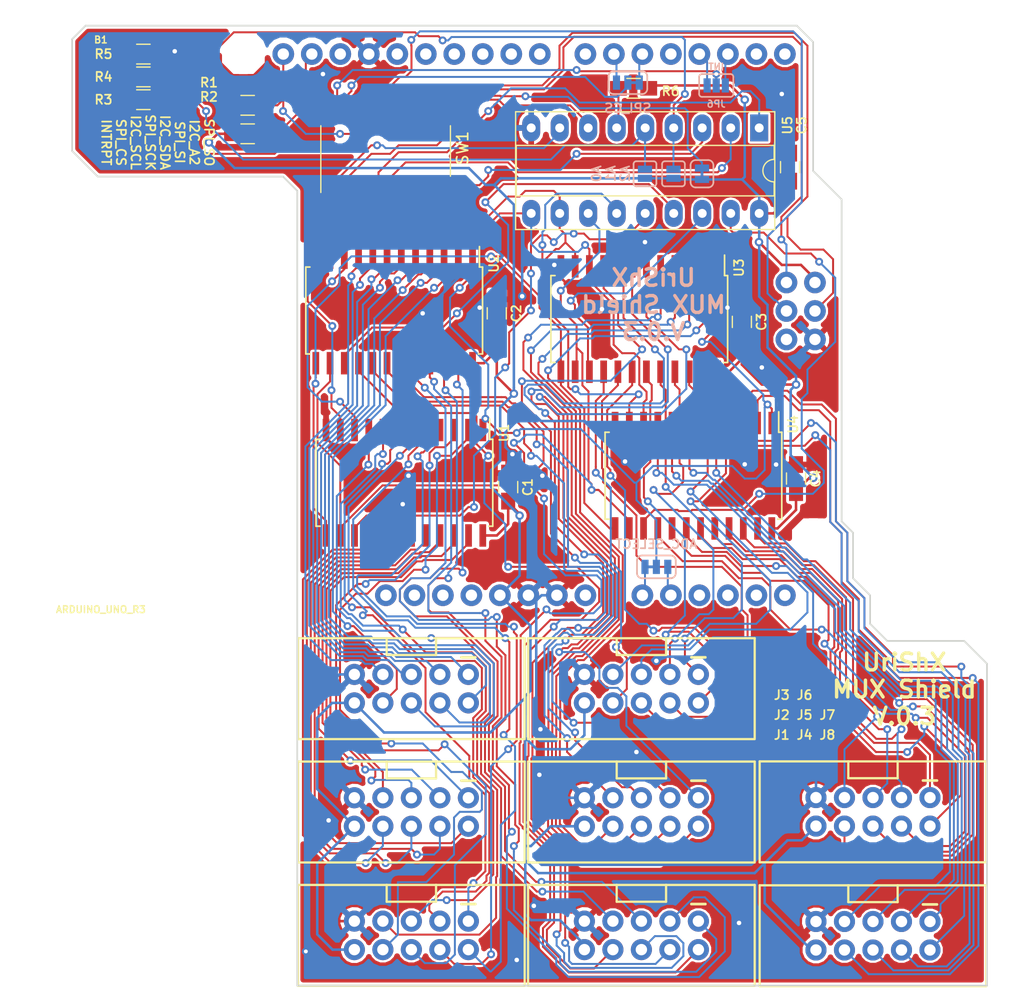
<source format=kicad_pcb>
(kicad_pcb (version 4) (host pcbnew 4.0.7-e2-6376~58~ubuntu16.04.1)
  (title_block (title "MUX_SHIELD_FOR ARUDINO_MIDI") (date 2018-07-23) (rev 0.3) (company UriShX))
  (layers (0 F.Cu signal) (31 B.Cu signal) (34 B.Paste user hide) (35 F.Paste user hide) (36 B.SilkS user) (37 F.SilkS user) (38 B.Mask user hide) (39 F.Mask user hide) (44 Edge.Cuts user))
  (net 0 "")
  (net 1 GND)
  (net 2 B)
  (net 3 C)
  (net 4 E1)
  (net 5 E2)
  (net 6 E3)
  (net 7 E4)
  (net 8 A)
  (net 9 ADC)
  (net 10 "Net-(JP2-Pad2)")
  (net 11 "Net-(JP3-Pad2)")
  (net 12 "Net-(J1-Pad1)")
  (net 13 "Net-(J2-Pad1)")
  (net 14 "Net-(J3-Pad1)")
  (net 15 "Net-(J4-Pad1)")
  (net 16 "Net-(J5-Pad1)")
  (net 17 VCC)
  (net 18 "Net-(B1-PadA0)")
  (net 19 "Net-(B1-PadA1)")
  (net 20 "Net-(B1-PadD5)")
  (net 21 "Net-(B1-PadD6)")
  (net 22 "Net-(J1-Pad2)")
  (net 23 "Net-(J1-Pad3)")
  (net 24 "Net-(J1-Pad4)")
  (net 25 "Net-(J1-Pad5)")
  (net 26 "Net-(J1-Pad6)")
  (net 27 "Net-(J1-Pad7)")
  (net 28 "Net-(J1-Pad8)")
  (net 29 "Net-(J2-Pad2)")
  (net 30 "Net-(J2-Pad3)")
  (net 31 "Net-(J2-Pad4)")
  (net 32 "Net-(J2-Pad5)")
  (net 33 "Net-(J2-Pad6)")
  (net 34 "Net-(J2-Pad7)")
  (net 35 "Net-(J2-Pad8)")
  (net 36 "Net-(J3-Pad2)")
  (net 37 "Net-(J3-Pad3)")
  (net 38 "Net-(J3-Pad4)")
  (net 39 "Net-(J3-Pad5)")
  (net 40 "Net-(J3-Pad6)")
  (net 41 "Net-(J3-Pad7)")
  (net 42 "Net-(J3-Pad8)")
  (net 43 "Net-(J4-Pad2)")
  (net 44 "Net-(J4-Pad3)")
  (net 45 "Net-(J4-Pad4)")
  (net 46 "Net-(J4-Pad5)")
  (net 47 "Net-(J4-Pad6)")
  (net 48 "Net-(J4-Pad7)")
  (net 49 "Net-(J4-Pad8)")
  (net 50 "Net-(J5-Pad2)")
  (net 51 "Net-(J5-Pad3)")
  (net 52 "Net-(J5-Pad4)")
  (net 53 "Net-(J5-Pad5)")
  (net 54 "Net-(J5-Pad6)")
  (net 55 "Net-(J5-Pad7)")
  (net 56 "Net-(J5-Pad8)")
  (net 57 "Net-(J6-Pad1)")
  (net 58 "Net-(J6-Pad2)")
  (net 59 "Net-(J6-Pad3)")
  (net 60 "Net-(J6-Pad4)")
  (net 61 "Net-(J6-Pad5)")
  (net 62 "Net-(J6-Pad6)")
  (net 63 "Net-(J6-Pad7)")
  (net 64 "Net-(J6-Pad8)")
  (net 65 "Net-(J7-Pad1)")
  (net 66 "Net-(J7-Pad2)")
  (net 67 "Net-(J7-Pad3)")
  (net 68 "Net-(J7-Pad4)")
  (net 69 "Net-(J7-Pad5)")
  (net 70 "Net-(J7-Pad6)")
  (net 71 "Net-(J7-Pad7)")
  (net 72 "Net-(J7-Pad8)")
  (net 73 "Net-(J8-Pad1)")
  (net 74 "Net-(J8-Pad2)")
  (net 75 "Net-(J8-Pad3)")
  (net 76 "Net-(J8-Pad4)")
  (net 77 "Net-(J8-Pad5)")
  (net 78 "Net-(J8-Pad6)")
  (net 79 "Net-(J8-Pad7)")
  (net 80 "Net-(J8-Pad8)")
  (net 81 D)
  (net 82 /MOSI)
  (net 83 /SCK)
  (net 84 /SCL)
  (net 85 /SDA)
  (net 86 /I2C_A2)
  (net 87 /~CS)
  (net 88 "Net-(SW1-Pad1)")
  (net 89 "Net-(SW1-Pad2)")
  (net 90 "Net-(R6-Pad2)")
  (net 91 "Net-(B1-Pad3.3V)")
  (net 92 "Net-(B1-PadA2)")
  (net 93 "Net-(B1-PadA3)")
  (net 94 "Net-(B1-PadA4)")
  (net 95 "Net-(B1-PadA5)")
  (net 96 "Net-(B1-PadAREF)")
  (net 97 "Net-(B1-PadD0)")
  (net 98 "Net-(B1-PadD1)")
  (net 99 "Net-(B1-PadD2)")
  (net 100 "Net-(B1-PadD3)")
  (net 101 "Net-(B1-PadD4)")
  (net 102 "Net-(B1-PadD7)")
  (net 103 "Net-(B1-PadD8)")
  (net 104 "Net-(B1-PadD9)")
  (net 105 "Net-(B1-PadD10)")
  (net 106 "Net-(B1-PadD11)")
  (net 107 "Net-(B1-PadD12)")
  (net 108 "Net-(B1-PadD13)")
  (net 109 "Net-(B1-PadIORE)")
  (net 110 /MISO)
  (net 111 "Net-(B1-PadRESE)")
  (net 112 "Net-(B1-PadVIN)")
  (net 113 /INT)
  (net 114 "Net-(SW1-Pad3)")
  (net 115 "Net-(SW1-Pad5)")
  (net 116 "Net-(SW1-Pad7)")
  (module Buttons_Switches_SMD:SW_DIP_x8_W6.15mm_Slide_Omron_A6H (layer F.Cu) (at 124.206 67.056 90)
    (fp_text reference SW1 (at 0.254 6.858 90) (layer F.SilkS))
    (fp_text value SW_DIP_x08)
    (pad 1 smd rect (at -3.075 -4.445 90) (size 1.25 0.76) (layers F.Cu F.Paste F.Mask) (net 88 "Net-(SW1-Pad1)"))
    (pad 9 smd rect (at 3.075 4.445 90) (size 1.25 0.76) (layers F.Cu F.Paste F.Mask) (net 110 /MISO))
    (pad 2 smd rect (at -3.075 -3.175 90) (size 1.25 0.76) (layers F.Cu F.Paste F.Mask) (net 89 "Net-(SW1-Pad2)"))
    (pad 10 smd rect (at 3.075 3.175 90) (size 1.25 0.76) (layers F.Cu F.Paste F.Mask) (net 86 /I2C_A2))
    (pad 3 smd rect (at -3.075 -1.905 90) (size 1.25 0.76) (layers F.Cu F.Paste F.Mask) (net 114 "Net-(SW1-Pad3)"))
    (pad 11 smd rect (at 3.075 1.905 90) (size 1.25 0.76) (layers F.Cu F.Paste F.Mask) (net 82 /MOSI))
    (pad 4 smd rect (at -3.075 -0.635 90) (size 1.25 0.76) (layers F.Cu F.Paste F.Mask) (net 114 "Net-(SW1-Pad3)"))
    (pad 12 smd rect (at 3.075 0.635 90) (size 1.25 0.76) (layers F.Cu F.Paste F.Mask) (net 85 /SDA))
    (pad 5 smd rect (at -3.075 0.635 90) (size 1.25 0.76) (layers F.Cu F.Paste F.Mask) (net 115 "Net-(SW1-Pad5)"))
    (pad 13 smd rect (at 3.075 -0.635 90) (size 1.25 0.76) (layers F.Cu F.Paste F.Mask) (net 83 /SCK))
    (pad 6 smd rect (at -3.075 1.905 90) (size 1.25 0.76) (layers F.Cu F.Paste F.Mask) (net 115 "Net-(SW1-Pad5)"))
    (pad 14 smd rect (at 3.075 -1.905 90) (size 1.25 0.76) (layers F.Cu F.Paste F.Mask) (net 84 /SCL))
    (pad 7 smd rect (at -3.075 3.175 90) (size 1.25 0.76) (layers F.Cu F.Paste F.Mask) (net 116 "Net-(SW1-Pad7)"))
    (pad 15 smd rect (at 3.075 -3.175 90) (size 1.25 0.76) (layers F.Cu F.Paste F.Mask) (net 87 /~CS))
    (pad 8 smd rect (at -3.075 4.445 90) (size 1.25 0.76) (layers F.Cu F.Paste F.Mask) (net 116 "Net-(SW1-Pad7)"))
    (pad 16 smd rect (at 3.075 -4.445 90) (size 1.25 0.76) (layers F.Cu F.Paste F.Mask) (net 113 /INT))
  )
  (module Housings_SOIC:SOIC-24W_7.5x15.4mm_Pitch1.27mm (layer F.Cu) (at 125.88 96.64 270)
    (fp_text reference U1 (at -4.445 -8.89 270) (layer F.SilkS) (effects (font (size 0.8128 0.8128) (thickness 0.1524))))
    (fp_text value 74HC4067SM96)
    (pad 1 smd rect (at -4.7 -6.985 270) (size 2 0.6) (layers F.Cu F.Paste F.Mask) (net 9 ADC))
    (pad 2 smd rect (at -4.7 -5.715 270) (size 2 0.6) (layers F.Cu F.Paste F.Mask) (net 28 "Net-(J1-Pad8)"))
    (pad 3 smd rect (at -4.7 -4.445 270) (size 2 0.6) (layers F.Cu F.Paste F.Mask) (net 26 "Net-(J1-Pad6)"))
    (pad 4 smd rect (at -4.7 -3.175 270) (size 2 0.6) (layers F.Cu F.Paste F.Mask) (net 24 "Net-(J1-Pad4)"))
    (pad 5 smd rect (at -4.7 -1.905 270) (size 2 0.6) (layers F.Cu F.Paste F.Mask) (net 22 "Net-(J1-Pad2)"))
    (pad 6 smd rect (at -4.7 -0.635 270) (size 2 0.6) (layers F.Cu F.Paste F.Mask) (net 12 "Net-(J1-Pad1)"))
    (pad 7 smd rect (at -4.7 0.635 270) (size 2 0.6) (layers F.Cu F.Paste F.Mask) (net 23 "Net-(J1-Pad3)"))
    (pad 8 smd rect (at -4.7 1.905 270) (size 2 0.6) (layers F.Cu F.Paste F.Mask) (net 25 "Net-(J1-Pad5)"))
    (pad 9 smd rect (at -4.7 3.175 270) (size 2 0.6) (layers F.Cu F.Paste F.Mask) (net 27 "Net-(J1-Pad7)"))
    (pad 10 smd rect (at -4.7 4.445 270) (size 2 0.6) (layers F.Cu F.Paste F.Mask) (net 8 A))
    (pad 11 smd rect (at -4.7 5.715 270) (size 2 0.6) (layers F.Cu F.Paste F.Mask) (net 2 B))
    (pad 12 smd rect (at -4.7 6.985 270) (size 2 0.6) (layers F.Cu F.Paste F.Mask) (net 1 GND))
    (pad 13 smd rect (at 4.7 6.985 270) (size 2 0.6) (layers F.Cu F.Paste F.Mask) (net 81 D))
    (pad 14 smd rect (at 4.7 5.715 270) (size 2 0.6) (layers F.Cu F.Paste F.Mask) (net 3 C))
    (pad 15 smd rect (at 4.7 4.445 270) (size 2 0.6) (layers F.Cu F.Paste F.Mask) (net 4 E1))
    (pad 16 smd rect (at 4.7 3.175 270) (size 2 0.6) (layers F.Cu F.Paste F.Mask) (net 35 "Net-(J2-Pad8)"))
    (pad 17 smd rect (at 4.7 1.905 270) (size 2 0.6) (layers F.Cu F.Paste F.Mask) (net 33 "Net-(J2-Pad6)"))
    (pad 18 smd rect (at 4.7 0.635 270) (size 2 0.6) (layers F.Cu F.Paste F.Mask) (net 31 "Net-(J2-Pad4)"))
    (pad 19 smd rect (at 4.7 -0.635 270) (size 2 0.6) (layers F.Cu F.Paste F.Mask) (net 29 "Net-(J2-Pad2)"))
    (pad 20 smd rect (at 4.7 -1.905 270) (size 2 0.6) (layers F.Cu F.Paste F.Mask) (net 13 "Net-(J2-Pad1)"))
    (pad 21 smd rect (at 4.7 -3.175 270) (size 2 0.6) (layers F.Cu F.Paste F.Mask) (net 30 "Net-(J2-Pad3)"))
    (pad 22 smd rect (at 4.7 -4.445 270) (size 2 0.6) (layers F.Cu F.Paste F.Mask) (net 32 "Net-(J2-Pad5)"))
    (pad 23 smd rect (at 4.7 -5.715 270) (size 2 0.6) (layers F.Cu F.Paste F.Mask) (net 34 "Net-(J2-Pad7)"))
    (pad 24 smd rect (at 4.7 -6.985 270) (size 2 0.6) (layers F.Cu F.Paste F.Mask) (net 17 VCC))
  )
  (module MyFootprintLib:2X5-SHROUDED (layer F.Cu) (at 167.64 137.033 270)
    (fp_text reference J7 (at -19.685 4.064 360) (layer F.SilkS) (effects (font (size 0.8128 0.8128) (thickness 0.1524))))
    (fp_text value CONN_05X20.05_IN_PTH_SILK hide)
    (pad 1 thru_hole circle (at -1.27 -5.08 270) (size 1.8796 1.8796) (drill 1.016) (layers *.Cu *.Mask) (net 65 "Net-(J7-Pad1)"))
    (pad 2 thru_hole circle (at 1.27 -5.08 270) (size 1.8796 1.8796) (drill 1.016) (layers *.Cu *.Mask) (net 66 "Net-(J7-Pad2)"))
    (pad 3 thru_hole circle (at -1.27 -2.54 270) (size 1.8796 1.8796) (drill 1.016) (layers *.Cu *.Mask) (net 67 "Net-(J7-Pad3)"))
    (pad 4 thru_hole circle (at 1.27 -2.54 270) (size 1.8796 1.8796) (drill 1.016) (layers *.Cu *.Mask) (net 68 "Net-(J7-Pad4)"))
    (pad 5 thru_hole circle (at -1.27 0 270) (size 1.8796 1.8796) (drill 1.016) (layers *.Cu *.Mask) (net 69 "Net-(J7-Pad5)"))
    (pad 6 thru_hole circle (at 1.27 0 270) (size 1.8796 1.8796) (drill 1.016) (layers *.Cu *.Mask) (net 70 "Net-(J7-Pad6)"))
    (pad 7 thru_hole circle (at -1.27 2.54 270) (size 1.8796 1.8796) (drill 1.016) (layers *.Cu *.Mask) (net 71 "Net-(J7-Pad7)"))
    (pad 8 thru_hole circle (at 1.27 2.54 270) (size 1.8796 1.8796) (drill 1.016) (layers *.Cu *.Mask) (net 72 "Net-(J7-Pad8)"))
    (pad 9 thru_hole circle (at -1.27 5.08 270) (size 1.8796 1.8796) (drill 1.016) (layers *.Cu *.Mask) (net 1 GND))
    (pad 10 thru_hole circle (at 1.27 5.08 270) (size 1.8796 1.8796) (drill 1.016) (layers *.Cu *.Mask) (net 17 VCC))
  )
  (module MyFootprintLib:2X5-SHROUDED (layer F.Cu) (at 167.64 125.984 270)
    (fp_text reference J8 (at -6.858 4.064 360) (layer F.SilkS) (effects (font (size 0.8128 0.8128) (thickness 0.1524))))
    (fp_text value CONN_05X20.05_IN_PTH_SILK hide)
    (pad 1 thru_hole circle (at -1.27 -5.08 270) (size 1.8796 1.8796) (drill 1.016) (layers *.Cu *.Mask) (net 73 "Net-(J8-Pad1)"))
    (pad 2 thru_hole circle (at 1.27 -5.08 270) (size 1.8796 1.8796) (drill 1.016) (layers *.Cu *.Mask) (net 74 "Net-(J8-Pad2)"))
    (pad 3 thru_hole circle (at -1.27 -2.54 270) (size 1.8796 1.8796) (drill 1.016) (layers *.Cu *.Mask) (net 75 "Net-(J8-Pad3)"))
    (pad 4 thru_hole circle (at 1.27 -2.54 270) (size 1.8796 1.8796) (drill 1.016) (layers *.Cu *.Mask) (net 76 "Net-(J8-Pad4)"))
    (pad 5 thru_hole circle (at -1.27 0 270) (size 1.8796 1.8796) (drill 1.016) (layers *.Cu *.Mask) (net 77 "Net-(J8-Pad5)"))
    (pad 6 thru_hole circle (at 1.27 0 270) (size 1.8796 1.8796) (drill 1.016) (layers *.Cu *.Mask) (net 78 "Net-(J8-Pad6)"))
    (pad 7 thru_hole circle (at -1.27 2.54 270) (size 1.8796 1.8796) (drill 1.016) (layers *.Cu *.Mask) (net 79 "Net-(J8-Pad7)"))
    (pad 8 thru_hole circle (at 1.27 2.54 270) (size 1.8796 1.8796) (drill 1.016) (layers *.Cu *.Mask) (net 80 "Net-(J8-Pad8)"))
    (pad 9 thru_hole circle (at -1.27 5.08 270) (size 1.8796 1.8796) (drill 1.016) (layers *.Cu *.Mask) (net 1 GND))
    (pad 10 thru_hole circle (at 1.27 5.08 270) (size 1.8796 1.8796) (drill 1.016) (layers *.Cu *.Mask) (net 17 VCC))
  )
  (module MyFootprintLib:2X5-SHROUDED (layer F.Cu) (at 147 126 270)
    (fp_text reference J5 (at -8.652 -14.544 360) (layer F.SilkS) (effects (font (size 0.8128 0.8128) (thickness 0.1524))))
    (fp_text value CONN_05X20.05_IN_PTH_SILK hide)
    (pad 1 thru_hole circle (at -1.27 -5.08 270) (size 1.8796 1.8796) (drill 1.016) (layers *.Cu *.Mask) (net 16 "Net-(J5-Pad1)"))
    (pad 2 thru_hole circle (at 1.27 -5.08 270) (size 1.8796 1.8796) (drill 1.016) (layers *.Cu *.Mask) (net 50 "Net-(J5-Pad2)"))
    (pad 3 thru_hole circle (at -1.27 -2.54 270) (size 1.8796 1.8796) (drill 1.016) (layers *.Cu *.Mask) (net 51 "Net-(J5-Pad3)"))
    (pad 4 thru_hole circle (at 1.27 -2.54 270) (size 1.8796 1.8796) (drill 1.016) (layers *.Cu *.Mask) (net 52 "Net-(J5-Pad4)"))
    (pad 5 thru_hole circle (at -1.27 0 270) (size 1.8796 1.8796) (drill 1.016) (layers *.Cu *.Mask) (net 53 "Net-(J5-Pad5)"))
    (pad 6 thru_hole circle (at 1.27 0 270) (size 1.8796 1.8796) (drill 1.016) (layers *.Cu *.Mask) (net 54 "Net-(J5-Pad6)"))
    (pad 7 thru_hole circle (at -1.27 2.54 270) (size 1.8796 1.8796) (drill 1.016) (layers *.Cu *.Mask) (net 55 "Net-(J5-Pad7)"))
    (pad 8 thru_hole circle (at 1.27 2.54 270) (size 1.8796 1.8796) (drill 1.016) (layers *.Cu *.Mask) (net 56 "Net-(J5-Pad8)"))
    (pad 9 thru_hole circle (at -1.27 5.08 270) (size 1.8796 1.8796) (drill 1.016) (layers *.Cu *.Mask) (net 1 GND))
    (pad 10 thru_hole circle (at 1.27 5.08 270) (size 1.8796 1.8796) (drill 1.016) (layers *.Cu *.Mask) (net 17 VCC))
  )
  (module MyFootprintLib:2X5-SHROUDED (layer F.Cu) (at 126.5 115 270)
    (fp_text reference J3 (at 0.57 -33.012 360) (layer F.SilkS) (effects (font (size 0.8128 0.8128) (thickness 0.1524))))
    (fp_text value CONN_05X20.05_IN_PTH_SILK hide)
    (pad 1 thru_hole circle (at -1.27 -5.08 270) (size 1.8796 1.8796) (drill 1.016) (layers *.Cu *.Mask) (net 14 "Net-(J3-Pad1)"))
    (pad 2 thru_hole circle (at 1.27 -5.08 270) (size 1.8796 1.8796) (drill 1.016) (layers *.Cu *.Mask) (net 36 "Net-(J3-Pad2)"))
    (pad 3 thru_hole circle (at -1.27 -2.54 270) (size 1.8796 1.8796) (drill 1.016) (layers *.Cu *.Mask) (net 37 "Net-(J3-Pad3)"))
    (pad 4 thru_hole circle (at 1.27 -2.54 270) (size 1.8796 1.8796) (drill 1.016) (layers *.Cu *.Mask) (net 38 "Net-(J3-Pad4)"))
    (pad 5 thru_hole circle (at -1.27 0 270) (size 1.8796 1.8796) (drill 1.016) (layers *.Cu *.Mask) (net 39 "Net-(J3-Pad5)"))
    (pad 6 thru_hole circle (at 1.27 0 270) (size 1.8796 1.8796) (drill 1.016) (layers *.Cu *.Mask) (net 40 "Net-(J3-Pad6)"))
    (pad 7 thru_hole circle (at -1.27 2.54 270) (size 1.8796 1.8796) (drill 1.016) (layers *.Cu *.Mask) (net 41 "Net-(J3-Pad7)"))
    (pad 8 thru_hole circle (at 1.27 2.54 270) (size 1.8796 1.8796) (drill 1.016) (layers *.Cu *.Mask) (net 42 "Net-(J3-Pad8)"))
    (pad 9 thru_hole circle (at -1.27 5.08 270) (size 1.8796 1.8796) (drill 1.016) (layers *.Cu *.Mask) (net 1 GND))
    (pad 10 thru_hole circle (at 1.27 5.08 270) (size 1.8796 1.8796) (drill 1.016) (layers *.Cu *.Mask) (net 17 VCC))
  )
  (module "SparkFun Jumpers:SMT-JUMPER_2_NO_SILK" (layer B.Cu) (at 149.86 69.088 90)
    (fp_text reference JP2 hide)
    (fp_text value A1 (at 0 -5.588 90) (layer B.SilkS) (effects (font (size 0.8128 0.8128) (thickness 0.1524)) (justify mirror)))
    (pad 1 smd rect (at -0.4064 0 90) (size 0.635 1.27) (layers B.Cu B.Mask) (net 17 VCC))
    (pad 2 smd rect (at 0.4064 0 90) (size 0.635 1.27) (layers B.Cu B.Mask) (net 10 "Net-(JP2-Pad2)"))
  )
  (module MyFootprintLib:2X5-SHROUDED (layer F.Cu) (at 126.5 126 270)
    (fp_text reference J2 (at -8.652 -33.012 360) (layer F.SilkS) (effects (font (size 0.8128 0.8128) (thickness 0.1524))))
    (fp_text value CONN_05X20.05_IN_PTH_SILK hide)
    (pad 1 thru_hole circle (at -1.27 -5.08 270) (size 1.8796 1.8796) (drill 1.016) (layers *.Cu *.Mask) (net 13 "Net-(J2-Pad1)"))
    (pad 2 thru_hole circle (at 1.27 -5.08 270) (size 1.8796 1.8796) (drill 1.016) (layers *.Cu *.Mask) (net 29 "Net-(J2-Pad2)"))
    (pad 3 thru_hole circle (at -1.27 -2.54 270) (size 1.8796 1.8796) (drill 1.016) (layers *.Cu *.Mask) (net 30 "Net-(J2-Pad3)"))
    (pad 4 thru_hole circle (at 1.27 -2.54 270) (size 1.8796 1.8796) (drill 1.016) (layers *.Cu *.Mask) (net 31 "Net-(J2-Pad4)"))
    (pad 5 thru_hole circle (at -1.27 0 270) (size 1.8796 1.8796) (drill 1.016) (layers *.Cu *.Mask) (net 32 "Net-(J2-Pad5)"))
    (pad 6 thru_hole circle (at 1.27 0 270) (size 1.8796 1.8796) (drill 1.016) (layers *.Cu *.Mask) (net 33 "Net-(J2-Pad6)"))
    (pad 7 thru_hole circle (at -1.27 2.54 270) (size 1.8796 1.8796) (drill 1.016) (layers *.Cu *.Mask) (net 34 "Net-(J2-Pad7)"))
    (pad 8 thru_hole circle (at 1.27 2.54 270) (size 1.8796 1.8796) (drill 1.016) (layers *.Cu *.Mask) (net 35 "Net-(J2-Pad8)"))
    (pad 9 thru_hole circle (at -1.27 5.08 270) (size 1.8796 1.8796) (drill 1.016) (layers *.Cu *.Mask) (net 1 GND))
    (pad 10 thru_hole circle (at 1.27 5.08 270) (size 1.8796 1.8796) (drill 1.016) (layers *.Cu *.Mask) (net 17 VCC))
  )
  (module MyFootprintLib:2X5-SHROUDED (layer F.Cu) (at 147 115 270)
    (fp_text reference J6 (at 0.57 -14.544 360) (layer F.SilkS) (effects (font (size 0.8128 0.8128) (thickness 0.1524))))
    (fp_text value CONN_05X20.05_IN_PTH_SILK hide)
    (pad 1 thru_hole circle (at -1.27 -5.08 270) (size 1.8796 1.8796) (drill 1.016) (layers *.Cu *.Mask) (net 57 "Net-(J6-Pad1)"))
    (pad 2 thru_hole circle (at 1.27 -5.08 270) (size 1.8796 1.8796) (drill 1.016) (layers *.Cu *.Mask) (net 58 "Net-(J6-Pad2)"))
    (pad 3 thru_hole circle (at -1.27 -2.54 270) (size 1.8796 1.8796) (drill 1.016) (layers *.Cu *.Mask) (net 59 "Net-(J6-Pad3)"))
    (pad 4 thru_hole circle (at 1.27 -2.54 270) (size 1.8796 1.8796) (drill 1.016) (layers *.Cu *.Mask) (net 60 "Net-(J6-Pad4)"))
    (pad 5 thru_hole circle (at -1.27 0 270) (size 1.8796 1.8796) (drill 1.016) (layers *.Cu *.Mask) (net 61 "Net-(J6-Pad5)"))
    (pad 6 thru_hole circle (at 1.27 0 270) (size 1.8796 1.8796) (drill 1.016) (layers *.Cu *.Mask) (net 62 "Net-(J6-Pad6)"))
    (pad 7 thru_hole circle (at -1.27 2.54 270) (size 1.8796 1.8796) (drill 1.016) (layers *.Cu *.Mask) (net 63 "Net-(J6-Pad7)"))
    (pad 8 thru_hole circle (at 1.27 2.54 270) (size 1.8796 1.8796) (drill 1.016) (layers *.Cu *.Mask) (net 64 "Net-(J6-Pad8)"))
    (pad 9 thru_hole circle (at -1.27 5.08 270) (size 1.8796 1.8796) (drill 1.016) (layers *.Cu *.Mask) (net 1 GND))
    (pad 10 thru_hole circle (at 1.27 5.08 270) (size 1.8796 1.8796) (drill 1.016) (layers *.Cu *.Mask) (net 17 VCC))
  )
  (module Resistors_SMD:R_0805_HandSoldering (layer F.Cu) (at 102.616 62.484 180)
    (fp_text reference R5 (at 3.556 4.064 180) (layer F.SilkS) (effects (font (size 0.8128 0.8128) (thickness 0.1524))))
    (fp_text value 10K hide)
    (pad 1 smd rect (at -1.35 0 180) (size 1.5 1.3) (layers F.Cu F.Paste F.Mask) (net 11 "Net-(JP3-Pad2)"))
    (pad 2 smd rect (at 1.35 0 180) (size 1.5 1.3) (layers F.Cu F.Paste F.Mask) (net 1 GND))
  )
  (module Capacitors_SMD:C_0805_HandSoldering (layer F.Cu) (at 134.112 81.534 270)
    (fp_text reference C2 (at 0 -1.75 270) (layer F.SilkS) (effects (font (size 0.8128 0.8128) (thickness 0.1524))))
    (fp_text value 0.1u)
    (pad 1 smd rect (at -1.25 0 270) (size 1.5 1.25) (layers F.Cu F.Paste F.Mask) (net 1 GND))
    (pad 2 smd rect (at 1.25 0 270) (size 1.5 1.25) (layers F.Cu F.Paste F.Mask) (net 17 VCC))
  )
  (module Capacitors_SMD:C_0805_HandSoldering (layer F.Cu) (at 135.128 97.028 270)
    (fp_text reference C1 (at 0 -1.75 270) (layer F.SilkS) (effects (font (size 0.8128 0.8128) (thickness 0.1524))))
    (fp_text value 0.1u)
    (pad 1 smd rect (at -1.25 0 270) (size 1.5 1.25) (layers F.Cu F.Paste F.Mask) (net 1 GND))
    (pad 2 smd rect (at 1.25 0 270) (size 1.5 1.25) (layers F.Cu F.Paste F.Mask) (net 17 VCC))
  )
  (module Capacitors_SMD:C_0805_HandSoldering (layer F.Cu) (at 155.956 82.296 270)
    (fp_text reference C3 (at 0 -1.75 270) (layer F.SilkS) (effects (font (size 0.8128 0.8128) (thickness 0.1524))))
    (fp_text value 0.1u)
    (pad 1 smd rect (at -1.25 0 270) (size 1.5 1.25) (layers F.Cu F.Paste F.Mask) (net 1 GND))
    (pad 2 smd rect (at 1.25 0 270) (size 1.5 1.25) (layers F.Cu F.Paste F.Mask) (net 17 VCC))
  )
  (module Capacitors_SMD:C_0805_HandSoldering (layer F.Cu) (at 160.782 96.266 270)
    (fp_text reference C4 (at 0 -1.75 270) (layer F.SilkS) (effects (font (size 0.8128 0.8128) (thickness 0.1524))))
    (fp_text value 0.1u)
    (pad 1 smd rect (at -1.25 0 270) (size 1.5 1.25) (layers F.Cu F.Paste F.Mask) (net 1 GND))
    (pad 2 smd rect (at 1.25 0 270) (size 1.5 1.25) (layers F.Cu F.Paste F.Mask) (net 17 VCC))
  )
  (module Capacitors_SMD:C_0805_HandSoldering (layer F.Cu) (at 160.25 68.5 90)
    (fp_text reference C5 (at 3.73 1.04 90) (layer F.SilkS) (effects (font (size 0.8128 0.8128) (thickness 0.1524))))
    (fp_text value 0.1u)
    (pad 1 smd rect (at -1.25 0 90) (size 1.5 1.25) (layers F.Cu F.Paste F.Mask) (net 17 VCC))
    (pad 2 smd rect (at 1.25 0 90) (size 1.5 1.25) (layers F.Cu F.Paste F.Mask) (net 1 GND))
  )
  (module "SparkFun Jumpers:SMT-JUMPER_2_NC_TRACE_SILK" (layer B.Cu) (at 152.4 69.088 90)
    (fp_text reference JP1 hide)
    (fp_text value A2 (at 0 -6.858 90) (layer B.SilkS) (effects (font (size 0.8128 0.8128) (thickness 0.1524)) (justify mirror)))
    (fp_line (start -0.508 0) (end 0.508 0) (layer B.Cu) (width 0.254))
    (pad 1 smd rect (at -0.508 0 90) (size 0.635 1.27) (layers B.Cu B.Mask) (net 17 VCC))
    (pad 2 smd rect (at 0.508 0 90) (size 0.635 1.27) (layers B.Cu B.Mask) (net 86 /I2C_A2))
  )
  (module "SparkFun Jumpers:SMT-JUMPER_2_NO_SILK" (layer B.Cu) (at 147.32 69.088 90)
    (fp_text reference JP3 hide)
    (fp_text value A0 (at 0 -4.318 90) (layer B.SilkS) (effects (font (size 0.8128 0.8128) (thickness 0.1524)) (justify mirror)))
    (pad 1 smd rect (at -0.4064 0 90) (size 0.635 1.27) (layers B.Cu B.Mask) (net 17 VCC))
    (pad 2 smd rect (at 0.4064 0 90) (size 0.635 1.27) (layers B.Cu B.Mask) (net 11 "Net-(JP3-Pad2)"))
  )
  (module "SparkFun Jumpers:SMT-JUMPER_3_1-NC_TRACE_SILK" (layer B.Cu) (at 145.796 60.96)
    (fp_text reference JP4 hide)
    (fp_text value SPI_CS (at 0 2.286) (layer B.SilkS) (effects (font (size 0.8128 0.8128) (thickness 0.1524)) (justify mirror)))
    (fp_line (start 0 0) (end 1.016 0) (layer B.Cu) (width 0.254))
    (pad 1 smd rect (at -1.016 0) (size 0.635 1.27) (layers B.Cu B.Mask) (net 21 "Net-(B1-PadD6)"))
    (pad 2 smd rect (at 0 0) (size 0.635 1.27) (layers B.Cu B.Mask) (net 87 /~CS))
    (pad 3 smd rect (at 1.016 0) (size 0.635 1.27) (layers B.Cu B.Mask) (net 20 "Net-(B1-PadD5)"))
  )
  (module "SparkFun Jumpers:SMT-JUMPER_3_1-NC_TRACE_SILK" (layer B.Cu) (at 148.336 104.14 180)
    (fp_text reference JP5 hide)
    (fp_text value ADC_SELECT (at 0 2.032 180) (layer B.SilkS) (effects (font (size 0.8128 0.8128) (thickness 0.1524)) (justify mirror)))
    (fp_line (start 0 0) (end 1.016 0) (layer B.Cu) (width 0.254))
    (pad 1 smd rect (at -1.016 0 180) (size 0.635 1.27) (layers B.Cu B.Mask) (net 19 "Net-(B1-PadA1)"))
    (pad 2 smd rect (at 0 0 180) (size 0.635 1.27) (layers B.Cu B.Mask) (net 9 ADC))
    (pad 3 smd rect (at 1.016 0 180) (size 0.635 1.27) (layers B.Cu B.Mask) (net 18 "Net-(B1-PadA0)"))
  )
  (module Resistors_SMD:R_0805_HandSoldering (layer F.Cu) (at 111.91 62.985)
    (fp_text reference R1 (at -3.452 -2.025) (layer F.SilkS) (effects (font (size 0.8128 0.8128) (thickness 0.1524))))
    (fp_text value 4.7K)
    (pad 1 smd rect (at -1.35 0) (size 1.5 1.3) (layers F.Cu F.Paste F.Mask) (net 17 VCC))
    (pad 2 smd rect (at 1.35 0) (size 1.5 1.3) (layers F.Cu F.Paste F.Mask) (net 84 /SCL))
  )
  (module Resistors_SMD:R_0805_HandSoldering (layer F.Cu) (at 111.91 65.525)
    (fp_text reference R2 (at -3.452 -3.295) (layer F.SilkS) (effects (font (size 0.8128 0.8128) (thickness 0.1524))))
    (fp_text value 4.7K hide)
    (pad 1 smd rect (at -1.35 0) (size 1.5 1.3) (layers F.Cu F.Paste F.Mask) (net 17 VCC))
    (pad 2 smd rect (at 1.35 0) (size 1.5 1.3) (layers F.Cu F.Paste F.Mask) (net 85 /SDA))
  )
  (module Resistors_SMD:R_0805_HandSoldering (layer F.Cu) (at 102.616 58.42)
    (fp_text reference R3 (at -3.556 4.064) (layer F.SilkS) (effects (font (size 0.8128 0.8128) (thickness 0.1524))))
    (fp_text value 10K)
    (pad 1 smd rect (at -1.35 0) (size 1.5 1.3) (layers F.Cu F.Paste F.Mask) (net 86 /I2C_A2))
    (pad 2 smd rect (at 1.35 0) (size 1.5 1.3) (layers F.Cu F.Paste F.Mask) (net 1 GND))
  )
  (module Resistors_SMD:R_0805_HandSoldering (layer F.Cu) (at 102.616 60.452 180)
    (fp_text reference R4 (at 3.556 0 180) (layer F.SilkS) (effects (font (size 0.8128 0.8128) (thickness 0.1524))))
    (fp_text value 10K hide)
    (pad 1 smd rect (at -1.35 0 180) (size 1.5 1.3) (layers F.Cu F.Paste F.Mask) (net 10 "Net-(JP2-Pad2)"))
    (pad 2 smd rect (at 1.35 0 180) (size 1.5 1.3) (layers F.Cu F.Paste F.Mask) (net 1 GND))
  )
  (module Housings_SOIC:SOIC-24W_7.5x15.4mm_Pitch1.27mm (layer F.Cu) (at 124.968 81.28 270)
    (fp_text reference U2 (at -4.191 -8.89 270) (layer F.SilkS) (effects (font (size 0.8128 0.8128) (thickness 0.1524))))
    (fp_text value 74HC4067SM96)
    (pad 1 smd rect (at -4.7 -6.985 270) (size 2 0.6) (layers F.Cu F.Paste F.Mask) (net 9 ADC))
    (pad 2 smd rect (at -4.7 -5.715 270) (size 2 0.6) (layers F.Cu F.Paste F.Mask) (net 42 "Net-(J3-Pad8)"))
    (pad 3 smd rect (at -4.7 -4.445 270) (size 2 0.6) (layers F.Cu F.Paste F.Mask) (net 40 "Net-(J3-Pad6)"))
    (pad 4 smd rect (at -4.7 -3.175 270) (size 2 0.6) (layers F.Cu F.Paste F.Mask) (net 38 "Net-(J3-Pad4)"))
    (pad 5 smd rect (at -4.7 -1.905 270) (size 2 0.6) (layers F.Cu F.Paste F.Mask) (net 36 "Net-(J3-Pad2)"))
    (pad 6 smd rect (at -4.7 -0.635 270) (size 2 0.6) (layers F.Cu F.Paste F.Mask) (net 14 "Net-(J3-Pad1)"))
    (pad 7 smd rect (at -4.7 0.635 270) (size 2 0.6) (layers F.Cu F.Paste F.Mask) (net 37 "Net-(J3-Pad3)"))
    (pad 8 smd rect (at -4.7 1.905 270) (size 2 0.6) (layers F.Cu F.Paste F.Mask) (net 39 "Net-(J3-Pad5)"))
    (pad 9 smd rect (at -4.7 3.175 270) (size 2 0.6) (layers F.Cu F.Paste F.Mask) (net 41 "Net-(J3-Pad7)"))
    (pad 10 smd rect (at -4.7 4.445 270) (size 2 0.6) (layers F.Cu F.Paste F.Mask) (net 8 A))
    (pad 11 smd rect (at -4.7 5.715 270) (size 2 0.6) (layers F.Cu F.Paste F.Mask) (net 2 B))
    (pad 12 smd rect (at -4.7 6.985 270) (size 2 0.6) (layers F.Cu F.Paste F.Mask) (net 1 GND))
    (pad 13 smd rect (at 4.7 6.985 270) (size 2 0.6) (layers F.Cu F.Paste F.Mask) (net 81 D))
    (pad 14 smd rect (at 4.7 5.715 270) (size 2 0.6) (layers F.Cu F.Paste F.Mask) (net 3 C))
    (pad 15 smd rect (at 4.7 4.445 270) (size 2 0.6) (layers F.Cu F.Paste F.Mask) (net 5 E2))
    (pad 16 smd rect (at 4.7 3.175 270) (size 2 0.6) (layers F.Cu F.Paste F.Mask) (net 49 "Net-(J4-Pad8)"))
    (pad 17 smd rect (at 4.7 1.905 270) (size 2 0.6) (layers F.Cu F.Paste F.Mask) (net 47 "Net-(J4-Pad6)"))
    (pad 18 smd rect (at 4.7 0.635 270) (size 2 0.6) (layers F.Cu F.Paste F.Mask) (net 45 "Net-(J4-Pad4)"))
    (pad 19 smd rect (at 4.7 -0.635 270) (size 2 0.6) (layers F.Cu F.Paste F.Mask) (net 43 "Net-(J4-Pad2)"))
    (pad 20 smd rect (at 4.7 -1.905 270) (size 2 0.6) (layers F.Cu F.Paste F.Mask) (net 15 "Net-(J4-Pad1)"))
    (pad 21 smd rect (at 4.7 -3.175 270) (size 2 0.6) (layers F.Cu F.Paste F.Mask) (net 44 "Net-(J4-Pad3)"))
    (pad 22 smd rect (at 4.7 -4.445 270) (size 2 0.6) (layers F.Cu F.Paste F.Mask) (net 46 "Net-(J4-Pad5)"))
    (pad 23 smd rect (at 4.7 -5.715 270) (size 2 0.6) (layers F.Cu F.Paste F.Mask) (net 48 "Net-(J4-Pad7)"))
    (pad 24 smd rect (at 4.7 -6.985 270) (size 2 0.6) (layers F.Cu F.Paste F.Mask) (net 17 VCC))
  )
  (module Housings_SOIC:SOIC-24W_7.5x15.4mm_Pitch1.27mm (layer F.Cu) (at 146.812 82.042 270)
    (fp_text reference U3 (at -4.572 -8.89 270) (layer F.SilkS) (effects (font (size 0.8128 0.8128) (thickness 0.1524))))
    (fp_text value 74HC4067SM96)
    (pad 1 smd rect (at -4.7 -6.985 270) (size 2 0.6) (layers F.Cu F.Paste F.Mask) (net 9 ADC))
    (pad 2 smd rect (at -4.7 -5.715 270) (size 2 0.6) (layers F.Cu F.Paste F.Mask) (net 56 "Net-(J5-Pad8)"))
    (pad 3 smd rect (at -4.7 -4.445 270) (size 2 0.6) (layers F.Cu F.Paste F.Mask) (net 54 "Net-(J5-Pad6)"))
    (pad 4 smd rect (at -4.7 -3.175 270) (size 2 0.6) (layers F.Cu F.Paste F.Mask) (net 52 "Net-(J5-Pad4)"))
    (pad 5 smd rect (at -4.7 -1.905 270) (size 2 0.6) (layers F.Cu F.Paste F.Mask) (net 50 "Net-(J5-Pad2)"))
    (pad 6 smd rect (at -4.7 -0.635 270) (size 2 0.6) (layers F.Cu F.Paste F.Mask) (net 16 "Net-(J5-Pad1)"))
    (pad 7 smd rect (at -4.7 0.635 270) (size 2 0.6) (layers F.Cu F.Paste F.Mask) (net 51 "Net-(J5-Pad3)"))
    (pad 8 smd rect (at -4.7 1.905 270) (size 2 0.6) (layers F.Cu F.Paste F.Mask) (net 53 "Net-(J5-Pad5)"))
    (pad 9 smd rect (at -4.7 3.175 270) (size 2 0.6) (layers F.Cu F.Paste F.Mask) (net 55 "Net-(J5-Pad7)"))
    (pad 10 smd rect (at -4.7 4.445 270) (size 2 0.6) (layers F.Cu F.Paste F.Mask) (net 8 A))
    (pad 11 smd rect (at -4.7 5.715 270) (size 2 0.6) (layers F.Cu F.Paste F.Mask) (net 2 B))
    (pad 12 smd rect (at -4.7 6.985 270) (size 2 0.6) (layers F.Cu F.Paste F.Mask) (net 1 GND))
    (pad 13 smd rect (at 4.7 6.985 270) (size 2 0.6) (layers F.Cu F.Paste F.Mask) (net 81 D))
    (pad 14 smd rect (at 4.7 5.715 270) (size 2 0.6) (layers F.Cu F.Paste F.Mask) (net 3 C))
    (pad 15 smd rect (at 4.7 4.445 270) (size 2 0.6) (layers F.Cu F.Paste F.Mask) (net 6 E3))
    (pad 16 smd rect (at 4.7 3.175 270) (size 2 0.6) (layers F.Cu F.Paste F.Mask) (net 64 "Net-(J6-Pad8)"))
    (pad 17 smd rect (at 4.7 1.905 270) (size 2 0.6) (layers F.Cu F.Paste F.Mask) (net 62 "Net-(J6-Pad6)"))
    (pad 18 smd rect (at 4.7 0.635 270) (size 2 0.6) (layers F.Cu F.Paste F.Mask) (net 60 "Net-(J6-Pad4)"))
    (pad 19 smd rect (at 4.7 -0.635 270) (size 2 0.6) (layers F.Cu F.Paste F.Mask) (net 58 "Net-(J6-Pad2)"))
    (pad 20 smd rect (at 4.7 -1.905 270) (size 2 0.6) (layers F.Cu F.Paste F.Mask) (net 57 "Net-(J6-Pad1)"))
    (pad 21 smd rect (at 4.7 -3.175 270) (size 2 0.6) (layers F.Cu F.Paste F.Mask) (net 59 "Net-(J6-Pad3)"))
    (pad 22 smd rect (at 4.7 -4.445 270) (size 2 0.6) (layers F.Cu F.Paste F.Mask) (net 61 "Net-(J6-Pad5)"))
    (pad 23 smd rect (at 4.7 -5.715 270) (size 2 0.6) (layers F.Cu F.Paste F.Mask) (net 63 "Net-(J6-Pad7)"))
    (pad 24 smd rect (at 4.7 -6.985 270) (size 2 0.6) (layers F.Cu F.Paste F.Mask) (net 17 VCC))
  )
  (module Housings_SOIC:SOIC-24W_7.5x15.4mm_Pitch1.27mm (layer F.Cu) (at 151.638 96.012 270)
    (fp_text reference U4 (at -4.572 -8.89 450) (layer F.SilkS) (effects (font (size 0.8128 0.8128) (thickness 0.1524))))
    (fp_text value 74HC4067SM96)
    (pad 1 smd rect (at -4.7 -6.985 270) (size 2 0.6) (layers F.Cu F.Paste F.Mask) (net 9 ADC))
    (pad 2 smd rect (at -4.7 -5.715 270) (size 2 0.6) (layers F.Cu F.Paste F.Mask) (net 72 "Net-(J7-Pad8)"))
    (pad 3 smd rect (at -4.7 -4.445 270) (size 2 0.6) (layers F.Cu F.Paste F.Mask) (net 70 "Net-(J7-Pad6)"))
    (pad 4 smd rect (at -4.7 -3.175 270) (size 2 0.6) (layers F.Cu F.Paste F.Mask) (net 68 "Net-(J7-Pad4)"))
    (pad 5 smd rect (at -4.7 -1.905 270) (size 2 0.6) (layers F.Cu F.Paste F.Mask) (net 66 "Net-(J7-Pad2)"))
    (pad 6 smd rect (at -4.7 -0.635 270) (size 2 0.6) (layers F.Cu F.Paste F.Mask) (net 65 "Net-(J7-Pad1)"))
    (pad 7 smd rect (at -4.7 0.635 270) (size 2 0.6) (layers F.Cu F.Paste F.Mask) (net 67 "Net-(J7-Pad3)"))
    (pad 8 smd rect (at -4.7 1.905 270) (size 2 0.6) (layers F.Cu F.Paste F.Mask) (net 69 "Net-(J7-Pad5)"))
    (pad 9 smd rect (at -4.7 3.175 270) (size 2 0.6) (layers F.Cu F.Paste F.Mask) (net 71 "Net-(J7-Pad7)"))
    (pad 10 smd rect (at -4.7 4.445 270) (size 2 0.6) (layers F.Cu F.Paste F.Mask) (net 8 A))
    (pad 11 smd rect (at -4.7 5.715 270) (size 2 0.6) (layers F.Cu F.Paste F.Mask) (net 2 B))
    (pad 12 smd rect (at -4.7 6.985 270) (size 2 0.6) (layers F.Cu F.Paste F.Mask) (net 1 GND))
    (pad 13 smd rect (at 4.7 6.985 270) (size 2 0.6) (layers F.Cu F.Paste F.Mask) (net 81 D))
    (pad 14 smd rect (at 4.7 5.715 270) (size 2 0.6) (layers F.Cu F.Paste F.Mask) (net 3 C))
    (pad 15 smd rect (at 4.7 4.445 270) (size 2 0.6) (layers F.Cu F.Paste F.Mask) (net 7 E4))
    (pad 16 smd rect (at 4.7 3.175 270) (size 2 0.6) (layers F.Cu F.Paste F.Mask) (net 80 "Net-(J8-Pad8)"))
    (pad 17 smd rect (at 4.7 1.905 270) (size 2 0.6) (layers F.Cu F.Paste F.Mask) (net 78 "Net-(J8-Pad6)"))
    (pad 18 smd rect (at 4.7 0.635 270) (size 2 0.6) (layers F.Cu F.Paste F.Mask) (net 76 "Net-(J8-Pad4)"))
    (pad 19 smd rect (at 4.7 -0.635 270) (size 2 0.6) (layers F.Cu F.Paste F.Mask) (net 74 "Net-(J8-Pad2)"))
    (pad 20 smd rect (at 4.7 -1.905 270) (size 2 0.6) (layers F.Cu F.Paste F.Mask) (net 73 "Net-(J8-Pad1)"))
    (pad 21 smd rect (at 4.7 -3.175 270) (size 2 0.6) (layers F.Cu F.Paste F.Mask) (net 75 "Net-(J8-Pad3)"))
    (pad 22 smd rect (at 4.7 -4.445 270) (size 2 0.6) (layers F.Cu F.Paste F.Mask) (net 77 "Net-(J8-Pad5)"))
    (pad 23 smd rect (at 4.7 -5.715 270) (size 2 0.6) (layers F.Cu F.Paste F.Mask) (net 79 "Net-(J8-Pad7)"))
    (pad 24 smd rect (at 4.7 -6.985 270) (size 2 0.6) (layers F.Cu F.Paste F.Mask) (net 17 VCC))
  )
  (module MyFootprintLib:2X5-SHROUDED (layer F.Cu) (at 126.5 137 270)
    (fp_text reference J1 (at -17.874 -33.012 360) (layer F.SilkS) (effects (font (size 0.8128 0.8128) (thickness 0.1524))))
    (fp_text value CONN_05X20.05_IN_PTH_SILK hide)
    (pad 1 thru_hole circle (at -1.27 -5.08 270) (size 1.8796 1.8796) (drill 1.016) (layers *.Cu *.Mask) (net 12 "Net-(J1-Pad1)"))
    (pad 2 thru_hole circle (at 1.27 -5.08 270) (size 1.8796 1.8796) (drill 1.016) (layers *.Cu *.Mask) (net 22 "Net-(J1-Pad2)"))
    (pad 3 thru_hole circle (at -1.27 -2.54 270) (size 1.8796 1.8796) (drill 1.016) (layers *.Cu *.Mask) (net 23 "Net-(J1-Pad3)"))
    (pad 4 thru_hole circle (at 1.27 -2.54 270) (size 1.8796 1.8796) (drill 1.016) (layers *.Cu *.Mask) (net 24 "Net-(J1-Pad4)"))
    (pad 5 thru_hole circle (at -1.27 0 270) (size 1.8796 1.8796) (drill 1.016) (layers *.Cu *.Mask) (net 25 "Net-(J1-Pad5)"))
    (pad 6 thru_hole circle (at 1.27 0 270) (size 1.8796 1.8796) (drill 1.016) (layers *.Cu *.Mask) (net 26 "Net-(J1-Pad6)"))
    (pad 7 thru_hole circle (at -1.27 2.54 270) (size 1.8796 1.8796) (drill 1.016) (layers *.Cu *.Mask) (net 27 "Net-(J1-Pad7)"))
    (pad 8 thru_hole circle (at 1.27 2.54 270) (size 1.8796 1.8796) (drill 1.016) (layers *.Cu *.Mask) (net 28 "Net-(J1-Pad8)"))
    (pad 9 thru_hole circle (at -1.27 5.08 270) (size 1.8796 1.8796) (drill 1.016) (layers *.Cu *.Mask) (net 1 GND))
    (pad 10 thru_hole circle (at 1.27 5.08 270) (size 1.8796 1.8796) (drill 1.016) (layers *.Cu *.Mask) (net 17 VCC))
  )
  (module MyFootprintLib:2X5-SHROUDED (layer F.Cu) (at 147 137 270)
    (fp_text reference J4 (at -17.874 -14.544 360) (layer F.SilkS) (effects (font (size 0.8128 0.8128) (thickness 0.1524))))
    (fp_text value CONN_05X20.05_IN_PTH_SILK hide)
    (pad 1 thru_hole circle (at -1.27 -5.08 270) (size 1.8796 1.8796) (drill 1.016) (layers *.Cu *.Mask) (net 15 "Net-(J4-Pad1)"))
    (pad 2 thru_hole circle (at 1.27 -5.08 270) (size 1.8796 1.8796) (drill 1.016) (layers *.Cu *.Mask) (net 43 "Net-(J4-Pad2)"))
    (pad 3 thru_hole circle (at -1.27 -2.54 270) (size 1.8796 1.8796) (drill 1.016) (layers *.Cu *.Mask) (net 44 "Net-(J4-Pad3)"))
    (pad 4 thru_hole circle (at 1.27 -2.54 270) (size 1.8796 1.8796) (drill 1.016) (layers *.Cu *.Mask) (net 45 "Net-(J4-Pad4)"))
    (pad 5 thru_hole circle (at -1.27 0 270) (size 1.8796 1.8796) (drill 1.016) (layers *.Cu *.Mask) (net 46 "Net-(J4-Pad5)"))
    (pad 6 thru_hole circle (at 1.27 0 270) (size 1.8796 1.8796) (drill 1.016) (layers *.Cu *.Mask) (net 47 "Net-(J4-Pad6)"))
    (pad 7 thru_hole circle (at -1.27 2.54 270) (size 1.8796 1.8796) (drill 1.016) (layers *.Cu *.Mask) (net 48 "Net-(J4-Pad7)"))
    (pad 8 thru_hole circle (at 1.27 2.54 270) (size 1.8796 1.8796) (drill 1.016) (layers *.Cu *.Mask) (net 49 "Net-(J4-Pad8)"))
    (pad 9 thru_hole circle (at -1.27 5.08 270) (size 1.8796 1.8796) (drill 1.016) (layers *.Cu *.Mask) (net 1 GND))
    (pad 10 thru_hole circle (at 1.27 5.08 270) (size 1.8796 1.8796) (drill 1.016) (layers *.Cu *.Mask) (net 17 VCC))
  )
  (module Housings_DIP:DIP-18_W7.62mm_Socket_LongPads (layer F.Cu) (at 157.5 65 270)
    (fp_text reference U5 (at -0.23 -2.52 270) (layer F.SilkS) (effects (font (size 0.8128 0.8128) (thickness 0.1524))))
    (fp_text value MCP23S08)
    (pad 1 thru_hole rect (at 0 0 270) (size 2.4 1.6) (drill 0.8) (layers *.Cu *.Mask) (net 114 "Net-(SW1-Pad3)"))
    (pad 10 thru_hole oval (at 7.62 20.32 270) (size 2.4 1.6) (drill 0.8) (layers *.Cu *.Mask) (net 8 A))
    (pad 2 thru_hole oval (at 0 2.54 270) (size 2.4 1.6) (drill 0.8) (layers *.Cu *.Mask) (net 115 "Net-(SW1-Pad5)"))
    (pad 11 thru_hole oval (at 7.62 17.78 270) (size 2.4 1.6) (drill 0.8) (layers *.Cu *.Mask) (net 2 B))
    (pad 3 thru_hole oval (at 0 5.08 270) (size 2.4 1.6) (drill 0.8) (layers *.Cu *.Mask) (net 116 "Net-(SW1-Pad7)"))
    (pad 12 thru_hole oval (at 7.62 15.24 270) (size 2.4 1.6) (drill 0.8) (layers *.Cu *.Mask) (net 3 C))
    (pad 4 thru_hole oval (at 0 7.62 270) (size 2.4 1.6) (drill 0.8) (layers *.Cu *.Mask) (net 10 "Net-(JP2-Pad2)"))
    (pad 13 thru_hole oval (at 7.62 12.7 270) (size 2.4 1.6) (drill 0.8) (layers *.Cu *.Mask) (net 81 D))
    (pad 5 thru_hole oval (at 0 10.16 270) (size 2.4 1.6) (drill 0.8) (layers *.Cu *.Mask) (net 11 "Net-(JP3-Pad2)"))
    (pad 14 thru_hole oval (at 7.62 10.16 270) (size 2.4 1.6) (drill 0.8) (layers *.Cu *.Mask) (net 4 E1))
    (pad 6 thru_hole oval (at 0 12.7 270) (size 2.4 1.6) (drill 0.8) (layers *.Cu *.Mask) (net 90 "Net-(R6-Pad2)"))
    (pad 15 thru_hole oval (at 7.62 7.62 270) (size 2.4 1.6) (drill 0.8) (layers *.Cu *.Mask) (net 5 E2))
    (pad 7 thru_hole oval (at 0 15.24 270) (size 2.4 1.6) (drill 0.8) (layers *.Cu *.Mask) (net 89 "Net-(SW1-Pad2)"))
    (pad 16 thru_hole oval (at 7.62 5.08 270) (size 2.4 1.6) (drill 0.8) (layers *.Cu *.Mask) (net 6 E3))
    (pad 8 thru_hole oval (at 0 17.78 270) (size 2.4 1.6) (drill 0.8) (layers *.Cu *.Mask) (net 88 "Net-(SW1-Pad1)"))
    (pad 17 thru_hole oval (at 7.62 2.54 270) (size 2.4 1.6) (drill 0.8) (layers *.Cu *.Mask) (net 7 E4))
    (pad 9 thru_hole oval (at 0 20.32 270) (size 2.4 1.6) (drill 0.8) (layers *.Cu *.Mask) (net 1 GND))
    (pad 18 thru_hole oval (at 7.62 0 270) (size 2.4 1.6) (drill 0.8) (layers *.Cu *.Mask) (net 17 VCC))
  )
  (module Resistors_SMD:R_0805_HandSoldering (layer F.Cu) (at 146.304 61.468 180)
    (fp_text reference R6 (at -3.302 -0.254 180) (layer F.SilkS) (effects (font (size 0.8128 0.8128) (thickness 0.1524))))
    (fp_text value 10K)
    (pad 1 smd rect (at -1.35 0 180) (size 1.5 1.3) (layers F.Cu F.Paste F.Mask) (net 17 VCC))
    (pad 2 smd rect (at 1.35 0 180) (size 1.5 1.3) (layers F.Cu F.Paste F.Mask) (net 90 "Net-(R6-Pad2)"))
  )
  (module "SparkFun Boards:ARDUINO_R3" (layer F.Cu) (at 129.309 82.543)
    (fp_text reference B1 (at -30.48 -25.4) (layer F.SilkS) (effects (font (size 0.6096 0.6096) (thickness 0.127))))
    (fp_text value ARDUINO_UNO_R3 (at -30.48 25.4) (layer F.SilkS) (effects (font (size 0.6096 0.6096) (thickness 0.127))))
    (pad 3.3V thru_hole circle (at 2.54 24.13) (size 1.9304 1.9304) (drill 1.016) (layers *.Cu *.Mask) (net 91 "Net-(B1-Pad3.3V)"))
    (pad 5V thru_hole circle (at 5.08 24.13) (size 1.9304 1.9304) (drill 1.016) (layers *.Cu *.Mask) (net 17 VCC))
    (pad A0 thru_hole circle (at 17.78 24.13) (size 1.9304 1.9304) (drill 1.016) (layers *.Cu *.Mask) (net 18 "Net-(B1-PadA0)"))
    (pad A1 thru_hole circle (at 20.32 24.13) (size 1.9304 1.9304) (drill 1.016) (layers *.Cu *.Mask) (net 19 "Net-(B1-PadA1)"))
    (pad A2 thru_hole circle (at 22.86 24.13) (size 1.9304 1.9304) (drill 1.016) (layers *.Cu *.Mask) (net 92 "Net-(B1-PadA2)"))
    (pad A3 thru_hole circle (at 25.4 24.13) (size 1.9304 1.9304) (drill 1.016) (layers *.Cu *.Mask) (net 93 "Net-(B1-PadA3)"))
    (pad A4 thru_hole circle (at 27.94 24.13) (size 1.9304 1.9304) (drill 1.016) (layers *.Cu *.Mask) (net 94 "Net-(B1-PadA4)"))
    (pad A5 thru_hole circle (at 30.48 24.13) (size 1.9304 1.9304) (drill 1.016) (layers *.Cu *.Mask) (net 95 "Net-(B1-PadA5)"))
    (pad AREF thru_hole circle (at -9.144 -24.13) (size 1.9304 1.9304) (drill 1.016) (layers *.Cu *.Mask) (net 96 "Net-(B1-PadAREF)"))
    (pad D0 thru_hole circle (at 30.48 -24.13) (size 1.9304 1.9304) (drill 1.016) (layers *.Cu *.Mask) (net 97 "Net-(B1-PadD0)"))
    (pad D1 thru_hole circle (at 27.94 -24.13) (size 1.9304 1.9304) (drill 1.016) (layers *.Cu *.Mask) (net 98 "Net-(B1-PadD1)"))
    (pad D2 thru_hole circle (at 25.4 -24.13) (size 1.9304 1.9304) (drill 1.016) (layers *.Cu *.Mask) (net 99 "Net-(B1-PadD2)"))
    (pad D3 thru_hole circle (at 22.86 -24.13) (size 1.9304 1.9304) (drill 1.016) (layers *.Cu *.Mask) (net 100 "Net-(B1-PadD3)"))
    (pad D4 thru_hole circle (at 20.32 -24.13) (size 1.9304 1.9304) (drill 1.016) (layers *.Cu *.Mask) (net 101 "Net-(B1-PadD4)"))
    (pad D5 thru_hole circle (at 17.78 -24.13) (size 1.9304 1.9304) (drill 1.016) (layers *.Cu *.Mask) (net 20 "Net-(B1-PadD5)"))
    (pad D6 thru_hole circle (at 15.24 -24.13) (size 1.9304 1.9304) (drill 1.016) (layers *.Cu *.Mask) (net 21 "Net-(B1-PadD6)"))
    (pad D7 thru_hole circle (at 12.7 -24.13) (size 1.9304 1.9304) (drill 1.016) (layers *.Cu *.Mask) (net 102 "Net-(B1-PadD7)"))
    (pad D8 thru_hole circle (at 8.636 -24.13) (size 1.9304 1.9304) (drill 1.016) (layers *.Cu *.Mask) (net 103 "Net-(B1-PadD8)"))
    (pad D9 thru_hole circle (at 6.096 -24.13) (size 1.9304 1.9304) (drill 1.016) (layers *.Cu *.Mask) (net 104 "Net-(B1-PadD9)"))
    (pad D10 thru_hole circle (at 3.556 -24.13) (size 1.9304 1.9304) (drill 1.016) (layers *.Cu *.Mask) (net 105 "Net-(B1-PadD10)"))
    (pad D11 thru_hole circle (at 1.016 -24.13) (size 1.9304 1.9304) (drill 1.016) (layers *.Cu *.Mask) (net 106 "Net-(B1-PadD11)"))
    (pad D12 thru_hole circle (at -1.524 -24.13) (size 1.9304 1.9304) (drill 1.016) (layers *.Cu *.Mask) (net 107 "Net-(B1-PadD12)"))
    (pad D13 thru_hole circle (at -4.064 -24.13) (size 1.9304 1.9304) (drill 1.016) (layers *.Cu *.Mask) (net 108 "Net-(B1-PadD13)"))
    (pad GND@ thru_hole circle (at 7.62 24.13) (size 1.9304 1.9304) (drill 1.016) (layers *.Cu *.Mask) (net 1 GND))
    (pad GND@ thru_hole circle (at 10.16 24.13) (size 1.9304 1.9304) (drill 1.016) (layers *.Cu *.Mask) (net 1 GND))
    (pad GND@ thru_hole circle (at -6.604 -24.13) (size 1.9304 1.9304) (drill 1.016) (layers *.Cu *.Mask) (net 1 GND))
    (pad GND@ thru_hole circle (at 33.1597 1.31826) (size 1.9304 1.9304) (drill 1.016) (layers *.Cu *.Mask) (net 1 GND))
    (pad IORE thru_hole circle (at -2.54 24.13) (size 1.9304 1.9304) (drill 1.016) (layers *.Cu *.Mask) (net 109 "Net-(B1-PadIORE)"))
    (pad MISO thru_hole circle (at 30.6197 -3.7592) (size 1.9304 1.9304) (drill 1.016) (layers *.Cu *.Mask) (net 110 /MISO))
    (pad MOSI thru_hole circle (at 33.1597 -1.2192) (size 1.9304 1.9304) (drill 1.016) (layers *.Cu *.Mask) (net 82 /MOSI))
    (pad NC thru_hole circle (at -5.08 24.13) (size 1.9304 1.9304) (drill 1.016) (layers *.Cu *.Mask))
    (pad RESE thru_hole circle (at 0 24.13) (size 1.9304 1.9304) (drill 1.016) (layers *.Cu *.Mask) (net 111 "Net-(B1-PadRESE)"))
    (pad RESE thru_hole circle (at 30.6197 1.31826) (size 1.9304 1.9304) (drill 1.016) (layers *.Cu *.Mask) (net 111 "Net-(B1-PadRESE)"))
    (pad SCK thru_hole circle (at 30.6197 -1.2192) (size 1.9304 1.9304) (drill 1.016) (layers *.Cu *.Mask) (net 83 /SCK))
    (pad SCL thru_hole circle (at -14.224 -24.13) (size 1.9304 1.9304) (drill 1.016) (layers *.Cu *.Mask) (net 84 /SCL))
    (pad SDA thru_hole circle (at -11.684 -24.13) (size 1.9304 1.9304) (drill 1.016) (layers *.Cu *.Mask) (net 85 /SDA))
    (pad VCC thru_hole circle (at 33.1597 -3.7592) (size 1.9304 1.9304) (drill 1.016) (layers *.Cu *.Mask) (net 17 VCC))
    (pad VIN thru_hole circle (at 12.7 24.13) (size 1.9304 1.9304) (drill 1.016) (layers *.Cu *.Mask) (net 112 "Net-(B1-PadVIN)"))
    (pad "" np_thru_hole circle (at -17.78 -24.13) (size 3.175 3.175) (drill 3.175) (layers *.Cu *.Mask))
    (pad "" np_thru_hole circle (at 33.02 -8.89) (size 3.175 3.175) (drill 3.175) (layers *.Cu *.Mask))
    (pad "" np_thru_hole circle (at 33.02 19.05) (size 3.175 3.175) (drill 3.175) (layers *.Cu *.Mask))
    (pad "" np_thru_hole circle (at -19.05 24.13) (size 3.175 3.175) (drill 3.175) (layers *.Cu *.Mask))
  )
  (module "SparkFun Jumpers:SMT-JUMPER_3_NO_SILK" (layer B.Cu) (at 153.67 61.214)
    (fp_text reference JP6 (at 0 1.651) (layer B.SilkS) (effects (font (size 0.6096 0.6096) (thickness 0.127)) (justify mirror)))
    (fp_text value INT (at 0 -1.651) (layer B.SilkS) (effects (font (size 0.6096 0.6096) (thickness 0.127)) (justify mirror)))
    (pad 1 smd rect (at -0.8128 0) (size 0.635 1.27) (layers B.Cu B.Mask) (net 100 "Net-(B1-PadD3)"))
    (pad 2 smd rect (at 0 0) (size 0.635 1.27) (layers B.Cu B.Mask) (net 113 /INT))
    (pad 3 smd rect (at 0.8128 0) (size 0.635 1.27) (layers B.Cu B.Mask) (net 99 "Net-(B1-PadD2)"))
  )
  (gr_text "UriShX\nMUX Shield\nV.0.3" (at 148.082 80.772) (layer B.SilkS) (effects (font (size 1.5 1.5) (thickness 0.3)) (justify mirror)))
  (gr_text "UriShX\nMUX Shield\nV.0.3" (at 170.434 115.062) (layer F.SilkS) (effects (font (size 1.5 1.5) (thickness 0.3))))
  (gr_line (start 167.386 106.68) (end 167.386 109.22) (angle 90) (layer Edge.Cuts) (width 0.15))
  (gr_line (start 165.862 105.156) (end 167.386 106.68) (angle 90) (layer Edge.Cuts) (width 0.15))
  (gr_line (start 165.862 101.092) (end 165.862 105.156) (angle 90) (layer Edge.Cuts) (width 0.15))
  (gr_line (start 164.846 100.076) (end 165.862 101.092) (angle 90) (layer Edge.Cuts) (width 0.15))
  (gr_line (start 164.846 71.374) (end 164.846 100.076) (angle 90) (layer Edge.Cuts) (width 0.15))
  (gr_line (start 168.91 110.744) (end 167.386 109.22) (angle 90) (layer Edge.Cuts) (width 0.15))
  (gr_line (start 175.768 110.744) (end 168.91 110.744) (angle 90) (layer Edge.Cuts) (width 0.15))
  (gr_line (start 177.8 112.776) (end 175.768 110.744) (angle 90) (layer Edge.Cuts) (width 0.15))
  (gr_line (start 115.062 69.342) (end 98.552 69.342) (angle 90) (layer Edge.Cuts) (width 0.15))
  (gr_line (start 177.8 141.478) (end 177.8 112.776) (angle 90) (layer Edge.Cuts) (width 0.15))
  (gr_line (start 116.332 141.478) (end 177.8 141.478) (angle 90) (layer Edge.Cuts) (width 0.15))
  (gr_line (start 116.332 70.612) (end 116.332 141.478) (angle 90) (layer Edge.Cuts) (width 0.15))
  (gr_line (start 115.062 69.342) (end 116.332 70.612) (angle 90) (layer Edge.Cuts) (width 0.15))
  (gr_line (start 162.306 68.834) (end 164.846 71.374) (angle 90) (layer Edge.Cuts) (width 0.15))
  (gr_line (start 162.306 57.3405) (end 162.306 68.834) (angle 90) (layer Edge.Cuts) (width 0.15))
  (gr_line (start 160.8455 55.88) (end 162.306 57.3405) (angle 90) (layer Edge.Cuts) (width 0.15))
  (gr_line (start 97.4725 55.88) (end 160.8455 55.88) (angle 90) (layer Edge.Cuts) (width 0.15))
  (gr_line (start 96.266 57.0865) (end 97.4725 55.88) (angle 90) (layer Edge.Cuts) (width 0.15))
  (gr_line (start 96.266 67.056) (end 96.266 57.0865) (angle 90) (layer Edge.Cuts) (width 0.15))
  (gr_line (start 98.552 69.342) (end 96.266 67.056) (angle 90) (layer Edge.Cuts) (width 0.15))
  (gr_text "SPI_SO\nI2C_A2\nSPI_SI\nI2C_SDA\nSPI_SCK\nI2C_SCL\nSPI_CS\nINTRPT" (at 103.886 66.294 270) (layer F.SilkS) (effects (font (size 0.8128 0.8128) (thickness 0.1524))))
  (via (at 125.73 98.552) (size 0.75) (drill 0.4) (layers F.Cu B.Cu) (net 1))
  (segment (start 134.112 80.284) (end 133.33 80.284) (width 0.225) (layer F.Cu) (net 1))
  (segment (start 133.33 80.284) (end 132.588 81.026) (width 0.225) (layer F.Cu) (net 1))
  (via (at 132.588 81.026) (size 0.75) (drill 0.4) (layers F.Cu B.Cu) (net 1))
  (segment (start 126.238 98.044) (end 125.73 98.552) (width 0.225) (layer B.Cu) (net 1))
  (segment (start 126.238 96.012) (end 126.238 98.044) (width 0.225) (layer B.Cu) (net 1))
  (segment (start 128.493105 95.778) (end 128.259105 96.012) (width 0.225) (layer F.Cu) (net 1))
  (segment (start 128.259105 96.012) (end 126.238 96.012) (width 0.225) (layer F.Cu) (net 1))
  (via (at 126.238 96.012) (size 0.75) (drill 0.4) (layers F.Cu B.Cu) (net 1))
  (segment (start 124.443491 95.873209) (end 122.128209 95.873209) (width 0.225) (layer F.Cu) (net 1))
  (segment (start 127.747915 95.778) (end 124.5387 95.778) (width 0.225) (layer F.Cu) (net 1))
  (segment (start 127.778509 95.808594) (end 127.747915 95.778) (width 0.225) (layer F.Cu) (net 1))
  (segment (start 128.493105 95.778) (end 128.462511 95.808594) (width 0.225) (layer F.Cu) (net 1))
  (segment (start 118.895 92.64) (end 118.895 91.94) (width 0.225) (layer F.Cu) (net 1))
  (segment (start 135.128 95.778) (end 128.493105 95.778) (width 0.225) (layer F.Cu) (net 1))
  (segment (start 124.5387 95.778) (end 124.443491 95.873209) (width 0.225) (layer F.Cu) (net 1))
  (segment (start 128.462511 95.808594) (end 127.778509 95.808594) (width 0.225) (layer F.Cu) (net 1))
  (segment (start 122.128209 95.873209) (end 118.895 92.64) (width 0.225) (layer F.Cu) (net 1))
  (segment (start 155.046999 76.855001) (end 155.046999 76.639497) (width 0.225) (layer F.Cu) (net 1))
  (segment (start 155.046999 76.639497) (end 153.591502 75.184) (width 0.225) (layer F.Cu) (net 1))
  (segment (start 153.591502 75.184) (end 147.32 75.184) (width 0.225) (layer F.Cu) (net 1))
  (via (at 147.32 75.184) (size 0.75) (drill 0.4) (layers F.Cu B.Cu) (net 1))
  (segment (start 154.672 81.026) (end 155.046999 80.651001) (width 0.225) (layer F.Cu) (net 1))
  (segment (start 155.046999 80.651001) (end 155.046999 76.855001) (width 0.225) (layer F.Cu) (net 1))
  (segment (start 127.508 81.534) (end 131.318 77.724) (width 0.225) (layer B.Cu) (net 1))
  (segment (start 131.318 77.724) (end 133.35 77.724) (width 0.225) (layer B.Cu) (net 1))
  (segment (start 133.35 77.724) (end 134.62 76.454) (width 0.225) (layer B.Cu) (net 1))
  (segment (start 134.62 76.454) (end 134.62 76.415498) (width 0.225) (layer B.Cu) (net 1))
  (segment (start 134.62 76.415498) (end 130.848502 72.644) (width 0.225) (layer B.Cu) (net 1))
  (segment (start 130.848502 72.644) (end 129.286 72.644) (width 0.225) (layer B.Cu) (net 1))
  (segment (start 134.112 80.284) (end 128.758 80.284) (width 0.225) (layer F.Cu) (net 1))
  (segment (start 128.758 80.284) (end 127.508 81.534) (width 0.225) (layer F.Cu) (net 1))
  (via (at 127.508 81.534) (size 0.75) (drill 0.4) (layers F.Cu B.Cu) (net 1))
  (segment (start 137.414 134.366) (end 137.414 137.668) (width 0.225) (layer F.Cu) (net 1))
  (segment (start 137.414 137.668) (end 135.89 139.192) (width 0.225) (layer F.Cu) (net 1))
  (via (at 135.89 139.192) (size 0.75) (drill 0.4) (layers F.Cu B.Cu) (net 1))
  (segment (start 160.934402 134.874) (end 156.718 134.874) (width 0.225) (layer F.Cu) (net 1))
  (segment (start 156.718 134.874) (end 155.702 135.89) (width 0.225) (layer F.Cu) (net 1))
  (via (at 155.702 135.89) (size 0.75) (drill 0.4) (layers F.Cu B.Cu) (net 1))
  (segment (start 160.985201 134.823201) (end 160.934402 134.874) (width 0.225) (layer F.Cu) (net 1))
  (segment (start 162.56 135.763) (end 161.620201 134.823201) (width 0.225) (layer F.Cu) (net 1))
  (segment (start 161.620201 134.823201) (end 160.985201 134.823201) (width 0.225) (layer F.Cu) (net 1))
  (segment (start 160.25 67.25) (end 160.25 62.714) (width 0.225) (layer F.Cu) (net 1))
  (segment (start 160.25 62.714) (end 159.512 61.976) (width 0.225) (layer F.Cu) (net 1))
  (via (at 159.512 61.976) (size 0.75) (drill 0.4) (layers F.Cu B.Cu) (net 1))
  (segment (start 162.56 124.714) (end 162.56 122.282594) (width 0.225) (layer B.Cu) (net 1))
  (segment (start 162.56 122.282594) (end 152.424407 112.147001) (width 0.225) (layer B.Cu) (net 1))
  (segment (start 152.424407 112.147001) (end 148.710999 112.147001) (width 0.225) (layer B.Cu) (net 1))
  (segment (start 148.710999 112.147001) (end 148.336 112.522) (width 0.225) (layer B.Cu) (net 1))
  (segment (start 146.558 120.65) (end 146.932999 121.024999) (width 0.225) (layer F.Cu) (net 1))
  (segment (start 146.932999 121.024999) (end 158.714999 121.024999) (width 0.225) (layer F.Cu) (net 1))
  (segment (start 158.714999 121.024999) (end 162.404 124.714) (width 0.225) (layer F.Cu) (net 1))
  (segment (start 162.404 124.714) (end 162.56 124.714) (width 0.225) (layer F.Cu) (net 1))
  (segment (start 137.627555 118.243001) (end 138.002554 118.618) (width 0.225) (layer B.Cu) (net 1))
  (segment (start 137.627543 118.242989) (end 137.627555 118.243001) (width 0.225) (layer B.Cu) (net 1))
  (segment (start 139.469 106.673) (end 138.104002 106.673) (width 0.225) (layer B.Cu) (net 1))
  (segment (start 138.104002 106.673) (end 137.627543 107.149459) (width 0.225) (layer B.Cu) (net 1))
  (segment (start 137.906543 118.714011) (end 138.002554 118.618) (width 0.225) (layer F.Cu) (net 1))
  (segment (start 137.627543 107.149459) (end 137.627543 118.242989) (width 0.225) (layer B.Cu) (net 1))
  (segment (start 137.906543 122.682) (end 137.906543 118.714011) (width 0.225) (layer F.Cu) (net 1))
  (via (at 138.002554 118.618) (size 0.75) (drill 0.4) (layers F.Cu B.Cu) (net 1))
  (segment (start 160.782 95.016) (end 159.004 95.016) (width 0.225) (layer F.Cu) (net 1))
  (segment (start 159.004 95.016) (end 156.23 95.016) (width 0.225) (layer F.Cu) (net 1))
  (segment (start 157.734 86.36) (end 159.004 87.63) (width 0.225) (layer B.Cu) (net 1))
  (segment (start 159.004 87.63) (end 159.004 89.27959) (width 0.225) (layer B.Cu) (net 1))
  (via (at 159.004 95.016) (size 0.75) (drill 0.4) (layers F.Cu B.Cu) (net 1))
  (segment (start 159.004 89.27959) (end 159.004 95.016) (width 0.225) (layer B.Cu) (net 1))
  (segment (start 135.507367 94.088191) (end 134.890509 93.471333) (width 0.225) (layer B.Cu) (net 1))
  (segment (start 134.890509 93.471333) (end 134.890509 92.146989) (width 0.225) (layer B.Cu) (net 1))
  (segment (start 141.936502 91.136502) (end 145.167001 94.367001) (width 0.225) (layer B.Cu) (net 1))
  (segment (start 134.890509 92.146989) (end 136.373501 90.663997) (width 0.225) (layer B.Cu) (net 1))
  (segment (start 138.04891 91.136502) (end 141.936502 91.136502) (width 0.225) (layer B.Cu) (net 1))
  (segment (start 136.373501 90.663997) (end 137.576405 90.663997) (width 0.225) (layer B.Cu) (net 1))
  (segment (start 137.576405 90.663997) (end 138.04891 91.136502) (width 0.225) (layer B.Cu) (net 1))
  (segment (start 145.167001 94.367001) (end 145.542 94.742) (width 0.225) (layer B.Cu) (net 1))
  (segment (start 117.094 116.726923) (end 117.094 128.778) (width 0.225) (layer B.Cu) (net 1))
  (segment (start 117.094 128.778) (end 117.094 138.43) (width 0.225) (layer B.Cu) (net 1))
  (segment (start 119.126 126.746) (end 118.751001 127.120999) (width 0.225) (layer B.Cu) (net 1))
  (segment (start 118.751001 127.120999) (end 117.094 128.778) (width 0.225) (layer B.Cu) (net 1))
  (segment (start 121.42 124.73) (end 119.404 126.746) (width 0.225) (layer F.Cu) (net 1))
  (segment (start 119.404 126.746) (end 119.126 126.746) (width 0.225) (layer F.Cu) (net 1))
  (via (at 119.126 126.746) (size 0.75) (drill 0.4) (layers F.Cu B.Cu) (net 1))
  (segment (start 121.739801 59.378199) (end 122.705 58.413) (width 0.225) (layer F.Cu) (net 1))
  (segment (start 103.966 58.42) (end 105.156 58.42) (width 0.225) (layer F.Cu) (net 1))
  (segment (start 105.156 58.42) (end 105.41 58.166) (width 0.225) (layer F.Cu) (net 1))
  (segment (start 139.238504 77.216) (end 139.701 77.216) (width 0.225) (layer F.Cu) (net 1))
  (segment (start 139.701 77.216) (end 139.827 77.342) (width 0.225) (layer F.Cu) (net 1))
  (segment (start 136.3735 77.2405) (end 136.398 77.216) (width 0.225) (layer B.Cu) (net 1))
  (segment (start 136.398 77.216) (end 139.238504 77.216) (width 0.225) (layer B.Cu) (net 1))
  (via (at 139.238504 77.216) (size 0.75) (drill 0.4) (layers F.Cu B.Cu) (net 1))
  (segment (start 136.3735 80.01) (end 136.3735 77.2405) (width 0.225) (layer B.Cu) (net 1))
  (segment (start 134.112 80.284) (end 136.0995 80.284) (width 0.225) (layer F.Cu) (net 1))
  (segment (start 136.0995 80.284) (end 136.3735 80.01) (width 0.225) (layer F.Cu) (net 1))
  (via (at 136.3735 80.01) (size 0.75) (drill 0.4) (layers F.Cu B.Cu) (net 1))
  (segment (start 162.4687 83.86126) (end 159.96996 86.36) (width 0.225) (layer F.Cu) (net 1))
  (segment (start 159.96996 86.36) (end 157.734 86.36) (width 0.225) (layer F.Cu) (net 1))
  (via (at 157.734 86.36) (size 0.75) (drill 0.4) (layers F.Cu B.Cu) (net 1))
  (segment (start 117.094 138.43) (end 117.094 138.924974) (width 0.225) (layer F.Cu) (net 1))
  (segment (start 117.094 138.924974) (end 117.107026 138.938) (width 0.225) (layer F.Cu) (net 1))
  (segment (start 117.107026 138.938) (end 117.602 138.938) (width 0.225) (layer F.Cu) (net 1))
  (segment (start 121.42 113.73) (end 120.090923 113.73) (width 0.225) (layer B.Cu) (net 1))
  (segment (start 120.090923 113.73) (end 117.094 116.726923) (width 0.225) (layer B.Cu) (net 1))
  (via (at 117.094 138.43) (size 0.7) (drill 0.35) (layers F.Cu B.Cu) (net 1))
  (segment (start 137.906543 122.682) (end 144.526 122.682) (width 0.225) (layer B.Cu) (net 1))
  (segment (start 144.526 122.682) (end 146.558 120.65) (width 0.225) (layer B.Cu) (net 1))
  (via (at 146.558 120.65) (size 0.75) (drill 0.4) (layers F.Cu B.Cu) (net 1))
  (segment (start 137.414 134.366) (end 140.556 134.366) (width 0.225) (layer B.Cu) (net 1))
  (segment (start 140.556 134.366) (end 141.92 135.73) (width 0.225) (layer B.Cu) (net 1))
  (segment (start 136.144 136.144) (end 136.144 135.636) (width 0.225) (layer F.Cu) (net 1))
  (segment (start 136.144 135.636) (end 137.414 134.366) (width 0.225) (layer F.Cu) (net 1))
  (via (at 137.414 134.366) (size 0.75) (drill 0.4) (layers F.Cu B.Cu) (net 1))
  (segment (start 136.144 139.446) (end 136.144 136.144) (width 0.225) (layer F.Cu) (net 1))
  (segment (start 134.874 140.716) (end 136.144 139.446) (width 0.225) (layer F.Cu) (net 1))
  (segment (start 132.626502 140.716) (end 134.874 140.716) (width 0.225) (layer F.Cu) (net 1))
  (segment (start 129.54 140.716) (end 132.626502 140.716) (width 0.225) (layer F.Cu) (net 1))
  (segment (start 119.38 140.716) (end 129.54 140.716) (width 0.225) (layer F.Cu) (net 1))
  (segment (start 117.602 138.938) (end 119.38 140.716) (width 0.225) (layer F.Cu) (net 1))
  (segment (start 117.602 138.218923) (end 117.602 138.938) (width 0.225) (layer F.Cu) (net 1))
  (segment (start 121.42 135.73) (end 120.090923 135.73) (width 0.225) (layer F.Cu) (net 1))
  (segment (start 120.090923 135.73) (end 117.602 138.218923) (width 0.225) (layer F.Cu) (net 1))
  (segment (start 138.281542 123.056999) (end 137.906543 122.682) (width 0.225) (layer B.Cu) (net 1))
  (via (at 137.906543 122.682) (size 0.75) (drill 0.4) (layers F.Cu B.Cu) (net 1))
  (segment (start 139.954543 124.73) (end 138.281542 123.056999) (width 0.225) (layer B.Cu) (net 1))
  (segment (start 141.92 124.73) (end 139.954543 124.73) (width 0.225) (layer B.Cu) (net 1))
  (segment (start 141.92 113.73) (end 142.859799 112.790201) (width 0.225) (layer F.Cu) (net 1))
  (segment (start 142.859799 112.107714) (end 144.477513 110.49) (width 0.225) (layer F.Cu) (net 1))
  (segment (start 144.995498 110.49) (end 146.652499 112.147001) (width 0.225) (layer F.Cu) (net 1))
  (segment (start 147.961001 112.147001) (end 148.336 112.522) (width 0.225) (layer F.Cu) (net 1))
  (segment (start 146.652499 112.147001) (end 147.961001 112.147001) (width 0.225) (layer F.Cu) (net 1))
  (segment (start 144.477513 110.49) (end 144.995498 110.49) (width 0.225) (layer F.Cu) (net 1))
  (segment (start 142.859799 112.790201) (end 142.859799 112.107714) (width 0.225) (layer F.Cu) (net 1))
  (segment (start 137.431176 96.012) (end 135.882366 94.46319) (width 0.225) (layer B.Cu) (net 1))
  (segment (start 138.176 96.012) (end 137.431176 96.012) (width 0.225) (layer B.Cu) (net 1))
  (segment (start 135.882366 94.46319) (end 135.507367 94.088191) (width 0.225) (layer B.Cu) (net 1))
  (via (at 135.507367 94.088191) (size 0.75) (drill 0.4) (layers F.Cu B.Cu) (net 1))
  (segment (start 135.128 95.778) (end 135.128 94.467558) (width 0.225) (layer F.Cu) (net 1))
  (segment (start 135.132368 94.46319) (end 135.507367 94.088191) (width 0.225) (layer F.Cu) (net 1))
  (segment (start 135.128 94.467558) (end 135.132368 94.46319) (width 0.225) (layer F.Cu) (net 1))
  (via (at 138.176 96.012) (size 0.75) (drill 0.4) (layers F.Cu B.Cu) (net 1))
  (segment (start 156.23 95.016) (end 156.21 94.996) (width 0.225) (layer F.Cu) (net 1))
  (segment (start 155.835001 94.621001) (end 156.21 94.996) (width 0.225) (layer B.Cu) (net 1))
  (segment (start 145.916999 94.367001) (end 155.581001 94.367001) (width 0.225) (layer B.Cu) (net 1))
  (segment (start 155.581001 94.367001) (end 155.835001 94.621001) (width 0.225) (layer B.Cu) (net 1))
  (segment (start 145.542 94.742) (end 145.916999 94.367001) (width 0.225) (layer B.Cu) (net 1))
  (via (at 156.21 94.996) (size 0.75) (drill 0.4) (layers F.Cu B.Cu) (net 1))
  (via (at 148.336 112.522) (size 0.75) (drill 0.4) (layers F.Cu B.Cu) (net 1))
  (segment (start 134.112 80.284) (end 119.4 80.284) (width 0.225) (layer F.Cu) (net 1))
  (segment (start 119.4 80.284) (end 117.983 78.867) (width 0.225) (layer F.Cu) (net 1))
  (segment (start 117.983 78.867) (end 117.983 77.88) (width 0.225) (layer F.Cu) (net 1))
  (segment (start 117.983 77.88) (end 117.983 76.58) (width 0.225) (layer F.Cu) (net 1))
  (segment (start 139.827 77.342) (end 139.827 78.359) (width 0.225) (layer F.Cu) (net 1))
  (segment (start 139.827 78.359) (end 142.147494 80.679494) (width 0.225) (layer F.Cu) (net 1))
  (segment (start 143.010018 80.679494) (end 143.485017 81.154493) (width 0.225) (layer F.Cu) (net 1))
  (segment (start 142.147494 80.679494) (end 143.010018 80.679494) (width 0.225) (layer F.Cu) (net 1))
  (segment (start 154.672 81.026) (end 143.61351 81.026) (width 0.225) (layer B.Cu) (net 1))
  (via (at 143.485017 81.154493) (size 0.75) (drill 0.4) (layers F.Cu B.Cu) (net 1))
  (segment (start 143.61351 81.026) (end 143.485017 81.154493) (width 0.225) (layer B.Cu) (net 1))
  (segment (start 155.956 81.046) (end 154.692 81.046) (width 0.225) (layer F.Cu) (net 1))
  (segment (start 154.692 81.046) (end 154.672 81.026) (width 0.225) (layer F.Cu) (net 1))
  (via (at 154.672 81.026) (size 0.75) (drill 0.4) (layers F.Cu B.Cu) (net 1))
  (segment (start 144.653 93.853) (end 145.067001 94.267001) (width 0.225) (layer F.Cu) (net 1))
  (segment (start 145.067001 94.267001) (end 145.542 94.742) (width 0.225) (layer F.Cu) (net 1))
  (segment (start 144.653 91.312) (end 144.653 93.853) (width 0.225) (layer F.Cu) (net 1))
  (via (at 145.542 94.742) (size 0.75) (drill 0.4) (layers F.Cu B.Cu) (net 1))
  (segment (start 137.18 65) (end 137.18 65.4) (width 0.225) (layer F.Cu) (net 1))
  (segment (start 153.476 67.25) (end 160.25 67.25) (width 0.225) (layer F.Cu) (net 1))
  (segment (start 152.591 68.135) (end 153.476 67.25) (width 0.225) (layer F.Cu) (net 1))
  (segment (start 138.815 68.135) (end 152.591 68.135) (width 0.225) (layer F.Cu) (net 1))
  (segment (start 137.18 66.5) (end 138.815 68.135) (width 0.225) (layer F.Cu) (net 1))
  (segment (start 137.18 65.4) (end 137.18 66.5) (width 0.225) (layer F.Cu) (net 1))
  (segment (start 121.294999 59.823001) (end 121.739801 59.378199) (width 0.225) (layer F.Cu) (net 1))
  (segment (start 105.41 58.166) (end 105.784999 58.540999) (width 0.225) (layer B.Cu) (net 1))
  (via (at 105.41 58.166) (size 0.75) (drill 0.4) (layers F.Cu B.Cu) (net 1))
  (segment (start 118.618 60.198) (end 118.992999 59.823001) (width 0.225) (layer F.Cu) (net 1))
  (segment (start 118.992999 59.823001) (end 121.294999 59.823001) (width 0.225) (layer F.Cu) (net 1))
  (segment (start 108.458 60.452) (end 118.364 60.452) (width 0.225) (layer B.Cu) (net 1))
  (segment (start 118.364 60.452) (end 118.618 60.198) (width 0.225) (layer B.Cu) (net 1))
  (via (at 118.618 60.198) (size 0.75) (drill 0.4) (layers F.Cu B.Cu) (net 1))
  (segment (start 106.546999 58.540999) (end 108.458 60.452) (width 0.225) (layer B.Cu) (net 1))
  (segment (start 105.784999 58.540999) (end 106.546999 58.540999) (width 0.225) (layer B.Cu) (net 1))
  (segment (start 119.38 88.92233) (end 119.38 88.392) (width 0.175) (layer F.Cu) (net 2))
  (segment (start 119.38 89.955) (end 119.38 88.92233) (width 0.175) (layer F.Cu) (net 2))
  (segment (start 119.4528 88.3192) (end 119.38 88.392) (width 0.175) (layer B.Cu) (net 2))
  (segment (start 119.4528 82.6646) (end 119.4528 88.3192) (width 0.175) (layer B.Cu) (net 2))
  (segment (start 120.165 90.74) (end 119.38 89.955) (width 0.175) (layer F.Cu) (net 2))
  (via (at 119.38 88.392) (size 0.7) (drill 0.35) (layers F.Cu B.Cu) (net 2))
  (via (at 119.4528 82.6646) (size 0.7) (drill 0.35) (layers F.Cu B.Cu) (net 2))
  (segment (start 119.4528 82.6646) (end 117.2592 80.471) (width 0.175) (layer F.Cu) (net 2))
  (segment (start 140.2332 75.2092) (end 139.645899 75.796501) (width 0.175) (layer F.Cu) (net 2))
  (segment (start 139.645899 75.796501) (end 139.369099 75.796501) (width 0.175) (layer F.Cu) (net 2))
  (segment (start 139.369099 75.796501) (end 138.526004 76.639596) (width 0.175) (layer F.Cu) (net 2))
  (segment (start 138.78001 80.117422) (end 138.78001 81.42411) (width 0.175) (layer F.Cu) (net 2))
  (segment (start 138.78001 81.42411) (end 140.4796 83.1237) (width 0.175) (layer F.Cu) (net 2))
  (segment (start 138.526004 79.863416) (end 138.78001 80.117422) (width 0.175) (layer F.Cu) (net 2))
  (segment (start 140.2332 75.2092) (end 140.2332 74.5082) (width 0.175) (layer F.Cu) (net 2))
  (segment (start 140.2332 74.5082) (end 139.72 73.995) (width 0.175) (layer F.Cu) (net 2))
  (segment (start 140.679541 88.292012) (end 141.116631 88.292012) (width 0.175) (layer F.Cu) (net 2))
  (segment (start 140.4796 88.09207) (end 140.679541 88.292012) (width 0.175) (layer F.Cu) (net 2))
  (segment (start 140.4796 83.1237) (end 140.4796 88.09207) (width 0.175) (layer F.Cu) (net 2))
  (segment (start 138.526004 76.639596) (end 138.526004 79.863416) (width 0.175) (layer F.Cu) (net 2))
  (segment (start 139.72 73.995) (end 139.72 72.62) (width 0.175) (layer F.Cu) (net 2))
  (segment (start 139.72 71.14) (end 139.72 72.62) (width 0.175) (layer F.Cu) (net 2))
  (segment (start 141.573078 88.748459) (end 141.49163 88.667011) (width 0.175) (layer B.Cu) (net 2))
  (segment (start 146.757205 88.748459) (end 141.573078 88.748459) (width 0.175) (layer B.Cu) (net 2))
  (via (at 141.116631 88.292012) (size 0.7) (drill 0.35) (layers F.Cu B.Cu) (net 2))
  (segment (start 141.49163 88.667011) (end 141.116631 88.292012) (width 0.175) (layer B.Cu) (net 2))
  (segment (start 146.382206 89.123458) (end 146.757205 88.748459) (width 0.175) (layer F.Cu) (net 2))
  (segment (start 145.923 89.582664) (end 146.382206 89.123458) (width 0.175) (layer F.Cu) (net 2))
  (segment (start 145.923 91.312) (end 145.923 89.582664) (width 0.175) (layer F.Cu) (net 2))
  (via (at 146.757205 88.748459) (size 0.7) (drill 0.35) (layers F.Cu B.Cu) (net 2))
  (segment (start 120.165 91.94) (end 120.165 90.74) (width 0.175) (layer F.Cu) (net 2))
  (segment (start 141.097 76.073) (end 140.2332 75.2092) (width 0.175) (layer F.Cu) (net 2))
  (segment (start 141.097 77.342) (end 141.097 76.073) (width 0.175) (layer F.Cu) (net 2))
  (segment (start 119.788 74.845) (end 120.465 74.168) (width 0.175) (layer F.Cu) (net 2))
  (segment (start 120.465 74.168) (end 132.08 74.168) (width 0.175) (layer F.Cu) (net 2))
  (segment (start 132.08 74.168) (end 135.128 71.12) (width 0.175) (layer F.Cu) (net 2))
  (segment (start 135.128 71.12) (end 136.144 71.12) (width 0.175) (layer F.Cu) (net 2))
  (segment (start 136.144 71.12) (end 136.652 70.612) (width 0.175) (layer F.Cu) (net 2))
  (segment (start 139.192 70.612) (end 139.72 71.14) (width 0.175) (layer F.Cu) (net 2))
  (segment (start 136.652 70.612) (end 139.192 70.612) (width 0.175) (layer F.Cu) (net 2))
  (segment (start 119.253 75.38) (end 119.788 74.845) (width 0.175) (layer F.Cu) (net 2))
  (segment (start 119.253 76.58) (end 119.253 75.38) (width 0.175) (layer F.Cu) (net 2))
  (segment (start 117.7439 74.845) (end 119.788 74.845) (width 0.175) (layer F.Cu) (net 2))
  (segment (start 117.2592 75.3297) (end 117.7439 74.845) (width 0.175) (layer F.Cu) (net 2))
  (segment (start 117.2592 80.471) (end 117.2592 75.3297) (width 0.175) (layer F.Cu) (net 2))
  (segment (start 135.985999 93.427012) (end 135.636 93.077013) (width 0.175) (layer F.Cu) (net 3))
  (segment (start 142.562574 97.282) (end 142.562574 96.787026) (width 0.175) (layer B.Cu) (net 3))
  (segment (start 120.165 101.34) (end 120.165 100.64) (width 0.175) (layer F.Cu) (net 3))
  (segment (start 136.547499 96.363503) (end 136.547499 93.988512) (width 0.175) (layer F.Cu) (net 3))
  (segment (start 138.127047 92.351499) (end 136.743475 92.351499) (width 0.175) (layer B.Cu) (net 3))
  (segment (start 136.743475 92.351499) (end 136.130974 92.964) (width 0.175) (layer B.Cu) (net 3))
  (segment (start 142.562574 96.787026) (end 138.127047 92.351499) (width 0.175) (layer B.Cu) (net 3))
  (segment (start 123.926999 96.878001) (end 136.033001 96.878001) (width 0.175) (layer F.Cu) (net 3))
  (segment (start 120.165 100.64) (end 123.926999 96.878001) (width 0.175) (layer F.Cu) (net 3))
  (segment (start 136.130974 92.964) (end 135.636 92.964) (width 0.175) (layer B.Cu) (net 3))
  (via (at 135.636 93.077013) (size 0.7) (drill 0.35) (layers F.Cu B.Cu) (net 3))
  (segment (start 136.547499 93.988512) (end 135.985999 93.427012) (width 0.175) (layer F.Cu) (net 3))
  (segment (start 136.033001 96.878001) (end 136.547499 96.363503) (width 0.175) (layer F.Cu) (net 3))
  (segment (start 135.636 92.964) (end 135.636 93.077013) (width 0.175) (layer B.Cu) (net 3))
  (segment (start 118.13281 88.732688) (end 118.13281 93.085312) (width 0.175) (layer F.Cu) (net 3))
  (segment (start 118.13281 93.085312) (end 120.165 95.117502) (width 0.175) (layer F.Cu) (net 3))
  (segment (start 120.165 100.165) (end 120.165 101.34) (width 0.175) (layer F.Cu) (net 3))
  (segment (start 120.165 95.117502) (end 120.165 100.165) (width 0.175) (layer F.Cu) (net 3))
  (segment (start 119.253 85.98) (end 119.253 87.612498) (width 0.175) (layer F.Cu) (net 3))
  (segment (start 119.253 87.612498) (end 118.13281 88.732688) (width 0.175) (layer F.Cu) (net 3))
  (segment (start 141.224 84.582) (end 141.7432 85.1012) (width 0.175) (layer F.Cu) (net 3))
  (segment (start 143.193 97.282) (end 143.092904 97.282) (width 0.175) (layer F.Cu) (net 3))
  (segment (start 142.562574 96.75167) (end 142.562574 97.282) (width 0.175) (layer F.Cu) (net 3))
  (segment (start 141.7432 87.956579) (end 142.287575 88.500954) (width 0.175) (layer F.Cu) (net 3))
  (segment (start 142.287575 96.476671) (end 142.562574 96.75167) (width 0.175) (layer F.Cu) (net 3))
  (segment (start 143.092904 97.282) (end 142.562574 97.282) (width 0.175) (layer F.Cu) (net 3))
  (via (at 142.562574 97.282) (size 0.7) (drill 0.35) (layers F.Cu B.Cu) (net 3))
  (segment (start 145.923 100.012) (end 143.193 97.282) (width 0.175) (layer F.Cu) (net 3))
  (segment (start 145.923 100.712) (end 145.923 100.012) (width 0.175) (layer F.Cu) (net 3))
  (segment (start 142.287575 88.500954) (end 142.287575 96.476671) (width 0.175) (layer F.Cu) (net 3))
  (segment (start 141.7432 85.1012) (end 141.7432 87.956579) (width 0.175) (layer F.Cu) (net 3))
  (segment (start 140.190128 79.138872) (end 139.815129 79.513871) (width 0.175) (layer B.Cu) (net 3))
  (segment (start 143.26 76.069) (end 140.190128 79.138872) (width 0.175) (layer B.Cu) (net 3))
  (segment (start 143.26 74.02) (end 143.26 76.069) (width 0.175) (layer B.Cu) (net 3))
  (segment (start 142.26 72.62) (end 142.26 73.02) (width 0.175) (layer B.Cu) (net 3))
  (segment (start 142.26 73.02) (end 143.26 74.02) (width 0.175) (layer B.Cu) (net 3))
  (segment (start 139.815129 80.044201) (end 139.815129 79.513871) (width 0.175) (layer F.Cu) (net 3))
  (segment (start 139.815129 81.163459) (end 139.815129 80.044201) (width 0.175) (layer F.Cu) (net 3))
  (segment (start 141.224 84.582) (end 141.224 82.57233) (width 0.175) (layer F.Cu) (net 3))
  (via (at 139.815129 79.513871) (size 0.7) (drill 0.35) (layers F.Cu B.Cu) (net 3))
  (segment (start 141.224 82.57233) (end 139.815129 81.163459) (width 0.175) (layer F.Cu) (net 3))
  (segment (start 141.097 86.742) (end 141.224 86.615) (width 0.175) (layer F.Cu) (net 3))
  (segment (start 141.224 86.615) (end 141.224 84.582) (width 0.175) (layer F.Cu) (net 3))
  (segment (start 121.435 101.34) (end 121.435 100.64) (width 0.175) (layer F.Cu) (net 4))
  (segment (start 131.585028 98.806) (end 132.080002 98.806) (width 0.175) (layer F.Cu) (net 4))
  (segment (start 121.435 100.64) (end 122.507 99.568) (width 0.175) (layer F.Cu) (net 4))
  (segment (start 122.507 99.568) (end 130.823028 99.568) (width 0.175) (layer F.Cu) (net 4))
  (segment (start 130.823028 99.568) (end 131.585028 98.806) (width 0.175) (layer F.Cu) (net 4))
  (segment (start 138.842001 74.834001) (end 139.192 75.184) (width 0.175) (layer F.Cu) (net 4))
  (segment (start 138.588001 74.580001) (end 138.842001 74.834001) (width 0.175) (layer F.Cu) (net 4))
  (via (at 139.192 75.184) (size 0.7) (drill 0.35) (layers F.Cu B.Cu) (net 4))
  (segment (start 137.16 75.451026) (end 138.031025 74.580001) (width 0.175) (layer F.Cu) (net 4))
  (segment (start 138.031025 74.580001) (end 138.588001 74.580001) (width 0.175) (layer F.Cu) (net 4))
  (segment (start 137.16 77.978008) (end 137.16 75.451026) (width 0.175) (layer F.Cu) (net 4))
  (segment (start 139.954 74.422) (end 139.541999 74.834001) (width 0.175) (layer B.Cu) (net 4))
  (segment (start 139.541999 74.834001) (end 139.192 75.184) (width 0.175) (layer B.Cu) (net 4))
  (segment (start 140.97 74.422) (end 139.954 74.422) (width 0.175) (layer B.Cu) (net 4))
  (segment (start 134.86581 86.36) (end 133.965488 87.260322) (width 0.175) (layer B.Cu) (net 4))
  (segment (start 133.965488 87.260322) (end 133.965488 92.348512) (width 0.175) (layer B.Cu) (net 4))
  (segment (start 133.965488 92.348512) (end 132.08 94.234) (width 0.175) (layer B.Cu) (net 4))
  (segment (start 132.080002 98.311026) (end 132.080002 98.806) (width 0.175) (layer B.Cu) (net 4))
  (segment (start 132.08 94.234) (end 132.08 97.79) (width 0.175) (layer B.Cu) (net 4))
  (segment (start 132.08 97.79) (end 132.080002 97.790002) (width 0.175) (layer B.Cu) (net 4))
  (segment (start 132.080002 97.790002) (end 132.080002 98.311026) (width 0.175) (layer B.Cu) (net 4))
  (segment (start 137.16 81.28) (end 137.16 77.978008) (width 0.175) (layer B.Cu) (net 4))
  (via (at 137.16 77.978008) (size 0.7) (drill 0.35) (layers F.Cu B.Cu) (net 4))
  (via (at 132.080002 98.806) (size 0.7) (drill 0.35) (layers F.Cu B.Cu) (net 4))
  (segment (start 142.384506 74.93) (end 145.43 74.93) (width 0.175) (layer F.Cu) (net 4))
  (segment (start 147.34 73.02) (end 147.34 72.62) (width 0.175) (layer F.Cu) (net 4))
  (segment (start 145.43 74.93) (end 147.34 73.02) (width 0.175) (layer F.Cu) (net 4))
  (segment (start 140.97 74.422) (end 141.876506 74.422) (width 0.175) (layer F.Cu) (net 4))
  (segment (start 141.876506 74.422) (end 142.384506 74.93) (width 0.175) (layer F.Cu) (net 4))
  (via (at 140.97 74.422) (size 0.7) (drill 0.35) (layers F.Cu B.Cu) (net 4))
  (segment (start 134.86581 86.36) (end 135.215809 86.010001) (width 0.175) (layer F.Cu) (net 4))
  (segment (start 135.215809 86.010001) (end 135.215809 83.224191) (width 0.175) (layer F.Cu) (net 4))
  (segment (start 135.215809 83.224191) (end 137.16 81.28) (width 0.175) (layer F.Cu) (net 4))
  (via (at 137.16 81.28) (size 0.7) (drill 0.35) (layers F.Cu B.Cu) (net 4))
  (via (at 134.86581 86.36) (size 0.7) (drill 0.35) (layers F.Cu B.Cu) (net 4))
  (segment (start 130.556 81.534) (end 135.128 76.962) (width 0.175) (layer B.Cu) (net 5))
  (segment (start 135.128 76.962) (end 135.128 73.66) (width 0.175) (layer B.Cu) (net 5))
  (segment (start 135.128 73.66) (end 133.096 71.628) (width 0.175) (layer B.Cu) (net 5))
  (segment (start 133.096 71.628) (end 134.716008 70.007992) (width 0.175) (layer F.Cu) (net 5))
  (segment (start 147.667992 70.007992) (end 149.88 72.22) (width 0.175) (layer F.Cu) (net 5))
  (segment (start 134.716008 70.007992) (end 147.667992 70.007992) (width 0.175) (layer F.Cu) (net 5))
  (segment (start 149.88 72.22) (end 149.88 72.62) (width 0.175) (layer F.Cu) (net 5))
  (via (at 133.096 71.628) (size 0.7) (drill 0.35) (layers F.Cu B.Cu) (net 5))
  (via (at 130.556 81.534) (size 0.7) (drill 0.35) (layers F.Cu B.Cu) (net 5))
  (segment (start 122.999 82.804) (end 129.286 82.804) (width 0.175) (layer F.Cu) (net 5))
  (segment (start 129.286 82.804) (end 130.556 81.534) (width 0.175) (layer F.Cu) (net 5))
  (segment (start 120.523 85.98) (end 120.523 85.28) (width 0.175) (layer F.Cu) (net 5))
  (segment (start 120.523 85.28) (end 122.999 82.804) (width 0.175) (layer F.Cu) (net 5))
  (segment (start 152.42 72.62) (end 152.42 73.02) (width 0.175) (layer B.Cu) (net 6))
  (segment (start 152.42 73.02) (end 145.684 79.756) (width 0.175) (layer B.Cu) (net 6))
  (segment (start 145.684 79.756) (end 141.351002 79.756) (width 0.175) (layer B.Cu) (net 6))
  (segment (start 141.351002 79.756) (end 141.079129 80.027873) (width 0.175) (layer B.Cu) (net 6))
  (segment (start 141.079129 80.027873) (end 140.70413 80.402872) (width 0.175) (layer B.Cu) (net 6))
  (segment (start 142.367 86.742) (end 142.24 86.615) (width 0.175) (layer F.Cu) (net 6))
  (segment (start 142.24 86.615) (end 142.24 82.804) (width 0.175) (layer F.Cu) (net 6))
  (segment (start 142.24 82.804) (end 141.079129 81.643129) (width 0.175) (layer F.Cu) (net 6))
  (segment (start 141.079129 81.643129) (end 141.079129 80.777871) (width 0.175) (layer F.Cu) (net 6))
  (segment (start 141.079129 80.777871) (end 140.70413 80.402872) (width 0.175) (layer F.Cu) (net 6))
  (via (at 140.70413 80.402872) (size 0.7) (drill 0.35) (layers F.Cu B.Cu) (net 6))
  (segment (start 162.1095 76.2) (end 162.8418 76.9323) (width 0.175) (layer F.Cu) (net 7))
  (segment (start 159.766 76.2) (end 162.1095 76.2) (width 0.175) (layer F.Cu) (net 7))
  (segment (start 154.96 74.1203) (end 155.1751 74.3354) (width 0.175) (layer F.Cu) (net 7))
  (segment (start 157.9014 74.3354) (end 159.766 76.2) (width 0.175) (layer F.Cu) (net 7))
  (segment (start 154.96 72.62) (end 154.96 74.1203) (width 0.175) (layer F.Cu) (net 7))
  (segment (start 155.1751 74.3354) (end 157.9014 74.3354) (width 0.175) (layer F.Cu) (net 7))
  (segment (start 148.145 99.06) (end 150.223498 99.06) (width 0.175) (layer F.Cu) (net 7))
  (segment (start 147.193 100.012) (end 148.145 99.06) (width 0.175) (layer F.Cu) (net 7))
  (segment (start 156.0665 99.06) (end 157.148801 97.977699) (width 0.175) (layer F.Cu) (net 7))
  (segment (start 147.193 100.712) (end 147.193 100.012) (width 0.175) (layer F.Cu) (net 7))
  (segment (start 150.327999 99.164501) (end 151.424001 99.164501) (width 0.175) (layer F.Cu) (net 7))
  (segment (start 150.223498 99.06) (end 150.327999 99.164501) (width 0.175) (layer F.Cu) (net 7))
  (segment (start 151.424001 99.164501) (end 151.528502 99.06) (width 0.175) (layer F.Cu) (net 7))
  (segment (start 151.528502 99.06) (end 156.0665 99.06) (width 0.175) (layer F.Cu) (net 7))
  (segment (start 157.148801 97.977699) (end 157.4988 97.6277) (width 0.175) (layer F.Cu) (net 7))
  (segment (start 162.8418 76.9323) (end 164.2745 78.365) (width 0.175) (layer B.Cu) (net 7))
  (segment (start 164.2745 78.365) (end 164.2745 84.075958) (width 0.175) (layer B.Cu) (net 7))
  (segment (start 164.2745 84.075958) (end 161.798 86.552458) (width 0.175) (layer B.Cu) (net 7))
  (segment (start 161.798 86.552458) (end 161.798 88.646) (width 0.175) (layer B.Cu) (net 7))
  (segment (start 161.798 88.646) (end 161.29 89.154) (width 0.175) (layer B.Cu) (net 7))
  (segment (start 161.29 89.154) (end 161.29 93.599) (width 0.175) (layer B.Cu) (net 7))
  (segment (start 161.29 93.599) (end 163.2585 95.5675) (width 0.175) (layer B.Cu) (net 7))
  (segment (start 163.2585 95.5675) (end 163.2585 96.647) (width 0.175) (layer B.Cu) (net 7))
  (segment (start 163.2585 96.647) (end 162.2778 97.6277) (width 0.175) (layer B.Cu) (net 7))
  (segment (start 162.2778 97.6277) (end 158.02913 97.6277) (width 0.175) (layer B.Cu) (net 7))
  (segment (start 158.02913 97.6277) (end 157.4988 97.6277) (width 0.175) (layer B.Cu) (net 7))
  (via (at 162.8418 76.9323) (size 0.7) (drill 0.35) (layers F.Cu B.Cu) (net 7))
  (via (at 157.4988 97.6277) (size 0.7) (drill 0.35) (layers F.Cu B.Cu) (net 7))
  (segment (start 141.373503 76.050501) (end 141.636005 75.787999) (width 0.175) (layer B.Cu) (net 8))
  (segment (start 137.881997 76.050501) (end 141.373503 76.050501) (width 0.175) (layer B.Cu) (net 8))
  (segment (start 137.18 75.348504) (end 137.881997 76.050501) (width 0.175) (layer B.Cu) (net 8))
  (segment (start 137.18 72.62) (end 137.18 75.348504) (width 0.175) (layer B.Cu) (net 8))
  (segment (start 141.636005 75.787999) (end 141.986004 75.438) (width 0.175) (layer B.Cu) (net 8))
  (segment (start 142.336003 75.787999) (end 141.986004 75.438) (width 0.175) (layer F.Cu) (net 8))
  (segment (start 142.367 75.818996) (end 142.336003 75.787999) (width 0.175) (layer F.Cu) (net 8))
  (segment (start 142.367 77.342) (end 142.367 75.818996) (width 0.175) (layer F.Cu) (net 8))
  (via (at 141.986004 75.438) (size 0.7) (drill 0.35) (layers F.Cu B.Cu) (net 8))
  (segment (start 147.462002 88.534002) (end 147.462002 89.212002) (width 0.175) (layer F.Cu) (net 8))
  (segment (start 147.066 88.138) (end 147.462002 88.534002) (width 0.175) (layer F.Cu) (net 8))
  (segment (start 142.367 78.613) (end 144.526 80.772) (width 0.175) (layer F.Cu) (net 8))
  (segment (start 146.812 85.536998) (end 146.812 87.902002) (width 0.175) (layer F.Cu) (net 8))
  (segment (start 146.812 87.902002) (end 147.047998 88.138) (width 0.175) (layer F.Cu) (net 8))
  (segment (start 142.367 77.342) (end 142.367 78.613) (width 0.175) (layer F.Cu) (net 8))
  (segment (start 144.526 80.772) (end 144.526 84.328) (width 0.175) (layer F.Cu) (net 8))
  (segment (start 145.288 85.09) (end 146.365002 85.09) (width 0.175) (layer F.Cu) (net 8))
  (segment (start 144.526 84.328) (end 145.288 85.09) (width 0.175) (layer F.Cu) (net 8))
  (segment (start 146.365002 85.09) (end 146.812 85.536998) (width 0.175) (layer F.Cu) (net 8))
  (segment (start 147.047998 88.138) (end 147.066 88.138) (width 0.175) (layer F.Cu) (net 8))
  (segment (start 147.462002 89.212002) (end 147.193 89.481004) (width 0.175) (layer F.Cu) (net 8))
  (segment (start 147.193 89.481004) (end 147.193 90.112) (width 0.175) (layer F.Cu) (net 8))
  (segment (start 147.193 90.112) (end 147.193 91.312) (width 0.175) (layer F.Cu) (net 8))
  (segment (start 120.516999 89.782999) (end 120.142 89.408) (width 0.175) (layer F.Cu) (net 8))
  (segment (start 121.435 90.701) (end 120.516999 89.782999) (width 0.175) (layer F.Cu) (net 8))
  (segment (start 121.435 91.94) (end 121.435 90.701) (width 0.175) (layer F.Cu) (net 8))
  (segment (start 119.61167 89.408) (end 120.142 89.408) (width 0.175) (layer B.Cu) (net 8))
  (segment (start 117.2486 88.1273) (end 118.5293 89.408) (width 0.175) (layer B.Cu) (net 8))
  (segment (start 118.5293 89.408) (end 119.61167 89.408) (width 0.175) (layer B.Cu) (net 8))
  (segment (start 117.2486 80.8625) (end 117.2486 88.1273) (width 0.175) (layer B.Cu) (net 8))
  (via (at 120.142 89.408) (size 0.7) (drill 0.35) (layers F.Cu B.Cu) (net 8))
  (segment (start 137.18 72.62) (end 134.39 72.62) (width 0.175) (layer F.Cu) (net 8))
  (segment (start 119.4336 78.6775) (end 117.2486 80.8625) (width 0.175) (layer B.Cu) (net 8))
  (segment (start 120.523 76.58) (end 120.523 77.597) (width 0.175) (layer F.Cu) (net 8))
  (segment (start 120.523 77.597) (end 120.396 77.724) (width 0.175) (layer F.Cu) (net 8))
  (segment (start 120.396 77.724) (end 120.3871 77.724) (width 0.175) (layer F.Cu) (net 8))
  (segment (start 120.3871 77.724) (end 119.4336 78.6775) (width 0.175) (layer F.Cu) (net 8))
  (via (at 119.4336 78.6775) (size 0.7) (drill 0.35) (layers F.Cu B.Cu) (net 8))
  (segment (start 120.523 75.057) (end 120.523 76.58) (width 0.175) (layer F.Cu) (net 8))
  (segment (start 120.904 74.676) (end 120.523 75.057) (width 0.175) (layer F.Cu) (net 8))
  (segment (start 132.334 74.676) (end 120.904 74.676) (width 0.175) (layer F.Cu) (net 8))
  (segment (start 134.39 72.62) (end 132.334 74.676) (width 0.175) (layer F.Cu) (net 8))
  (segment (start 146.374996 96.629498) (end 141.597499 91.852001) (width 0.175) (layer B.Cu) (net 9))
  (segment (start 136.239999 91.852001) (end 135.89 92.202) (width 0.175) (layer B.Cu) (net 9))
  (segment (start 146.558 96.629498) (end 146.374996 96.629498) (width 0.175) (layer B.Cu) (net 9))
  (segment (start 134.366006 92.202) (end 135.395026 92.202) (width 0.175) (layer F.Cu) (net 9))
  (segment (start 133.096 90.931994) (end 134.366006 92.202) (width 0.175) (layer F.Cu) (net 9))
  (via (at 135.89 92.202) (size 0.7) (drill 0.35) (layers F.Cu B.Cu) (net 9))
  (segment (start 141.597499 91.852001) (end 136.239999 91.852001) (width 0.175) (layer B.Cu) (net 9))
  (segment (start 135.395026 92.202) (end 135.89 92.202) (width 0.175) (layer F.Cu) (net 9))
  (segment (start 133.096 91.426968) (end 133.096 90.931994) (width 0.175) (layer F.Cu) (net 9))
  (segment (start 133.096 91.709) (end 133.096 91.426968) (width 0.175) (layer F.Cu) (net 9))
  (segment (start 132.865 91.94) (end 133.096 91.709) (width 0.175) (layer F.Cu) (net 9))
  (segment (start 133.096 90.183028) (end 133.096 90.43702) (width 0.175) (layer B.Cu) (net 9))
  (segment (start 133.350002 89.929026) (end 133.096 90.183028) (width 0.175) (layer B.Cu) (net 9))
  (segment (start 133.096 90.43702) (end 133.096 90.931994) (width 0.175) (layer B.Cu) (net 9))
  (via (at 133.096 90.931994) (size 0.7) (drill 0.35) (layers F.Cu B.Cu) (net 9))
  (segment (start 133.350002 86.106002) (end 133.350002 89.929026) (width 0.175) (layer B.Cu) (net 9))
  (segment (start 129.943499 82.699499) (end 133.350002 86.106002) (width 0.175) (layer B.Cu) (net 9))
  (segment (start 130.81 79.248) (end 129.943499 80.114501) (width 0.175) (layer B.Cu) (net 9))
  (segment (start 133.350002 89.916002) (end 133.350002 89.929026) (width 0.175) (layer B.Cu) (net 9))
  (segment (start 129.943499 80.114501) (end 129.943499 82.699499) (width 0.175) (layer B.Cu) (net 9))
  (segment (start 148.336 104.14) (end 148.336 99.966502) (width 0.175) (layer B.Cu) (net 9))
  (segment (start 148.336 99.966502) (end 146.558 98.188502) (width 0.175) (layer B.Cu) (net 9))
  (segment (start 146.558 96.629498) (end 148.041999 95.145499) (width 0.175) (layer B.Cu) (net 9))
  (segment (start 146.558 98.188502) (end 146.558 96.629498) (width 0.175) (layer B.Cu) (net 9))
  (segment (start 148.041999 95.145499) (end 155.089499 95.145499) (width 0.175) (layer B.Cu) (net 9))
  (segment (start 155.089499 95.145499) (end 156.21 96.266) (width 0.175) (layer B.Cu) (net 9))
  (segment (start 156.21 96.266) (end 157.226 96.266) (width 0.175) (layer B.Cu) (net 9))
  (segment (start 157.226 96.266) (end 157.988 95.504) (width 0.175) (layer B.Cu) (net 9))
  (segment (start 157.988 95.504) (end 157.988 89.916) (width 0.175) (layer B.Cu) (net 9))
  (segment (start 157.988 89.916) (end 158.242 89.662) (width 0.175) (layer B.Cu) (net 9))
  (segment (start 130.81 79.248) (end 131.953 78.105) (width 0.175) (layer F.Cu) (net 9))
  (segment (start 131.953 78.105) (end 131.953 76.58) (width 0.175) (layer F.Cu) (net 9))
  (via (at 130.81 79.248) (size 0.7) (drill 0.35) (layers F.Cu B.Cu) (net 9))
  (segment (start 153.162 84.074) (end 152.4 84.074) (width 0.175) (layer B.Cu) (net 9))
  (segment (start 157.867001 88.779001) (end 153.162 84.074) (width 0.175) (layer B.Cu) (net 9))
  (segment (start 158.242 89.662) (end 157.867001 89.287001) (width 0.175) (layer B.Cu) (net 9))
  (segment (start 157.867001 89.287001) (end 157.867001 88.779001) (width 0.175) (layer B.Cu) (net 9))
  (segment (start 152.774999 83.699001) (end 152.4 84.074) (width 0.175) (layer F.Cu) (net 9))
  (segment (start 153.797 82.677) (end 152.774999 83.699001) (width 0.175) (layer F.Cu) (net 9))
  (segment (start 153.797 77.342) (end 153.797 82.677) (width 0.175) (layer F.Cu) (net 9))
  (via (at 152.4 84.074) (size 0.7) (drill 0.35) (layers F.Cu B.Cu) (net 9))
  (via (at 158.242 89.662) (size 0.7) (drill 0.35) (layers F.Cu B.Cu) (net 9))
  (segment (start 158.623 90.043) (end 158.623 91.312) (width 0.175) (layer F.Cu) (net 9))
  (segment (start 158.242 89.662) (end 158.623 90.043) (width 0.175) (layer F.Cu) (net 9))
  (segment (start 129.286 57.196) (end 129.780974 57.196) (width 0.175) (layer B.Cu) (net 10))
  (segment (start 129.780974 57.196) (end 130.080974 56.896) (width 0.175) (layer B.Cu) (net 10))
  (segment (start 130.080974 56.896) (end 150.622 56.896) (width 0.175) (layer B.Cu) (net 10))
  (segment (start 150.622 56.896) (end 150.876 57.15) (width 0.175) (layer B.Cu) (net 10))
  (segment (start 150.876 57.15) (end 150.876 61.481036) (width 0.175) (layer B.Cu) (net 10))
  (segment (start 150.876 61.481036) (end 150.876 61.97601) (width 0.175) (layer B.Cu) (net 10))
  (segment (start 150.526001 62.326009) (end 150.876 61.97601) (width 0.175) (layer F.Cu) (net 10))
  (segment (start 149.88 62.97201) (end 150.526001 62.326009) (width 0.175) (layer F.Cu) (net 10))
  (via (at 150.876 61.97601) (size 0.7) (drill 0.35) (layers F.Cu B.Cu) (net 10))
  (segment (start 149.88 65) (end 149.88 62.97201) (width 0.175) (layer F.Cu) (net 10))
  (segment (start 129.286 57.196) (end 128.911 56.821) (width 0.175) (layer F.Cu) (net 10))
  (segment (start 107.442 58.674) (end 105.671 60.445) (width 0.175) (layer F.Cu) (net 10))
  (segment (start 128.911 56.821) (end 127.179 56.821) (width 0.175) (layer F.Cu) (net 10))
  (segment (start 127.179 56.821) (end 126.833 56.475) (width 0.175) (layer F.Cu) (net 10))
  (segment (start 126.833 56.475) (end 110.673 56.475) (width 0.175) (layer F.Cu) (net 10))
  (segment (start 105.671 60.445) (end 103.989 60.445) (width 0.175) (layer F.Cu) (net 10))
  (segment (start 110.673 56.475) (end 108.474 58.674) (width 0.175) (layer F.Cu) (net 10))
  (segment (start 108.474 58.674) (end 107.442 58.674) (width 0.175) (layer F.Cu) (net 10))
  (via (at 129.286 57.196) (size 0.7) (drill 0.35) (layers F.Cu B.Cu) (net 10))
  (segment (start 149.86 65.02) (end 149.88 65) (width 0.175) (layer B.Cu) (net 10))
  (segment (start 149.86 68.6816) (end 149.86 65.02) (width 0.175) (layer B.Cu) (net 10))
  (segment (start 147.34 65) (end 147.34 65.4) (width 0.175) (layer B.Cu) (net 11))
  (segment (start 147.34 65.4) (end 146.192 66.548) (width 0.175) (layer B.Cu) (net 11))
  (segment (start 146.192 66.548) (end 140.208 66.548) (width 0.175) (layer B.Cu) (net 11))
  (segment (start 140.208 66.548) (end 138.938 67.818) (width 0.175) (layer B.Cu) (net 11))
  (segment (start 138.938 67.818) (end 111.506 67.818) (width 0.175) (layer B.Cu) (net 11))
  (segment (start 111.506 67.818) (end 108.204 64.516) (width 0.175) (layer B.Cu) (net 11))
  (segment (start 108.204 64.516) (end 108.204 63.5) (width 0.175) (layer B.Cu) (net 11))
  (segment (start 108.204 63.5) (end 107.188 62.484) (width 0.175) (layer F.Cu) (net 11))
  (segment (start 107.188 62.484) (end 103.966 62.484) (width 0.175) (layer F.Cu) (net 11))
  (via (at 108.204 63.5) (size 0.7) (drill 0.35) (layers F.Cu B.Cu) (net 11))
  (segment (start 103.9625 62.4805) (end 103.9555 62.4735) (width 0.175) (layer F.Cu) (net 11))
  (segment (start 147.34 65) (end 147.34 64.6) (width 0.175) (layer F.Cu) (net 11))
  (segment (start 147.32 65.02) (end 147.34 65) (width 0.175) (layer B.Cu) (net 11))
  (segment (start 147.32 65.02) (end 147.34 65) (width 0.175) (layer B.Cu) (net 11))
  (segment (start 147.32 68.6816) (end 147.32 66.42) (width 0.175) (layer B.Cu) (net 11))
  (segment (start 147.32 66.42) (end 147.32 65.02) (width 0.175) (layer B.Cu) (net 11))
  (segment (start 147.34 66.4) (end 147.32 66.42) (width 0.175) (layer B.Cu) (net 11))
  (segment (start 147.34 65) (end 147.34 66.4) (width 0.175) (layer B.Cu) (net 11))
  (segment (start 133.096 131.280375) (end 133.096 124.466594) (width 0.175) (layer F.Cu) (net 12))
  (segment (start 122.668974 108.458) (end 122.174 108.458) (width 0.175) (layer F.Cu) (net 12))
  (segment (start 131.661927 123.032521) (end 131.661927 120.993927) (width 0.175) (layer F.Cu) (net 12))
  (segment (start 132.037468 132.338907) (end 133.096 131.280375) (width 0.175) (layer F.Cu) (net 12))
  (segment (start 127.762 117.094) (end 127.762 113.161495) (width 0.175) (layer F.Cu) (net 12))
  (segment (start 127.762 113.161495) (end 123.058505 108.458) (width 0.175) (layer F.Cu) (net 12))
  (segment (start 133.096 124.466594) (end 131.661927 123.032521) (width 0.175) (layer F.Cu) (net 12))
  (segment (start 131.661927 120.993927) (end 127.762 117.094) (width 0.175) (layer F.Cu) (net 12))
  (segment (start 123.058505 108.458) (end 122.668974 108.458) (width 0.175) (layer F.Cu) (net 12))
  (segment (start 125.476 94.234) (end 120.904 98.806) (width 0.175) (layer B.Cu) (net 12))
  (segment (start 120.904 98.806) (end 120.904 106.488002) (width 0.175) (layer B.Cu) (net 12))
  (segment (start 120.904 106.488002) (end 122.523999 108.108001) (width 0.175) (layer B.Cu) (net 12))
  (segment (start 122.523999 108.108001) (end 122.174 108.458) (width 0.175) (layer B.Cu) (net 12))
  (via (at 122.174 108.458) (size 0.7) (drill 0.35) (layers F.Cu B.Cu) (net 12))
  (segment (start 131.58 132.796375) (end 131.687469 132.688906) (width 0.175) (layer B.Cu) (net 12))
  (segment (start 131.687469 132.688906) (end 132.037468 132.338907) (width 0.175) (layer B.Cu) (net 12))
  (segment (start 131.58 135.73) (end 131.58 132.796375) (width 0.175) (layer B.Cu) (net 12))
  (via (at 132.037468 132.338907) (size 0.7) (drill 0.35) (layers F.Cu B.Cu) (net 12))
  (segment (start 125.476 94.234) (end 126.515 93.195) (width 0.175) (layer F.Cu) (net 12))
  (segment (start 126.515 93.195) (end 126.515 91.94) (width 0.175) (layer F.Cu) (net 12))
  (via (at 125.476 94.234) (size 0.7) (drill 0.35) (layers F.Cu B.Cu) (net 12))
  (segment (start 127.785 101.842502) (end 127.025001 102.602501) (width 0.175) (layer F.Cu) (net 13))
  (segment (start 120.716646 121.048846) (end 121.066645 121.398845) (width 0.175) (layer F.Cu) (net 13))
  (segment (start 120.064497 104.002545) (end 118.233958 105.833082) (width 0.175) (layer F.Cu) (net 13))
  (segment (start 118.233958 105.833082) (end 118.233958 118.566158) (width 0.175) (layer F.Cu) (net 13))
  (segment (start 118.233958 118.566158) (end 120.716646 121.048846) (width 0.175) (layer F.Cu) (net 13))
  (segment (start 125.047443 104.002545) (end 120.064497 104.002545) (width 0.175) (layer F.Cu) (net 13))
  (segment (start 127.785 101.34) (end 127.785 101.842502) (width 0.175) (layer F.Cu) (net 13))
  (segment (start 126.447487 102.602501) (end 125.047443 104.002545) (width 0.175) (layer F.Cu) (net 13))
  (segment (start 127.025001 102.602501) (end 126.447487 102.602501) (width 0.175) (layer F.Cu) (net 13))
  (segment (start 121.561619 121.398845) (end 121.066645 121.398845) (width 0.175) (layer B.Cu) (net 13))
  (segment (start 131.58 124.73) (end 128.248845 121.398845) (width 0.175) (layer B.Cu) (net 13))
  (segment (start 128.248845 121.398845) (end 121.561619 121.398845) (width 0.175) (layer B.Cu) (net 13))
  (via (at 121.066645 121.398845) (size 0.7) (drill 0.35) (layers F.Cu B.Cu) (net 13))
  (segment (start 118.103913 109.090734) (end 118.103914 93.836172) (width 0.175) (layer B.Cu) (net 14))
  (segment (start 122.80554 111.74017) (end 122.468038 111.402668) (width 0.175) (layer B.Cu) (net 14))
  (segment (start 120.415846 111.402667) (end 118.103913 109.090734) (width 0.175) (layer B.Cu) (net 14))
  (segment (start 118.103914 93.836172) (end 122.174 89.766085) (width 0.175) (layer B.Cu) (net 14))
  (segment (start 130.02769 112.17769) (end 125.177074 112.17769) (width 0.175) (layer B.Cu) (net 14))
  (segment (start 124.739554 111.74017) (end 122.80554 111.74017) (width 0.175) (layer B.Cu) (net 14))
  (segment (start 125.177074 112.17769) (end 124.739554 111.74017) (width 0.175) (layer B.Cu) (net 14))
  (segment (start 122.174 89.766085) (end 122.174 80.77201) (width 0.175) (layer B.Cu) (net 14))
  (segment (start 123.348011 79.597999) (end 123.69801 79.248) (width 0.175) (layer B.Cu) (net 14))
  (segment (start 122.174 80.77201) (end 123.348011 79.597999) (width 0.175) (layer B.Cu) (net 14))
  (segment (start 131.58 113.73) (end 130.02769 112.17769) (width 0.175) (layer B.Cu) (net 14))
  (segment (start 122.468038 111.402668) (end 120.415846 111.402667) (width 0.175) (layer B.Cu) (net 14))
  (segment (start 125.603 76.58) (end 125.603 77.343) (width 0.175) (layer F.Cu) (net 14))
  (segment (start 125.603 77.343) (end 124.968 77.978) (width 0.175) (layer F.Cu) (net 14))
  (segment (start 124.968 77.978) (end 124.968 77.975) (width 0.175) (layer F.Cu) (net 14))
  (segment (start 124.968 77.975) (end 124.965 77.978) (width 0.175) (layer F.Cu) (net 14))
  (segment (start 124.965 77.978) (end 124.43768 77.978) (width 0.175) (layer F.Cu) (net 14))
  (segment (start 124.43768 77.978) (end 123.69801 78.71767) (width 0.175) (layer F.Cu) (net 14))
  (segment (start 123.69801 78.71767) (end 123.69801 79.248) (width 0.175) (layer F.Cu) (net 14))
  (via (at 123.69801 79.248) (size 0.7) (drill 0.35) (layers F.Cu B.Cu) (net 14))
  (segment (start 127.693893 88.160708) (end 129.54 90.006815) (width 0.175) (layer B.Cu) (net 15))
  (segment (start 129.54 90.006815) (end 129.54 103.776502) (width 0.175) (layer B.Cu) (net 15))
  (segment (start 129.54 103.776502) (end 128.160502 105.156) (width 0.175) (layer B.Cu) (net 15))
  (segment (start 128.160502 105.156) (end 126.469002 105.156) (width 0.175) (layer B.Cu) (net 15))
  (segment (start 126.469002 105.156) (end 125.476 106.149002) (width 0.175) (layer B.Cu) (net 15))
  (segment (start 125.476 106.149002) (end 125.476 107.188) (width 0.175) (layer B.Cu) (net 15))
  (segment (start 125.476 107.188) (end 127.157989 108.869989) (width 0.175) (layer B.Cu) (net 15))
  (segment (start 127.157989 108.869989) (end 133.354527 108.869989) (width 0.175) (layer B.Cu) (net 15))
  (segment (start 133.354527 108.869989) (end 133.617026 108.60749) (width 0.175) (layer B.Cu) (net 15))
  (segment (start 133.617026 108.60749) (end 134.112 108.60749) (width 0.175) (layer B.Cu) (net 15))
  (segment (start 134.112 109.102464) (end 134.112 108.60749) (width 0.175) (layer F.Cu) (net 15))
  (segment (start 134.112 111.252) (end 134.112 109.102464) (width 0.175) (layer F.Cu) (net 15))
  (segment (start 134.112004 121.920004) (end 134.112004 118.487336) (width 0.175) (layer F.Cu) (net 15))
  (segment (start 134.882364 112.022364) (end 134.112 111.252) (width 0.175) (layer F.Cu) (net 15))
  (segment (start 134.112004 118.487336) (end 134.882364 117.716976) (width 0.175) (layer F.Cu) (net 15))
  (segment (start 134.882364 117.716976) (end 134.882364 112.022364) (width 0.175) (layer F.Cu) (net 15))
  (segment (start 136.071064 127.463701) (end 135.752564 127.145201) (width 0.175) (layer F.Cu) (net 15))
  (segment (start 135.752564 123.560564) (end 134.112004 121.920004) (width 0.175) (layer F.Cu) (net 15))
  (segment (start 136.071064 128.596936) (end 136.071064 127.463701) (width 0.175) (layer F.Cu) (net 15))
  (segment (start 135.636 129.032) (end 136.071064 128.596936) (width 0.175) (layer F.Cu) (net 15))
  (segment (start 135.752564 127.145201) (end 135.752564 123.560564) (width 0.175) (layer F.Cu) (net 15))
  (segment (start 140.527341 140.247321) (end 139.761978 139.481958) (width 0.175) (layer B.Cu) (net 15))
  (segment (start 151.882085 140.247321) (end 140.527341 140.247321) (width 0.175) (layer B.Cu) (net 15))
  (segment (start 152.08 135.73) (end 153.67 137.32) (width 0.175) (layer B.Cu) (net 15))
  (segment (start 139.761978 139.481958) (end 139.761978 138.874389) (width 0.175) (layer B.Cu) (net 15))
  (segment (start 135.636 129.526974) (end 135.636 129.032) (width 0.175) (layer B.Cu) (net 15))
  (segment (start 135.636 134.748411) (end 135.636 129.526974) (width 0.175) (layer B.Cu) (net 15))
  (segment (start 139.761978 138.874389) (end 135.636 134.748411) (width 0.175) (layer B.Cu) (net 15))
  (segment (start 153.67 138.459406) (end 151.882085 140.247321) (width 0.175) (layer B.Cu) (net 15))
  (segment (start 153.67 137.32) (end 153.67 138.459406) (width 0.175) (layer B.Cu) (net 15))
  (via (at 134.112 108.60749) (size 0.7) (drill 0.35) (layers F.Cu B.Cu) (net 15))
  (segment (start 126.873 85.98) (end 126.873 87.339815) (width 0.175) (layer F.Cu) (net 15))
  (segment (start 127.343894 87.810709) (end 127.693893 88.160708) (width 0.175) (layer F.Cu) (net 15))
  (segment (start 126.873 87.339815) (end 127.343894 87.810709) (width 0.175) (layer F.Cu) (net 15))
  (via (at 127.693893 88.160708) (size 0.7) (drill 0.35) (layers F.Cu B.Cu) (net 15))
  (via (at 135.636 129.032) (size 0.7) (drill 0.35) (layers F.Cu B.Cu) (net 15))
  (segment (start 141.298485 111.052658) (end 143.936721 108.414422) (width 0.175) (layer F.Cu) (net 16))
  (segment (start 140.050011 99.776185) (end 140.050011 90.642519) (width 0.175) (layer F.Cu) (net 16))
  (via (at 137.939116 88.977809) (size 0.7) (drill 0.35) (layers F.Cu B.Cu) (net 16))
  (segment (start 139.541999 90.519999) (end 138.176 89.154) (width 0.175) (layer B.Cu) (net 16))
  (segment (start 151.003 84.749) (end 151.003 88.265) (width 0.175) (layer B.Cu) (net 16))
  (segment (start 140.050011 90.642519) (end 138.385301 88.977809) (width 0.175) (layer F.Cu) (net 16))
  (segment (start 143.936721 108.414422) (end 143.936721 103.662895) (width 0.175) (layer F.Cu) (net 16))
  (segment (start 148.748001 90.519999) (end 139.541999 90.519999) (width 0.175) (layer B.Cu) (net 16))
  (segment (start 151.003 88.265) (end 148.748001 90.519999) (width 0.175) (layer B.Cu) (net 16))
  (segment (start 139.674199 111.734199) (end 140.024198 111.3842) (width 0.175) (layer F.Cu) (net 16))
  (segment (start 140.438601 111.3842) (end 140.770143 111.052658) (width 0.175) (layer F.Cu) (net 16))
  (segment (start 138.176 89.154) (end 137.999809 88.977809) (width 0.175) (layer B.Cu) (net 16))
  (segment (start 140.770143 111.052658) (end 141.298485 111.052658) (width 0.175) (layer F.Cu) (net 16))
  (segment (start 140.024198 111.3842) (end 140.438601 111.3842) (width 0.175) (layer F.Cu) (net 16))
  (segment (start 143.936721 103.662895) (end 140.050011 99.776185) (width 0.175) (layer F.Cu) (net 16))
  (segment (start 137.999809 88.977809) (end 137.939116 88.977809) (width 0.175) (layer B.Cu) (net 16))
  (segment (start 138.385301 88.977809) (end 137.939116 88.977809) (width 0.175) (layer F.Cu) (net 16))
  (segment (start 152.08 124.73) (end 145.662301 118.312301) (width 0.175) (layer B.Cu) (net 16))
  (segment (start 145.662301 115.692895) (end 144.901707 114.932301) (width 0.175) (layer B.Cu) (net 16))
  (segment (start 143.257699 113.044731) (end 141.947167 111.734199) (width 0.175) (layer B.Cu) (net 16))
  (segment (start 143.257699 114.307105) (end 143.257699 113.044731) (width 0.175) (layer B.Cu) (net 16))
  (segment (start 144.901707 114.932301) (end 143.882895 114.932301) (width 0.175) (layer B.Cu) (net 16))
  (segment (start 143.882895 114.932301) (end 143.257699 114.307105) (width 0.175) (layer B.Cu) (net 16))
  (segment (start 145.662301 118.312301) (end 145.662301 115.692895) (width 0.175) (layer B.Cu) (net 16))
  (segment (start 141.947167 111.734199) (end 140.169173 111.734199) (width 0.175) (layer B.Cu) (net 16))
  (segment (start 140.169173 111.734199) (end 139.674199 111.734199) (width 0.175) (layer B.Cu) (net 16))
  (via (at 139.674199 111.734199) (size 0.7) (drill 0.35) (layers F.Cu B.Cu) (net 16))
  (segment (start 147.447 77.342) (end 147.447 81.834002) (width 0.175) (layer F.Cu) (net 16))
  (segment (start 147.447 81.834002) (end 150.361998 84.749) (width 0.175) (layer F.Cu) (net 16))
  (segment (start 150.361998 84.749) (end 151.003 84.749) (width 0.175) (layer F.Cu) (net 16))
  (via (at 151.003 84.749) (size 0.7) (drill 0.35) (layers F.Cu B.Cu) (net 16))
  (segment (start 136.652 130.302) (end 137.795 131.445) (width 0.225) (layer B.Cu) (net 17))
  (segment (start 137.795 131.445) (end 157.099 131.445) (width 0.225) (layer B.Cu) (net 17))
  (segment (start 157.099 131.445) (end 157.226 131.318) (width 0.225) (layer B.Cu) (net 17))
  (segment (start 157.226 131.318) (end 157.988 130.556) (width 0.225) (layer B.Cu) (net 17))
  (segment (start 136.144 104.918) (end 136.144 100.09833) (width 0.225) (layer B.Cu) (net 17))
  (segment (start 134.389 106.673) (end 136.144 104.918) (width 0.225) (layer B.Cu) (net 17))
  (segment (start 136.144 100.09833) (end 136.144 99.568) (width 0.225) (layer B.Cu) (net 17))
  (segment (start 147.654 61.468) (end 147.754 61.468) (width 0.225) (layer F.Cu) (net 17))
  (segment (start 147.754 61.468) (end 148.008 61.214) (width 0.225) (layer F.Cu) (net 17))
  (segment (start 148.008 61.214) (end 154.94 61.214) (width 0.225) (layer F.Cu) (net 17))
  (segment (start 154.94 61.214) (end 156.21 62.484) (width 0.225) (layer F.Cu) (net 17))
  (segment (start 157.854999 75.558999) (end 157.48 75.184) (width 0.225) (layer F.Cu) (net 17))
  (segment (start 159.512 77.216) (end 157.854999 75.558999) (width 0.225) (layer F.Cu) (net 17))
  (segment (start 161.2228 77.216) (end 159.512 77.216) (width 0.225) (layer F.Cu) (net 17))
  (segment (start 162.469 78.4622) (end 161.2228 77.216) (width 0.225) (layer F.Cu) (net 17))
  (via (at 157.48 75.184) (size 0.75) (drill 0.4) (layers F.Cu B.Cu) (net 17))
  (segment (start 157.5 75.204) (end 157.48 75.184) (width 0.225) (layer B.Cu) (net 17))
  (segment (start 157.5 75.204) (end 157.5 80.03) (width 0.225) (layer B.Cu) (net 17))
  (segment (start 157.5 80.03) (end 158.242 80.772) (width 0.225) (layer B.Cu) (net 17))
  (segment (start 158.242 80.772) (end 158.242 84.582) (width 0.225) (layer B.Cu) (net 17))
  (segment (start 158.242 84.582) (end 160.782 87.122) (width 0.225) (layer B.Cu) (net 17))
  (segment (start 160.782 87.122) (end 160.782 87.884) (width 0.225) (layer B.Cu) (net 17))
  (segment (start 156.21 63.01433) (end 156.21 62.484) (width 0.225) (layer B.Cu) (net 17))
  (segment (start 156.21 69.362) (end 156.21 63.01433) (width 0.225) (layer B.Cu) (net 17))
  (segment (start 155.976 69.596) (end 156.21 69.362) (width 0.225) (layer B.Cu) (net 17))
  (via (at 156.21 62.484) (size 0.75) (drill 0.4) (layers F.Cu B.Cu) (net 17))
  (segment (start 162.56 138.303) (end 162.1662 138.303) (width 0.225) (layer B.Cu) (net 17))
  (segment (start 162.1662 138.303) (end 157.988 134.1248) (width 0.225) (layer B.Cu) (net 17))
  (segment (start 157.988 134.1248) (end 157.988 130.556) (width 0.225) (layer B.Cu) (net 17))
  (segment (start 157.988 130.556) (end 160.02 128.524) (width 0.225) (layer B.Cu) (net 17))
  (segment (start 160.02 128.524) (end 161.29 128.524) (width 0.225) (layer B.Cu) (net 17))
  (segment (start 161.29 128.524) (end 162.56 127.254) (width 0.225) (layer B.Cu) (net 17))
  (segment (start 136.652 135.128) (end 136.652 130.302) (width 0.225) (layer B.Cu) (net 17))
  (segment (start 141.92 138.27) (end 141.92 137.817496) (width 0.225) (layer B.Cu) (net 17))
  (segment (start 139.738504 135.636) (end 137.16 135.636) (width 0.225) (layer B.Cu) (net 17))
  (segment (start 141.92 137.817496) (end 139.738504 135.636) (width 0.225) (layer B.Cu) (net 17))
  (segment (start 137.16 135.636) (end 136.652 135.128) (width 0.225) (layer B.Cu) (net 17))
  (segment (start 120.480201 126.322201) (end 118.11 123.952) (width 0.225) (layer B.Cu) (net 17))
  (segment (start 121.42 127.27) (end 120.480201 126.330201) (width 0.225) (layer B.Cu) (net 17))
  (segment (start 120.480201 126.330201) (end 120.480201 126.322201) (width 0.225) (layer B.Cu) (net 17))
  (segment (start 118.11 123.952) (end 118.11 117.602) (width 0.225) (layer B.Cu) (net 17))
  (segment (start 118.11 117.602) (end 119.442 116.27) (width 0.225) (layer B.Cu) (net 17))
  (segment (start 119.442 116.27) (end 121.42 116.27) (width 0.225) (layer B.Cu) (net 17))
  (segment (start 135.769001 99.193001) (end 136.144 99.568) (width 0.225) (layer B.Cu) (net 17))
  (segment (start 133.604 95.504) (end 133.604 97.028) (width 0.225) (layer B.Cu) (net 17))
  (segment (start 134.415499 94.692501) (end 133.604 95.504) (width 0.225) (layer B.Cu) (net 17))
  (segment (start 135.636 88.69549) (end 134.415499 89.915991) (width 0.225) (layer B.Cu) (net 17))
  (segment (start 134.415499 89.915991) (end 134.415499 94.692501) (width 0.225) (layer B.Cu) (net 17))
  (segment (start 133.604 97.028) (end 135.769001 99.193001) (width 0.225) (layer B.Cu) (net 17))
  (segment (start 135.128 98.278) (end 135.128 98.403) (width 0.225) (layer F.Cu) (net 17))
  (segment (start 135.128 98.403) (end 136.144 99.419) (width 0.225) (layer F.Cu) (net 17))
  (segment (start 136.144 99.419) (end 136.144 99.568) (width 0.225) (layer F.Cu) (net 17))
  (via (at 136.144 99.568) (size 0.75) (drill 0.4) (layers F.Cu B.Cu) (net 17))
  (segment (start 133.8775 70.0847) (end 135.636 71.8432) (width 0.225) (layer B.Cu) (net 17))
  (segment (start 135.636 88.16516) (end 135.636 88.69549) (width 0.225) (layer B.Cu) (net 17))
  (segment (start 134.112 84.836) (end 134.112 87.17149) (width 0.225) (layer F.Cu) (net 17))
  (segment (start 134.112 87.17149) (end 135.261001 88.320491) (width 0.225) (layer F.Cu) (net 17))
  (segment (start 135.636 71.8432) (end 135.636 88.16516) (width 0.225) (layer B.Cu) (net 17))
  (segment (start 135.261001 88.320491) (end 135.636 88.69549) (width 0.225) (layer F.Cu) (net 17))
  (via (at 135.636 88.69549) (size 0.75) (drill 0.4) (layers F.Cu B.Cu) (net 17))
  (segment (start 137.111488 109.395488) (end 137.111488 115.199312) (width 0.225) (layer B.Cu) (net 17))
  (segment (start 134.389 106.673) (end 137.111488 109.395488) (width 0.225) (layer B.Cu) (net 17))
  (segment (start 137.111488 115.199312) (end 136.652 115.6588) (width 0.225) (layer B.Cu) (net 17))
  (segment (start 122.359799 117.209799) (end 121.42 116.27) (width 0.225) (layer B.Cu) (net 17))
  (segment (start 136.652 115.805) (end 133.546981 118.910019) (width 0.225) (layer B.Cu) (net 17))
  (segment (start 133.546981 118.910019) (end 124.060019 118.910019) (width 0.225) (layer B.Cu) (net 17))
  (segment (start 124.060019 118.910019) (end 122.359799 117.209799) (width 0.225) (layer B.Cu) (net 17))
  (segment (start 136.652 130.302) (end 136.652 129.032) (width 0.225) (layer B.Cu) (net 17))
  (segment (start 136.652 129.032) (end 136.652 127.508) (width 0.225) (layer B.Cu) (net 17))
  (segment (start 137.16 129.032) (end 136.652 129.032) (width 0.225) (layer B.Cu) (net 17))
  (segment (start 141.92 127.27) (end 138.922 127.27) (width 0.225) (layer B.Cu) (net 17))
  (segment (start 138.922 127.27) (end 137.16 129.032) (width 0.225) (layer B.Cu) (net 17))
  (segment (start 136.652 115.805) (end 136.652 119.38) (width 0.225) (layer B.Cu) (net 17))
  (segment (start 137.668 120.396) (end 136.652 119.38) (width 0.225) (layer B.Cu) (net 17))
  (segment (start 136.652 119.38) (end 136.652 127.508) (width 0.225) (layer B.Cu) (net 17))
  (segment (start 138.176 120.396) (end 137.668 120.396) (width 0.225) (layer B.Cu) (net 17))
  (segment (start 140.669015 120.396) (end 138.176 120.396) (width 0.225) (layer B.Cu) (net 17))
  (segment (start 141.92 116.27) (end 141.92 119.145015) (width 0.225) (layer B.Cu) (net 17))
  (segment (start 141.92 119.145015) (end 140.669015 120.396) (width 0.225) (layer B.Cu) (net 17))
  (segment (start 136.652 117.348) (end 136.652 115.6588) (width 0.225) (layer B.Cu) (net 17))
  (segment (start 118.11 136.906) (end 118.11 130.58) (width 0.225) (layer B.Cu) (net 17))
  (segment (start 118.11 130.58) (end 121.42 127.27) (width 0.225) (layer B.Cu) (net 17))
  (segment (start 119.474 138.27) (end 118.11 136.906) (width 0.225) (layer B.Cu) (net 17))
  (segment (start 121.42 138.27) (end 119.474 138.27) (width 0.225) (layer B.Cu) (net 17))
  (segment (start 136.652 127.508) (end 136.652 128.016) (width 0.225) (layer B.Cu) (net 17))
  (segment (start 161.844991 95.727501) (end 162.31999 96.2025) (width 0.225) (layer B.Cu) (net 17))
  (segment (start 160.307001 94.189511) (end 161.844991 95.727501) (width 0.225) (layer B.Cu) (net 17))
  (segment (start 160.307001 88.358999) (end 160.307001 94.189511) (width 0.225) (layer B.Cu) (net 17))
  (segment (start 160.782 87.884) (end 160.307001 88.358999) (width 0.225) (layer B.Cu) (net 17))
  (segment (start 160.782 97.516) (end 160.782 97.391) (width 0.225) (layer F.Cu) (net 17))
  (segment (start 160.782 97.391) (end 161.9705 96.2025) (width 0.225) (layer F.Cu) (net 17))
  (via (at 162.31999 96.2025) (size 0.75) (drill 0.4) (layers F.Cu B.Cu) (net 17))
  (segment (start 161.9705 96.2025) (end 162.31999 96.2025) (width 0.225) (layer F.Cu) (net 17))
  (segment (start 133.125696 70.0847) (end 131.620996 68.58) (width 0.225) (layer B.Cu) (net 17))
  (segment (start 108.932999 66.768999) (end 108.458 66.294) (width 0.225) (layer B.Cu) (net 17))
  (segment (start 110.744 68.58) (end 108.932999 66.768999) (width 0.225) (layer B.Cu) (net 17))
  (segment (start 131.620996 68.58) (end 110.744 68.58) (width 0.225) (layer B.Cu) (net 17))
  (segment (start 133.8775 70.0847) (end 133.125696 70.0847) (width 0.225) (layer B.Cu) (net 17))
  (segment (start 121.396 127.27) (end 121.42 127.27) (width 0.225) (layer F.Cu) (net 17))
  (segment (start 110.56 65.525) (end 109.227 65.525) (width 0.225) (layer F.Cu) (net 17))
  (segment (start 109.227 65.525) (end 108.458 66.294) (width 0.225) (layer F.Cu) (net 17))
  (via (at 108.458 66.294) (size 0.75) (drill 0.4) (layers F.Cu B.Cu) (net 17))
  (via (at 160.782 87.884) (size 0.75) (drill 0.4) (layers F.Cu B.Cu) (net 17))
  (segment (start 110.56 62.985) (end 110.56 65.525) (width 0.225) (layer F.Cu) (net 17))
  (segment (start 149.86 69.4944) (end 147.32 69.4944) (width 0.225) (layer B.Cu) (net 17))
  (segment (start 149.962 69.596) (end 149.86 69.4944) (width 0.225) (layer B.Cu) (net 17))
  (segment (start 152.4 69.596) (end 149.962 69.596) (width 0.225) (layer B.Cu) (net 17))
  (segment (start 157.734 87.884) (end 160.782 87.884) (width 0.225) (layer F.Cu) (net 17))
  (segment (start 155.956 86.106) (end 157.734 87.884) (width 0.225) (layer F.Cu) (net 17))
  (segment (start 155.956 85.598) (end 155.956 86.106) (width 0.225) (layer F.Cu) (net 17))
  (segment (start 155.956 83.546) (end 155.956 85.598) (width 0.225) (layer F.Cu) (net 17))
  (segment (start 154.812 86.742) (end 153.797 86.742) (width 0.225) (layer F.Cu) (net 17))
  (segment (start 155.956 85.598) (end 154.812 86.742) (width 0.225) (layer F.Cu) (net 17))
  (segment (start 134.112 82.784) (end 134.112 84.836) (width 0.225) (layer F.Cu) (net 17))
  (segment (start 132.968 85.98) (end 131.953 85.98) (width 0.225) (layer F.Cu) (net 17))
  (segment (start 134.112 84.836) (end 132.968 85.98) (width 0.225) (layer F.Cu) (net 17))
  (segment (start 134.118 101.34) (end 132.865 101.34) (width 0.225) (layer F.Cu) (net 17))
  (segment (start 135.128 100.33) (end 134.118 101.34) (width 0.225) (layer F.Cu) (net 17))
  (segment (start 135.128 98.278) (end 135.128 100.33) (width 0.225) (layer F.Cu) (net 17))
  (segment (start 160.25 71.144) (end 160.25 69.75) (width 0.225) (layer F.Cu) (net 17))
  (segment (start 158.774 72.62) (end 160.25 71.144) (width 0.225) (layer F.Cu) (net 17))
  (segment (start 157.5 72.62) (end 158.774 72.62) (width 0.225) (layer F.Cu) (net 17))
  (segment (start 157.5 75.204) (end 157.5 75.184) (width 0.225) (layer B.Cu) (net 17))
  (segment (start 157.5 75.204) (end 157.5 75.184) (width 0.225) (layer B.Cu) (net 17))
  (segment (start 157.5 75.184) (end 157.5 72.62) (width 0.225) (layer B.Cu) (net 17))
  (segment (start 157.5 71.12) (end 155.976 69.596) (width 0.225) (layer B.Cu) (net 17))
  (segment (start 157.5 72.62) (end 157.5 71.12) (width 0.225) (layer B.Cu) (net 17))
  (segment (start 155.976 69.596) (end 152.4 69.596) (width 0.225) (layer B.Cu) (net 17))
  (segment (start 162.469 78.7838) (end 162.469 78.4622) (width 0.225) (layer F.Cu) (net 17))
  (segment (start 162.469 78.4622) (end 162.469 78.1407) (width 0.225) (layer F.Cu) (net 17))
  (segment (start 162.4687 78.4625) (end 162.4687 78.7838) (width 0.225) (layer F.Cu) (net 17))
  (segment (start 162.469 78.4622) (end 162.4687 78.4625) (width 0.225) (layer F.Cu) (net 17))
  (segment (start 159.13 100.712) (end 158.623 100.712) (width 0.225) (layer F.Cu) (net 17))
  (segment (start 160.782 99.06) (end 159.13 100.712) (width 0.225) (layer F.Cu) (net 17))
  (segment (start 160.782 97.516) (end 160.782 99.06) (width 0.225) (layer F.Cu) (net 17))
  (segment (start 134.468 69.4944) (end 133.8775 70.0847) (width 0.225) (layer B.Cu) (net 17))
  (segment (start 147.32 69.4944) (end 134.468 69.4944) (width 0.225) (layer B.Cu) (net 17))
  (segment (start 136.652 115.6588) (end 136.652 115.805) (width 0.225) (layer B.Cu) (net 17))
  (segment (start 147.32 106.442) (end 147.089 106.673) (width 0.175) (layer B.Cu) (net 18))
  (segment (start 147.32 104.14) (end 147.32 106.442) (width 0.175) (layer B.Cu) (net 18))
  (segment (start 149.352 106.396) (end 149.629 106.673) (width 0.175) (layer B.Cu) (net 19))
  (segment (start 149.352 104.14) (end 149.352 106.396) (width 0.175) (layer B.Cu) (net 19))
  (segment (start 146.812 58.69) (end 147.089 58.413) (width 0.175) (layer B.Cu) (net 20))
  (segment (start 146.812 60.96) (end 146.812 58.69) (width 0.175) (layer B.Cu) (net 20))
  (segment (start 147.216 58.54) (end 147.089 58.413) (width 0.175) (layer B.Cu) (net 20))
  (segment (start 144.78 58.644) (end 144.549 58.413) (width 0.175) (layer B.Cu) (net 21))
  (segment (start 144.78 60.96) (end 144.78 58.644) (width 0.175) (layer B.Cu) (net 21))
  (segment (start 133.954011 109.570011) (end 134.524001 110.140001) (width 0.175) (layer B.Cu) (net 22))
  (segment (start 121.31599 106.06298) (end 124.157032 108.904022) (width 0.175) (layer B.Cu) (net 22))
  (segment (start 126.868031 109.570011) (end 133.954011 109.570011) (width 0.175) (layer B.Cu) (net 22))
  (segment (start 126.202042 108.904022) (end 126.868031 109.570011) (width 0.175) (layer B.Cu) (net 22))
  (segment (start 126.238 94.995992) (end 121.315989 99.918003) (width 0.175) (layer B.Cu) (net 22))
  (segment (start 124.157032 108.904022) (end 126.202042 108.904022) (width 0.175) (layer B.Cu) (net 22))
  (segment (start 134.524001 110.140001) (end 134.874 110.49) (width 0.175) (layer B.Cu) (net 22))
  (segment (start 121.315989 99.918003) (end 121.31599 106.06298) (width 0.175) (layer B.Cu) (net 22))
  (segment (start 135.232374 118.61814) (end 135.074513 118.776001) (width 0.175) (layer F.Cu) (net 22))
  (segment (start 134.874 110.49) (end 135.232374 110.848374) (width 0.175) (layer F.Cu) (net 22))
  (segment (start 135.232374 110.848374) (end 135.232374 118.61814) (width 0.175) (layer F.Cu) (net 22))
  (segment (start 135.074513 118.776001) (end 134.724514 119.126) (width 0.175) (layer F.Cu) (net 22))
  (via (at 134.724514 119.126) (size 0.7) (drill 0.35) (layers F.Cu B.Cu) (net 22))
  (segment (start 134.470501 139.341499) (end 134.470501 127.149499) (width 0.175) (layer B.Cu) (net 22))
  (segment (start 134.470501 127.149499) (end 135.740501 125.879499) (width 0.175) (layer B.Cu) (net 22))
  (segment (start 131.58 138.27) (end 133.518 140.208) (width 0.175) (layer B.Cu) (net 22))
  (segment (start 133.518 140.208) (end 133.604 140.208) (width 0.175) (layer B.Cu) (net 22))
  (segment (start 133.604 140.208) (end 134.470501 139.341499) (width 0.175) (layer B.Cu) (net 22))
  (segment (start 135.740501 125.879499) (end 135.740501 120.141987) (width 0.175) (layer B.Cu) (net 22))
  (segment (start 135.740501 120.141987) (end 135.074513 119.475999) (width 0.175) (layer B.Cu) (net 22))
  (segment (start 135.074513 119.475999) (end 134.724514 119.126) (width 0.175) (layer B.Cu) (net 22))
  (via (at 134.874 110.49) (size 0.7) (drill 0.35) (layers F.Cu B.Cu) (net 22))
  (segment (start 127.785 92.941) (end 127.508 93.218) (width 0.175) (layer F.Cu) (net 22))
  (segment (start 127.508 93.218) (end 127.254 93.218) (width 0.175) (layer F.Cu) (net 22))
  (segment (start 126.238 94.234) (end 126.238 94.501018) (width 0.175) (layer F.Cu) (net 22))
  (segment (start 127.254 93.218) (end 126.238 94.234) (width 0.175) (layer F.Cu) (net 22))
  (segment (start 127.785 91.94) (end 127.785 92.941) (width 0.175) (layer F.Cu) (net 22))
  (segment (start 126.238 94.501018) (end 126.238 94.995992) (width 0.175) (layer F.Cu) (net 22))
  (via (at 126.238 94.995992) (size 0.7) (drill 0.35) (layers F.Cu B.Cu) (net 22))
  (segment (start 128.100201 134.790201) (end 128.100201 134.281799) (width 0.175) (layer F.Cu) (net 23))
  (segment (start 121.705084 107.74811) (end 121.21011 107.74811) (width 0.175) (layer F.Cu) (net 23))
  (segment (start 127.623195 112.527699) (end 122.843606 107.74811) (width 0.175) (layer F.Cu) (net 23))
  (segment (start 132.157105 112.527699) (end 127.623195 112.527699) (width 0.175) (layer F.Cu) (net 23))
  (segment (start 132.782301 113.152895) (end 132.157105 112.527699) (width 0.175) (layer F.Cu) (net 23))
  (segment (start 129.286 133.096) (end 132.224502 133.096) (width 0.175) (layer F.Cu) (net 23))
  (segment (start 128.100201 134.281799) (end 129.286 133.096) (width 0.175) (layer F.Cu) (net 23))
  (segment (start 133.446011 131.425354) (end 133.44601 124.321614) (width 0.175) (layer F.Cu) (net 23))
  (segment (start 129.04 135.73) (end 128.100201 134.790201) (width 0.175) (layer F.Cu) (net 23))
  (segment (start 132.224502 133.096) (end 133.19201 132.128492) (width 0.175) (layer F.Cu) (net 23))
  (segment (start 122.843606 107.74811) (end 121.705084 107.74811) (width 0.175) (layer F.Cu) (net 23))
  (segment (start 133.19201 131.679355) (end 133.446011 131.425354) (width 0.175) (layer F.Cu) (net 23))
  (segment (start 133.44601 124.321614) (end 132.011938 122.887542) (width 0.175) (layer F.Cu) (net 23))
  (segment (start 132.011938 122.887542) (end 132.011938 117.617462) (width 0.175) (layer F.Cu) (net 23))
  (segment (start 133.19201 132.128492) (end 133.19201 131.679355) (width 0.175) (layer F.Cu) (net 23))
  (segment (start 132.011938 117.617462) (end 132.782301 116.847099) (width 0.175) (layer F.Cu) (net 23))
  (segment (start 132.782301 116.847099) (end 132.782301 113.152895) (width 0.175) (layer F.Cu) (net 23))
  (segment (start 120.860111 107.398111) (end 121.21011 107.74811) (width 0.175) (layer B.Cu) (net 23))
  (segment (start 123.892281 95.322729) (end 120.553989 98.661021) (width 0.175) (layer B.Cu) (net 23))
  (segment (start 123.892281 94.951499) (end 123.892281 95.322729) (width 0.175) (layer B.Cu) (net 23))
  (segment (start 120.553989 107.091989) (end 120.860111 107.398111) (width 0.175) (layer B.Cu) (net 23))
  (segment (start 120.553989 98.661021) (end 120.553989 107.091989) (width 0.175) (layer B.Cu) (net 23))
  (via (at 121.21011 107.74811) (size 0.7) (drill 0.35) (layers F.Cu B.Cu) (net 23))
  (segment (start 124.60949 94.729264) (end 124.387255 94.951499) (width 0.175) (layer F.Cu) (net 23))
  (segment (start 124.60949 93.75051) (end 124.60949 94.729264) (width 0.175) (layer F.Cu) (net 23))
  (segment (start 125.245 93.115) (end 124.60949 93.75051) (width 0.175) (layer F.Cu) (net 23))
  (segment (start 124.387255 94.951499) (end 123.892281 94.951499) (width 0.175) (layer F.Cu) (net 23))
  (segment (start 125.245 91.94) (end 125.245 93.115) (width 0.175) (layer F.Cu) (net 23))
  (via (at 123.892281 94.951499) (size 0.7) (drill 0.35) (layers F.Cu B.Cu) (net 23))
  (segment (start 124.302011 108.554011) (end 126.347021 108.554011) (width 0.175) (layer B.Cu) (net 24))
  (segment (start 121.776575 104.902) (end 121.666 105.012575) (width 0.175) (layer B.Cu) (net 24))
  (segment (start 134.887026 109.22) (end 135.141026 109.474) (width 0.175) (layer B.Cu) (net 24))
  (segment (start 124.714 104.902) (end 121.776575 104.902) (width 0.175) (layer B.Cu) (net 24))
  (segment (start 121.666 105.918) (end 124.302011 108.554011) (width 0.175) (layer B.Cu) (net 24))
  (segment (start 127.01301 109.22) (end 134.887026 109.22) (width 0.175) (layer B.Cu) (net 24))
  (segment (start 127.05211 94.28611) (end 127.508 94.742) (width 0.175) (layer B.Cu) (net 24))
  (segment (start 127.508 94.742) (end 127.508 102.108) (width 0.175) (layer B.Cu) (net 24))
  (segment (start 127.508 102.108) (end 124.714 104.902) (width 0.175) (layer B.Cu) (net 24))
  (segment (start 121.666 105.012575) (end 121.666 105.918) (width 0.175) (layer B.Cu) (net 24))
  (segment (start 126.347021 108.554011) (end 127.01301 109.22) (width 0.175) (layer B.Cu) (net 24))
  (segment (start 135.141026 109.474) (end 135.636 109.474) (width 0.175) (layer B.Cu) (net 24))
  (segment (start 132.746001 139.541999) (end 133.254001 139.033999) (width 0.175) (layer F.Cu) (net 24))
  (segment (start 129.04 138.27) (end 130.311999 139.541999) (width 0.175) (layer F.Cu) (net 24))
  (segment (start 133.604 121.92) (end 133.604 138.189026) (width 0.175) (layer B.Cu) (net 24))
  (segment (start 133.254001 139.033999) (end 133.604 138.684) (width 0.175) (layer F.Cu) (net 24))
  (segment (start 130.311999 139.541999) (end 132.746001 139.541999) (width 0.175) (layer F.Cu) (net 24))
  (segment (start 133.604 138.189026) (end 133.604 138.684) (width 0.175) (layer B.Cu) (net 24))
  (via (at 133.604 138.684) (size 0.7) (drill 0.35) (layers F.Cu B.Cu) (net 24))
  (segment (start 135.128 120.396) (end 133.604 121.92) (width 0.175) (layer B.Cu) (net 24))
  (segment (start 135.636 109.968974) (end 135.636 109.474) (width 0.175) (layer F.Cu) (net 24))
  (segment (start 135.128 120.396) (end 135.89 119.634) (width 0.175) (layer F.Cu) (net 24))
  (segment (start 135.89 119.634) (end 135.89 110.222974) (width 0.175) (layer F.Cu) (net 24))
  (segment (start 135.89 110.222974) (end 135.636 109.968974) (width 0.175) (layer F.Cu) (net 24))
  (via (at 135.636 109.474) (size 0.7) (drill 0.35) (layers F.Cu B.Cu) (net 24))
  (via (at 135.128 120.396) (size 0.7) (drill 0.35) (layers F.Cu B.Cu) (net 24))
  (segment (start 128.58 93.115) (end 128.373 93.115) (width 0.175) (layer F.Cu) (net 24))
  (segment (start 129.055 92.64) (end 128.58 93.115) (width 0.175) (layer F.Cu) (net 24))
  (segment (start 127.551889 93.936111) (end 127.402109 93.936111) (width 0.175) (layer F.Cu) (net 24))
  (segment (start 129.055 91.94) (end 129.055 92.64) (width 0.175) (layer F.Cu) (net 24))
  (via (at 127.05211 94.28611) (size 0.7) (drill 0.35) (layers F.Cu B.Cu) (net 24))
  (segment (start 127.402109 93.936111) (end 127.05211 94.28611) (width 0.175) (layer F.Cu) (net 24))
  (segment (start 128.373 93.115) (end 127.551889 93.936111) (width 0.175) (layer F.Cu) (net 24))
  (segment (start 131.957492 133.858) (end 133.542021 132.273471) (width 0.175) (layer F.Cu) (net 25))
  (segment (start 126.079999 110.078009) (end 125.73 109.72801) (width 0.175) (layer F.Cu) (net 25))
  (segment (start 127.76199 111.76) (end 126.079999 110.078009) (width 0.175) (layer F.Cu) (net 25))
  (segment (start 132.361949 117.762441) (end 133.132312 116.992078) (width 0.175) (layer F.Cu) (net 25))
  (segment (start 133.132312 116.992078) (end 133.132311 113.007915) (width 0.175) (layer F.Cu) (net 25))
  (segment (start 133.79602 124.176634) (end 132.361949 122.742563) (width 0.175) (layer F.Cu) (net 25))
  (segment (start 133.796021 131.570332) (end 133.79602 124.176634) (width 0.175) (layer F.Cu) (net 25))
  (segment (start 133.542021 131.824334) (end 133.796021 131.570332) (width 0.175) (layer F.Cu) (net 25))
  (segment (start 129.64451 133.858) (end 131.957492 133.858) (width 0.175) (layer F.Cu) (net 25))
  (segment (start 133.542021 132.273471) (end 133.542021 131.824334) (width 0.175) (layer F.Cu) (net 25))
  (segment (start 133.132311 113.007915) (end 131.884396 111.76) (width 0.175) (layer F.Cu) (net 25))
  (segment (start 131.884396 111.76) (end 127.76199 111.76) (width 0.175) (layer F.Cu) (net 25))
  (segment (start 132.361949 122.742563) (end 132.361949 117.762441) (width 0.175) (layer F.Cu) (net 25))
  (segment (start 125.380001 109.378011) (end 125.73 109.72801) (width 0.175) (layer B.Cu) (net 25))
  (segment (start 125.379983 109.377993) (end 125.380001 109.378011) (width 0.175) (layer B.Cu) (net 25))
  (segment (start 120.20398 98.51604) (end 120.20398 107.648482) (width 0.175) (layer B.Cu) (net 25))
  (segment (start 122.187489 109.377993) (end 125.379983 109.377993) (width 0.175) (layer B.Cu) (net 25))
  (segment (start 123.469892 94.079503) (end 123.27978 94.269615) (width 0.175) (layer B.Cu) (net 25))
  (segment (start 121.170107 108.360611) (end 122.187489 109.377993) (width 0.175) (layer B.Cu) (net 25))
  (segment (start 120.916109 108.360611) (end 121.170107 108.360611) (width 0.175) (layer B.Cu) (net 25))
  (segment (start 123.27978 95.44024) (end 120.20398 98.51604) (width 0.175) (layer B.Cu) (net 25))
  (segment (start 123.964866 94.079503) (end 123.469892 94.079503) (width 0.175) (layer B.Cu) (net 25))
  (segment (start 120.20398 107.648482) (end 120.916109 108.360611) (width 0.175) (layer B.Cu) (net 25))
  (via (at 125.73 109.72801) (size 0.7) (drill 0.35) (layers F.Cu B.Cu) (net 25))
  (segment (start 123.27978 94.269615) (end 123.27978 95.44024) (width 0.175) (layer B.Cu) (net 25))
  (segment (start 123.975 94.069369) (end 123.964866 94.079503) (width 0.175) (layer F.Cu) (net 25))
  (via (at 123.964866 94.079503) (size 0.7) (drill 0.35) (layers F.Cu B.Cu) (net 25))
  (segment (start 123.975 91.94) (end 123.975 94.069369) (width 0.175) (layer F.Cu) (net 25))
  (segment (start 126.5 135.73) (end 128.372 133.858) (width 0.175) (layer B.Cu) (net 25))
  (via (at 129.64451 133.858) (size 0.7) (drill 0.35) (layers F.Cu B.Cu) (net 25))
  (segment (start 128.372 133.858) (end 129.149536 133.858) (width 0.175) (layer B.Cu) (net 25))
  (segment (start 129.149536 133.858) (end 129.64451 133.858) (width 0.175) (layer B.Cu) (net 25))
  (segment (start 128.12051 95.591067) (end 128.12051 95.096093) (width 0.175) (layer B.Cu) (net 26))
  (segment (start 128.12051 102.24448) (end 128.12051 95.591067) (width 0.175) (layer B.Cu) (net 26))
  (segment (start 128.12051 94.601119) (end 128.12051 95.096093) (width 0.175) (layer F.Cu) (net 26))
  (segment (start 125.049885 105.315105) (end 128.12051 102.24448) (width 0.175) (layer B.Cu) (net 26))
  (segment (start 122.777999 105.315105) (end 125.049885 105.315105) (width 0.175) (layer B.Cu) (net 26))
  (segment (start 122.428 105.665104) (end 122.777999 105.315105) (width 0.175) (layer B.Cu) (net 26))
  (segment (start 128.633498 93.472) (end 128.12051 93.984988) (width 0.175) (layer F.Cu) (net 26))
  (segment (start 129.493 93.472) (end 128.633498 93.472) (width 0.175) (layer F.Cu) (net 26))
  (segment (start 130.325 91.94) (end 130.325 92.64) (width 0.175) (layer F.Cu) (net 26))
  (segment (start 130.325 92.64) (end 129.493 93.472) (width 0.175) (layer F.Cu) (net 26))
  (via (at 128.12051 95.096093) (size 0.7) (drill 0.35) (layers F.Cu B.Cu) (net 26))
  (segment (start 128.12051 93.984988) (end 128.12051 94.601119) (width 0.175) (layer F.Cu) (net 26))
  (segment (start 121.679009 105.665104) (end 121.933026 105.665104) (width 0.175) (layer F.Cu) (net 26))
  (segment (start 123.040501 120.500501) (end 119.79199 117.25199) (width 0.175) (layer F.Cu) (net 26))
  (segment (start 129.465103 119.962897) (end 128.927499 120.500501) (width 0.175) (layer F.Cu) (net 26))
  (segment (start 119.79199 117.25199) (end 119.79199 107.552123) (width 0.175) (layer F.Cu) (net 26))
  (segment (start 128.927499 120.500501) (end 123.040501 120.500501) (width 0.175) (layer F.Cu) (net 26))
  (segment (start 121.933026 105.665104) (end 122.428 105.665104) (width 0.175) (layer F.Cu) (net 26))
  (segment (start 119.79199 107.552123) (end 121.679009 105.665104) (width 0.175) (layer F.Cu) (net 26))
  (via (at 122.428 105.665104) (size 0.7) (drill 0.35) (layers F.Cu B.Cu) (net 26))
  (segment (start 126.5 138.27) (end 127.702301 139.472301) (width 0.175) (layer B.Cu) (net 26))
  (segment (start 127.702301 139.472301) (end 129.617105 139.472301) (width 0.175) (layer B.Cu) (net 26))
  (segment (start 129.617105 139.472301) (end 130.377699 138.711707) (width 0.175) (layer B.Cu) (net 26))
  (segment (start 130.377699 138.711707) (end 130.377699 130.734301) (width 0.175) (layer B.Cu) (net 26))
  (segment (start 130.377699 130.734301) (end 133.132311 127.979689) (width 0.175) (layer B.Cu) (net 26))
  (segment (start 133.132311 127.979689) (end 133.132311 123.630105) (width 0.175) (layer B.Cu) (net 26))
  (segment (start 133.132311 123.630105) (end 129.465103 119.962897) (width 0.175) (layer B.Cu) (net 26))
  (via (at 129.465103 119.962897) (size 0.7) (drill 0.35) (layers F.Cu B.Cu) (net 26))
  (segment (start 134.146032 131.71531) (end 134.14603 131.42535) (width 0.175) (layer F.Cu) (net 27))
  (segment (start 131.109386 110.49) (end 128.764974 110.49) (width 0.175) (layer F.Cu) (net 27))
  (segment (start 133.482321 112.862935) (end 131.109386 110.49) (width 0.175) (layer F.Cu) (net 27))
  (segment (start 132.71196 122.597584) (end 132.71196 117.90742) (width 0.175) (layer F.Cu) (net 27))
  (segment (start 132.71196 117.90742) (end 133.482322 117.137056) (width 0.175) (layer F.Cu) (net 27))
  (segment (start 134.14603 124.031654) (end 132.71196 122.597584) (width 0.175) (layer F.Cu) (net 27))
  (segment (start 134.14603 131.42535) (end 134.14603 124.031654) (width 0.175) (layer F.Cu) (net 27))
  (segment (start 134.050022 135.443978) (end 134.050022 131.81132) (width 0.175) (layer F.Cu) (net 27))
  (segment (start 125.162301 136.932301) (end 132.561699 136.932301) (width 0.175) (layer F.Cu) (net 27))
  (segment (start 132.561699 136.932301) (end 134.050022 135.443978) (width 0.175) (layer F.Cu) (net 27))
  (segment (start 123.96 135.73) (end 125.162301 136.932301) (width 0.175) (layer F.Cu) (net 27))
  (segment (start 128.764974 110.49) (end 128.27 110.49) (width 0.175) (layer F.Cu) (net 27))
  (segment (start 133.482322 117.137056) (end 133.482321 112.862935) (width 0.175) (layer F.Cu) (net 27))
  (segment (start 134.050022 131.81132) (end 134.146032 131.71531) (width 0.175) (layer F.Cu) (net 27))
  (segment (start 122.147007 109.832501) (end 124.927999 109.832501) (width 0.175) (layer B.Cu) (net 27))
  (segment (start 124.927999 109.832501) (end 125.585498 110.49) (width 0.175) (layer B.Cu) (net 27))
  (segment (start 120.77113 108.710622) (end 121.025128 108.710622) (width 0.175) (layer B.Cu) (net 27))
  (segment (start 121.025128 108.710622) (end 122.147007 109.832501) (width 0.175) (layer B.Cu) (net 27))
  (segment (start 119.853969 97.834549) (end 119.85397 107.793462) (width 0.175) (layer B.Cu) (net 27))
  (segment (start 127.775026 110.49) (end 128.27 110.49) (width 0.175) (layer B.Cu) (net 27))
  (segment (start 119.85397 107.793462) (end 120.77113 108.710622) (width 0.175) (layer B.Cu) (net 27))
  (segment (start 122.66727 95.021248) (end 119.853969 97.834549) (width 0.175) (layer B.Cu) (net 27))
  (segment (start 125.585498 110.49) (end 127.775026 110.49) (width 0.175) (layer B.Cu) (net 27))
  (via (at 128.27 110.49) (size 0.7) (drill 0.35) (layers F.Cu B.Cu) (net 27))
  (segment (start 122.705 94.983518) (end 122.66727 95.021248) (width 0.175) (layer F.Cu) (net 27))
  (segment (start 122.705 91.94) (end 122.705 94.983518) (width 0.175) (layer F.Cu) (net 27))
  (via (at 122.66727 95.021248) (size 0.7) (drill 0.35) (layers F.Cu B.Cu) (net 27))
  (segment (start 128.778 94.234) (end 128.778 102.362) (width 0.175) (layer B.Cu) (net 28))
  (segment (start 128.778 102.362) (end 127.762 103.378) (width 0.175) (layer B.Cu) (net 28))
  (segment (start 127.762 103.378) (end 127.762 104.393994) (width 0.175) (layer B.Cu) (net 28))
  (segment (start 124.714 119.888) (end 123.147594 119.888) (width 0.175) (layer F.Cu) (net 28))
  (segment (start 123.147594 119.888) (end 120.142 116.882406) (width 0.175) (layer F.Cu) (net 28))
  (segment (start 120.142 116.882406) (end 120.142 107.95) (width 0.175) (layer F.Cu) (net 28))
  (segment (start 120.142 107.95) (end 121.561499 106.530501) (width 0.175) (layer F.Cu) (net 28))
  (segment (start 121.561499 106.530501) (end 122.577499 106.530501) (width 0.175) (layer F.Cu) (net 28))
  (segment (start 122.577499 106.530501) (end 123.698 105.41) (width 0.175) (layer F.Cu) (net 28))
  (segment (start 123.698 105.41) (end 125.73 105.41) (width 0.175) (layer F.Cu) (net 28))
  (segment (start 125.73 105.41) (end 126.746006 104.393994) (width 0.175) (layer F.Cu) (net 28))
  (segment (start 126.746006 104.393994) (end 127.267026 104.393994) (width 0.175) (layer F.Cu) (net 28))
  (segment (start 127.267026 104.393994) (end 127.762 104.393994) (width 0.175) (layer F.Cu) (net 28))
  (via (at 127.762 104.393994) (size 0.7) (drill 0.35) (layers F.Cu B.Cu) (net 28))
  (segment (start 123.96 138.27) (end 125.297699 136.932301) (width 0.175) (layer B.Cu) (net 28))
  (segment (start 125.297699 136.932301) (end 125.297699 132.258301) (width 0.175) (layer B.Cu) (net 28))
  (segment (start 125.297699 132.258301) (end 127.837699 132.258301) (width 0.175) (layer B.Cu) (net 28))
  (segment (start 127.837699 132.258301) (end 130.302 129.794) (width 0.175) (layer B.Cu) (net 28))
  (segment (start 130.302 129.794) (end 130.302 126.492) (width 0.175) (layer B.Cu) (net 28))
  (segment (start 130.302 126.492) (end 130.81 125.984) (width 0.175) (layer B.Cu) (net 28))
  (segment (start 130.81 125.984) (end 132.588 125.984) (width 0.175) (layer B.Cu) (net 28))
  (segment (start 132.588 125.984) (end 132.782301 125.789699) (width 0.175) (layer B.Cu) (net 28))
  (segment (start 132.782301 125.789699) (end 132.782301 124.146301) (width 0.175) (layer B.Cu) (net 28))
  (segment (start 132.782301 124.146301) (end 131.064 122.428) (width 0.175) (layer B.Cu) (net 28))
  (segment (start 131.064 122.428) (end 130.048 122.428) (width 0.175) (layer B.Cu) (net 28))
  (segment (start 130.048 122.428) (end 127.508 119.888) (width 0.175) (layer B.Cu) (net 28))
  (segment (start 127.508 119.888) (end 124.714 119.888) (width 0.175) (layer B.Cu) (net 28))
  (via (at 124.714 119.888) (size 0.7) (drill 0.35) (layers F.Cu B.Cu) (net 28))
  (segment (start 130.001 94.234) (end 129.272974 94.234) (width 0.175) (layer F.Cu) (net 28))
  (segment (start 131.595 92.64) (end 130.001 94.234) (width 0.175) (layer F.Cu) (net 28))
  (segment (start 131.595 91.94) (end 131.595 92.64) (width 0.175) (layer F.Cu) (net 28))
  (segment (start 129.272974 94.234) (end 128.778 94.234) (width 0.175) (layer F.Cu) (net 28))
  (via (at 128.778 94.234) (size 0.7) (drill 0.35) (layers F.Cu B.Cu) (net 28))
  (segment (start 119.888 128.778) (end 130.072 128.778) (width 0.175) (layer F.Cu) (net 29))
  (segment (start 126.515 101.34) (end 126.515 102.04) (width 0.175) (layer F.Cu) (net 29))
  (segment (start 117.883947 126.773947) (end 119.888 128.778) (width 0.175) (layer F.Cu) (net 29))
  (segment (start 117.883947 105.688103) (end 117.883947 126.773947) (width 0.175) (layer F.Cu) (net 29))
  (segment (start 126.515 102.04) (end 124.902466 103.652534) (width 0.175) (layer F.Cu) (net 29))
  (segment (start 130.640201 128.209799) (end 131.58 127.27) (width 0.175) (layer F.Cu) (net 29))
  (segment (start 124.902466 103.652534) (end 119.919518 103.652534) (width 0.175) (layer F.Cu) (net 29))
  (segment (start 130.072 128.778) (end 130.640201 128.209799) (width 0.175) (layer F.Cu) (net 29))
  (segment (start 119.919518 103.652534) (end 117.883947 105.688103) (width 0.175) (layer F.Cu) (net 29))
  (segment (start 120.209476 104.352556) (end 118.583969 105.978063) (width 0.175) (layer F.Cu) (net 30))
  (segment (start 122.078001 121.543981) (end 122.078001 121.824001) (width 0.175) (layer F.Cu) (net 30))
  (segment (start 118.583969 105.978063) (end 118.58397 118.04995) (width 0.175) (layer F.Cu) (net 30))
  (segment (start 118.58397 118.04995) (end 122.078001 121.543981) (width 0.175) (layer F.Cu) (net 30))
  (segment (start 126.592466 102.952512) (end 125.192422 104.352556) (width 0.175) (layer F.Cu) (net 30))
  (segment (start 122.078001 121.824001) (end 122.428 122.174) (width 0.175) (layer F.Cu) (net 30))
  (segment (start 129.055 101.864436) (end 128.091959 102.827469) (width 0.175) (layer F.Cu) (net 30))
  (segment (start 125.192422 104.352556) (end 120.209476 104.352556) (width 0.175) (layer F.Cu) (net 30))
  (segment (start 127.16998 102.952512) (end 126.592466 102.952512) (width 0.175) (layer F.Cu) (net 30))
  (segment (start 127.295023 102.827469) (end 127.16998 102.952512) (width 0.175) (layer F.Cu) (net 30))
  (segment (start 128.091959 102.827469) (end 127.295023 102.827469) (width 0.175) (layer F.Cu) (net 30))
  (segment (start 122.428 122.174) (end 122.382395 122.219605) (width 0.175) (layer F.Cu) (net 30))
  (segment (start 129.055 101.34) (end 129.055 101.864436) (width 0.175) (layer F.Cu) (net 30))
  (segment (start 126.529605 122.219605) (end 122.877369 122.219605) (width 0.175) (layer B.Cu) (net 30))
  (via (at 122.382395 122.219605) (size 0.7) (drill 0.35) (layers F.Cu B.Cu) (net 30))
  (segment (start 129.04 124.73) (end 126.529605 122.219605) (width 0.175) (layer B.Cu) (net 30))
  (segment (start 122.877369 122.219605) (end 122.382395 122.219605) (width 0.175) (layer B.Cu) (net 30))
  (segment (start 129.04 124.73) (end 128.5992 124.2892) (width 0.175) (layer F.Cu) (net 30))
  (segment (start 125.245 101.34) (end 125.245 102.04) (width 0.175) (layer F.Cu) (net 31))
  (segment (start 117.533936 127.439936) (end 119.38 129.286) (width 0.175) (layer F.Cu) (net 31))
  (segment (start 126.650001 129.444001) (end 127 129.794) (width 0.175) (layer F.Cu) (net 31))
  (segment (start 126.492 129.286) (end 126.650001 129.444001) (width 0.175) (layer F.Cu) (net 31))
  (segment (start 119.38 129.286) (end 126.492 129.286) (width 0.175) (layer F.Cu) (net 31))
  (segment (start 117.533936 105.543124) (end 117.533936 127.439936) (width 0.175) (layer F.Cu) (net 31))
  (segment (start 123.982477 103.302523) (end 119.774539 103.302523) (width 0.175) (layer F.Cu) (net 31))
  (segment (start 119.774539 103.302523) (end 117.533936 105.543124) (width 0.175) (layer F.Cu) (net 31))
  (segment (start 125.245 102.04) (end 123.982477 103.302523) (width 0.175) (layer F.Cu) (net 31))
  (segment (start 128.524 129.794) (end 129.04 129.278) (width 0.175) (layer B.Cu) (net 31))
  (segment (start 129.04 129.278) (end 129.04 127.27) (width 0.175) (layer B.Cu) (net 31))
  (segment (start 127 129.794) (end 128.524 129.794) (width 0.175) (layer B.Cu) (net 31))
  (via (at 127 129.794) (size 0.7) (drill 0.35) (layers F.Cu B.Cu) (net 31))
  (segment (start 126.737445 103.302523) (end 127.314959 103.302523) (width 0.175) (layer F.Cu) (net 32))
  (segment (start 130.325 102.04) (end 130.325 101.34) (width 0.175) (layer F.Cu) (net 32))
  (segment (start 129.187511 103.177489) (end 130.325 102.04) (width 0.175) (layer F.Cu) (net 32))
  (segment (start 127.314959 103.302523) (end 127.439993 103.177489) (width 0.175) (layer F.Cu) (net 32))
  (segment (start 127.439993 103.177489) (end 129.187511 103.177489) (width 0.175) (layer F.Cu) (net 32))
  (segment (start 125.337406 104.702562) (end 126.737445 103.302523) (width 0.175) (layer F.Cu) (net 32))
  (segment (start 118.933981 106.123041) (end 120.35446 104.702562) (width 0.175) (layer F.Cu) (net 32))
  (segment (start 118.93398 117.90497) (end 118.933981 106.123041) (width 0.175) (layer F.Cu) (net 32))
  (segment (start 123.285999 122.256989) (end 118.93398 117.90497) (width 0.175) (layer F.Cu) (net 32))
  (segment (start 123.285999 122.840001) (end 123.285999 122.256989) (width 0.175) (layer F.Cu) (net 32))
  (segment (start 122.936 123.19) (end 123.285999 122.840001) (width 0.175) (layer F.Cu) (net 32))
  (segment (start 120.35446 104.702562) (end 125.337406 104.702562) (width 0.175) (layer F.Cu) (net 32))
  (segment (start 126.238 123.138923) (end 122.987077 123.138923) (width 0.175) (layer B.Cu) (net 32))
  (segment (start 122.987077 123.138923) (end 122.936 123.19) (width 0.175) (layer B.Cu) (net 32))
  (via (at 122.936 123.19) (size 0.7) (drill 0.35) (layers F.Cu B.Cu) (net 32))
  (segment (start 126.5 124.73) (end 126.5 123.400923) (width 0.175) (layer B.Cu) (net 32))
  (segment (start 126.5 123.400923) (end 126.238 123.138923) (width 0.175) (layer B.Cu) (net 32))
  (segment (start 123.856001 130.206001) (end 124.206 130.556) (width 0.175) (layer F.Cu) (net 33))
  (segment (start 117.183925 127.655625) (end 119.214311 129.686011) (width 0.175) (layer F.Cu) (net 33))
  (segment (start 119.62956 102.952512) (end 117.183925 105.398145) (width 0.175) (layer F.Cu) (net 33))
  (segment (start 123.336011 129.686011) (end 123.856001 130.206001) (width 0.175) (layer F.Cu) (net 33))
  (segment (start 119.214311 129.686011) (end 123.336011 129.686011) (width 0.175) (layer F.Cu) (net 33))
  (segment (start 117.183925 105.398145) (end 117.183925 127.655625) (width 0.175) (layer F.Cu) (net 33))
  (segment (start 123.975 102.04) (end 123.062488 102.952512) (width 0.175) (layer F.Cu) (net 33))
  (segment (start 123.975 101.34) (end 123.975 102.04) (width 0.175) (layer F.Cu) (net 33))
  (segment (start 123.062488 102.952512) (end 119.62956 102.952512) (width 0.175) (layer F.Cu) (net 33))
  (segment (start 125.222 130.556) (end 126.5 129.278) (width 0.175) (layer B.Cu) (net 33))
  (segment (start 126.5 129.278) (end 126.5 127.27) (width 0.175) (layer B.Cu) (net 33))
  (segment (start 124.206 130.556) (end 125.222 130.556) (width 0.175) (layer B.Cu) (net 33))
  (via (at 124.206 130.556) (size 0.7) (drill 0.35) (layers F.Cu B.Cu) (net 33))
  (segment (start 126.5 127.27) (end 125.9469 127.27) (width 0.175) (layer B.Cu) (net 33))
  (segment (start 123.96 122.436) (end 119.283991 117.759991) (width 0.175) (layer F.Cu) (net 34))
  (segment (start 130.1075 103.5275) (end 131.595 102.04) (width 0.175) (layer F.Cu) (net 34))
  (segment (start 120.499439 105.052573) (end 125.579429 105.052573) (width 0.175) (layer F.Cu) (net 34))
  (segment (start 119.283991 106.268021) (end 120.499439 105.052573) (width 0.175) (layer F.Cu) (net 34))
  (segment (start 119.283991 117.759991) (end 119.283991 106.268021) (width 0.175) (layer F.Cu) (net 34))
  (segment (start 123.96 124.73) (end 123.96 122.436) (width 0.175) (layer F.Cu) (net 34))
  (segment (start 131.595 102.04) (end 131.595 101.34) (width 0.175) (layer F.Cu) (net 34))
  (segment (start 127.459939 103.652533) (end 127.584972 103.5275) (width 0.175) (layer F.Cu) (net 34))
  (segment (start 127.584972 103.5275) (end 130.1075 103.5275) (width 0.175) (layer F.Cu) (net 34))
  (segment (start 126.979468 103.652534) (end 127.459939 103.652533) (width 0.175) (layer F.Cu) (net 34))
  (segment (start 125.579429 105.052573) (end 126.979468 103.652534) (width 0.175) (layer F.Cu) (net 34))
  (segment (start 131.595 101.9548) (end 131.595 101.34) (width 0.175) (layer F.Cu) (net 34))
  (segment (start 119.3223 130.556) (end 121.933024 130.556) (width 0.175) (layer F.Cu) (net 35))
  (segment (start 121.933024 130.556) (end 122.427998 130.556) (width 0.175) (layer F.Cu) (net 35))
  (segment (start 116.833914 128.067614) (end 119.3223 130.556) (width 0.175) (layer F.Cu) (net 35))
  (segment (start 116.833914 105.253166) (end 116.833914 128.067614) (width 0.175) (layer F.Cu) (net 35))
  (segment (start 119.484579 102.6025) (end 116.833914 105.253166) (width 0.175) (layer F.Cu) (net 35))
  (segment (start 122.1425 102.6025) (end 119.484579 102.6025) (width 0.175) (layer F.Cu) (net 35))
  (segment (start 122.705 102.04) (end 122.1425 102.6025) (width 0.175) (layer F.Cu) (net 35))
  (segment (start 122.705 101.34) (end 122.705 102.04) (width 0.175) (layer F.Cu) (net 35))
  (segment (start 122.777997 130.206001) (end 122.427998 130.556) (width 0.175) (layer B.Cu) (net 35))
  (segment (start 123.96 129.023998) (end 122.777997 130.206001) (width 0.175) (layer B.Cu) (net 35))
  (segment (start 123.96 127.27) (end 123.96 129.023998) (width 0.175) (layer B.Cu) (net 35))
  (via (at 122.427998 130.556) (size 0.7) (drill 0.35) (layers F.Cu B.Cu) (net 35))
  (segment (start 123.4517 127.7783) (end 123.96 127.27) (width 0.175) (layer F.Cu) (net 35))
  (segment (start 122.682 89.753074) (end 122.682 81.169622) (width 0.175) (layer B.Cu) (net 36))
  (segment (start 122.682 81.169622) (end 124.919875 78.931747) (width 0.175) (layer B.Cu) (net 36))
  (segment (start 133.157978 113.091978) (end 131.893683 111.827683) (width 0.175) (layer B.Cu) (net 36))
  (segment (start 133.157978 114.692022) (end 133.157978 113.091978) (width 0.175) (layer B.Cu) (net 36))
  (segment (start 118.453924 108.945755) (end 118.453924 93.981152) (width 0.175) (layer B.Cu) (net 36))
  (segment (start 124.919875 78.931747) (end 125.269874 78.581748) (width 0.175) (layer B.Cu) (net 36))
  (segment (start 131.893683 111.827683) (end 125.322055 111.827681) (width 0.175) (layer B.Cu) (net 36))
  (segment (start 120.560826 111.052657) (end 118.453924 108.945755) (width 0.175) (layer B.Cu) (net 36))
  (segment (start 118.453924 93.981152) (end 122.682 89.753074) (width 0.175) (layer B.Cu) (net 36))
  (segment (start 125.322055 111.827681) (end 124.808098 111.313723) (width 0.175) (layer B.Cu) (net 36))
  (segment (start 122.874083 111.313723) (end 122.613017 111.052657) (width 0.175) (layer B.Cu) (net 36))
  (segment (start 124.808098 111.313723) (end 122.874083 111.313723) (width 0.175) (layer B.Cu) (net 36))
  (segment (start 131.58 116.27) (end 133.157978 114.692022) (width 0.175) (layer B.Cu) (net 36))
  (segment (start 122.613017 111.052657) (end 120.560826 111.052657) (width 0.175) (layer B.Cu) (net 36))
  (segment (start 125.571252 78.581748) (end 125.269874 78.581748) (width 0.175) (layer F.Cu) (net 36))
  (segment (start 126.873 76.58) (end 126.873 77.28) (width 0.175) (layer F.Cu) (net 36))
  (via (at 125.269874 78.581748) (size 0.7) (drill 0.35) (layers F.Cu B.Cu) (net 36))
  (segment (start 126.873 77.28) (end 125.571252 78.581748) (width 0.175) (layer F.Cu) (net 36))
  (segment (start 121.666 80.518) (end 122.936 79.248) (width 0.175) (layer B.Cu) (net 37))
  (segment (start 120.270866 111.752677) (end 117.753902 109.235713) (width 0.175) (layer B.Cu) (net 37))
  (segment (start 122.936 79.248) (end 122.936 78.980974) (width 0.175) (layer B.Cu) (net 37))
  (segment (start 117.753902 93.691192) (end 121.666 89.779094) (width 0.175) (layer B.Cu) (net 37))
  (segment (start 117.753902 109.235713) (end 117.753902 93.691192) (width 0.175) (layer B.Cu) (net 37))
  (segment (start 122.66056 112.09018) (end 122.323058 111.752678) (width 0.175) (layer B.Cu) (net 37))
  (segment (start 125.032093 112.527699) (end 124.594575 112.090181) (width 0.175) (layer B.Cu) (net 37))
  (segment (start 127.837699 112.527699) (end 125.032093 112.527699) (width 0.175) (layer B.Cu) (net 37))
  (segment (start 122.936 78.980974) (end 122.936 78.486) (width 0.175) (layer B.Cu) (net 37))
  (segment (start 124.594575 112.090181) (end 122.66056 112.09018) (width 0.175) (layer B.Cu) (net 37))
  (segment (start 122.323058 111.752678) (end 120.270866 111.752677) (width 0.175) (layer B.Cu) (net 37))
  (segment (start 121.666 89.779094) (end 121.666 80.518) (width 0.175) (layer B.Cu) (net 37))
  (segment (start 129.04 113.73) (end 127.837699 112.527699) (width 0.175) (layer B.Cu) (net 37))
  (segment (start 124.333 77.28) (end 123.127 78.486) (width 0.175) (layer F.Cu) (net 37))
  (segment (start 124.333 76.58) (end 124.333 77.28) (width 0.175) (layer F.Cu) (net 37))
  (via (at 122.936 78.486) (size 0.7) (drill 0.35) (layers F.Cu B.Cu) (net 37))
  (segment (start 123.127 78.486) (end 122.936 78.486) (width 0.175) (layer F.Cu) (net 37))
  (segment (start 125.779732 111.477672) (end 132.064682 111.477672) (width 0.175) (layer B.Cu) (net 38))
  (segment (start 123.019063 110.963713) (end 124.953078 110.963713) (width 0.175) (layer B.Cu) (net 38))
  (segment (start 123.19 89.740064) (end 118.80394 94.126124) (width 0.175) (layer B.Cu) (net 38))
  (segment (start 122.757996 110.702646) (end 123.019063 110.963713) (width 0.175) (layer B.Cu) (net 38))
  (segment (start 124.953078 110.963713) (end 125.467035 111.477671) (width 0.175) (layer B.Cu) (net 38))
  (segment (start 123.19 81.99899) (end 123.19 89.740064) (width 0.175) (layer B.Cu) (net 38))
  (segment (start 133.507989 112.920979) (end 133.507989 117.444011) (width 0.175) (layer B.Cu) (net 38))
  (segment (start 132.064682 111.477672) (end 133.507989 112.920979) (width 0.175) (layer B.Cu) (net 38))
  (segment (start 132.938011 118.013989) (end 130.783989 118.013989) (width 0.175) (layer B.Cu) (net 38))
  (segment (start 133.507989 117.444011) (end 132.938011 118.013989) (width 0.175) (layer B.Cu) (net 38))
  (segment (start 130.783989 118.013989) (end 129.979799 117.209799) (width 0.175) (layer B.Cu) (net 38))
  (segment (start 118.80394 108.800773) (end 120.705812 110.702645) (width 0.175) (layer B.Cu) (net 38))
  (segment (start 118.80394 94.126124) (end 118.80394 108.800773) (width 0.175) (layer B.Cu) (net 38))
  (segment (start 125.73 79.45899) (end 123.19 81.99899) (width 0.175) (layer B.Cu) (net 38))
  (segment (start 125.467035 111.477671) (end 125.779732 111.477672) (width 0.175) (layer B.Cu) (net 38))
  (segment (start 129.979799 117.209799) (end 129.04 116.27) (width 0.175) (layer B.Cu) (net 38))
  (segment (start 120.705812 110.702645) (end 122.757996 110.702646) (width 0.175) (layer B.Cu) (net 38))
  (segment (start 128.143 77.28) (end 127.358002 78.064998) (width 0.175) (layer F.Cu) (net 38))
  (segment (start 127.358002 78.064998) (end 127.123992 78.064998) (width 0.175) (layer F.Cu) (net 38))
  (segment (start 128.143 76.58) (end 128.143 77.28) (width 0.175) (layer F.Cu) (net 38))
  (segment (start 127.123992 78.064998) (end 126.104999 79.083991) (width 0.175) (layer F.Cu) (net 38))
  (segment (start 126.104999 79.083991) (end 125.73 79.45899) (width 0.175) (layer F.Cu) (net 38))
  (via (at 125.73 79.45899) (size 0.7) (drill 0.35) (layers F.Cu B.Cu) (net 38))
  (segment (start 120.125886 112.102687) (end 117.403891 109.380692) (width 0.175) (layer B.Cu) (net 39))
  (segment (start 117.403891 109.380692) (end 117.403892 93.546212) (width 0.175) (layer B.Cu) (net 39))
  (segment (start 126.5 113.73) (end 125.739404 113.73) (width 0.175) (layer B.Cu) (net 39))
  (segment (start 121.569989 79.343999) (end 121.919988 78.994) (width 0.175) (layer B.Cu) (net 39))
  (segment (start 122.178077 112.102687) (end 120.125886 112.102687) (width 0.175) (layer B.Cu) (net 39))
  (segment (start 121.265989 79.647999) (end 121.569989 79.343999) (width 0.175) (layer B.Cu) (net 39))
  (segment (start 121.265989 89.684115) (end 121.265989 79.647999) (width 0.175) (layer B.Cu) (net 39))
  (segment (start 124.385185 112.474599) (end 124.350778 112.440192) (width 0.175) (layer B.Cu) (net 39))
  (segment (start 122.515582 112.440192) (end 122.178077 112.102687) (width 0.175) (layer B.Cu) (net 39))
  (segment (start 125.739404 113.73) (end 124.484004 112.4746) (width 0.175) (layer B.Cu) (net 39))
  (segment (start 117.403892 93.546212) (end 121.265989 89.684115) (width 0.175) (layer B.Cu) (net 39))
  (segment (start 124.484004 112.4746) (end 124.385185 112.474599) (width 0.175) (layer B.Cu) (net 39))
  (segment (start 124.350778 112.440192) (end 122.515582 112.440192) (width 0.175) (layer B.Cu) (net 39))
  (segment (start 121.919988 78.46367) (end 121.919988 78.994) (width 0.175) (layer F.Cu) (net 39))
  (segment (start 123.063 77.28) (end 121.919988 78.423012) (width 0.175) (layer F.Cu) (net 39))
  (segment (start 123.063 76.58) (end 123.063 77.28) (width 0.175) (layer F.Cu) (net 39))
  (via (at 121.919988 78.994) (size 0.7) (drill 0.35) (layers F.Cu B.Cu) (net 39))
  (segment (start 121.919988 78.423012) (end 121.919988 78.46367) (width 0.175) (layer F.Cu) (net 39))
  (segment (start 126.4008 113.73) (end 126.5 113.73) (width 0.175) (layer B.Cu) (net 39))
  (segment (start 119.153951 108.632554) (end 120.874031 110.352634) (width 0.175) (layer B.Cu) (net 40))
  (segment (start 133.858 112.776) (end 133.857999 117.588991) (width 0.175) (layer B.Cu) (net 40))
  (segment (start 128.594 118.364) (end 127.439799 117.209799) (width 0.175) (layer B.Cu) (net 40))
  (segment (start 132.209661 111.127661) (end 133.858 112.776) (width 0.175) (layer B.Cu) (net 40))
  (segment (start 133.08299 118.364) (end 128.594 118.364) (width 0.175) (layer B.Cu) (net 40))
  (segment (start 120.874031 110.352634) (end 122.902976 110.352636) (width 0.175) (layer B.Cu) (net 40))
  (segment (start 133.857999 117.588991) (end 133.08299 118.364) (width 0.175) (layer B.Cu) (net 40))
  (segment (start 125.214209 110.613703) (end 125.728167 111.127661) (width 0.175) (layer B.Cu) (net 40))
  (segment (start 119.153951 94.271103) (end 119.153951 108.632554) (width 0.175) (layer B.Cu) (net 40))
  (segment (start 122.902976 110.352636) (end 123.164043 110.613703) (width 0.175) (layer B.Cu) (net 40))
  (segment (start 123.164043 110.613703) (end 125.214209 110.613703) (width 0.175) (layer B.Cu) (net 40))
  (segment (start 127.439799 117.209799) (end 126.5 116.27) (width 0.175) (layer B.Cu) (net 40))
  (segment (start 125.728167 111.127661) (end 132.209661 111.127661) (width 0.175) (layer B.Cu) (net 40))
  (segment (start 123.698 89.727054) (end 119.153951 94.271103) (width 0.175) (layer B.Cu) (net 40))
  (segment (start 127.328796 78.814804) (end 123.698 82.4456) (width 0.175) (layer B.Cu) (net 40))
  (segment (start 123.698 82.4456) (end 123.698 89.727054) (width 0.175) (layer B.Cu) (net 40))
  (segment (start 127.859126 78.814804) (end 127.328796 78.814804) (width 0.175) (layer F.Cu) (net 40))
  (segment (start 129.413 77.28) (end 127.878196 78.814804) (width 0.175) (layer F.Cu) (net 40))
  (segment (start 127.878196 78.814804) (end 127.859126 78.814804) (width 0.175) (layer F.Cu) (net 40))
  (segment (start 129.413 76.58) (end 129.413 77.28) (width 0.175) (layer F.Cu) (net 40))
  (via (at 127.328796 78.814804) (size 0.7) (drill 0.35) (layers F.Cu B.Cu) (net 40))
  (segment (start 121.158 78.726974) (end 121.158 78.232) (width 0.175) (layer B.Cu) (net 41))
  (segment (start 117.05388 110.155682) (end 117.05388 93.401234) (width 0.175) (layer B.Cu) (net 41))
  (segment (start 121.158 78.76233) (end 121.158 78.726974) (width 0.175) (layer B.Cu) (net 41))
  (segment (start 120.865978 79.054352) (end 121.158 78.76233) (width 0.175) (layer B.Cu) (net 41))
  (segment (start 120.865978 89.589136) (end 120.865978 79.054352) (width 0.175) (layer B.Cu) (net 41))
  (segment (start 117.05388 93.401234) (end 120.865978 89.589136) (width 0.175) (layer B.Cu) (net 41))
  (segment (start 121.158 77.915) (end 121.158 78.232) (width 0.175) (layer F.Cu) (net 41))
  (segment (start 121.793 77.28) (end 121.158 77.915) (width 0.175) (layer F.Cu) (net 41))
  (segment (start 121.793 76.58) (end 121.793 77.28) (width 0.175) (layer F.Cu) (net 41))
  (via (at 121.158 78.232) (size 0.7) (drill 0.35) (layers F.Cu B.Cu) (net 41))
  (segment (start 123.96 113.73) (end 123.020201 112.790201) (width 0.175) (layer B.Cu) (net 41))
  (segment (start 122.361811 112.790201) (end 122.024309 112.452699) (width 0.175) (layer B.Cu) (net 41))
  (segment (start 123.020201 112.790201) (end 122.361811 112.790201) (width 0.175) (layer B.Cu) (net 41))
  (segment (start 119.350897 112.452699) (end 117.05388 110.155682) (width 0.175) (layer B.Cu) (net 41))
  (segment (start 122.024309 112.452699) (end 119.350897 112.452699) (width 0.175) (layer B.Cu) (net 41))
  (segment (start 124.206 89.714044) (end 119.503957 94.416087) (width 0.175) (layer B.Cu) (net 42))
  (segment (start 124.206 83.566) (end 124.206 89.714044) (width 0.175) (layer B.Cu) (net 42))
  (segment (start 128.524 79.248) (end 124.206 83.566) (width 0.175) (layer B.Cu) (net 42))
  (segment (start 130.683 76.58) (end 130.683 77.28) (width 0.175) (layer F.Cu) (net 42))
  (segment (start 128.715 79.248) (end 128.524 79.248) (width 0.175) (layer F.Cu) (net 42))
  (segment (start 130.683 77.28) (end 128.715 79.248) (width 0.175) (layer F.Cu) (net 42))
  (via (at 128.524 79.248) (size 0.7) (drill 0.35) (layers F.Cu B.Cu) (net 42))
  (segment (start 123.96 116.27) (end 125.199801 115.030199) (width 0.175) (layer F.Cu) (net 42))
  (segment (start 120.461408 109.070579) (end 120.811407 109.420578) (width 0.175) (layer B.Cu) (net 42))
  (segment (start 119.503957 108.113128) (end 120.461408 109.070579) (width 0.175) (layer B.Cu) (net 42))
  (segment (start 119.503957 94.416087) (end 119.503957 108.113128) (width 0.175) (layer B.Cu) (net 42))
  (segment (start 125.199801 115.030199) (end 125.199801 113.268139) (width 0.175) (layer F.Cu) (net 42))
  (segment (start 125.199801 113.268139) (end 121.35224 109.420578) (width 0.175) (layer F.Cu) (net 42))
  (segment (start 121.306381 109.420578) (end 120.811407 109.420578) (width 0.175) (layer F.Cu) (net 42))
  (via (at 120.811407 109.420578) (size 0.7) (drill 0.35) (layers F.Cu B.Cu) (net 42))
  (segment (start 121.35224 109.420578) (end 121.306381 109.420578) (width 0.175) (layer F.Cu) (net 42))
  (segment (start 138.190149 108.28281) (end 138.540148 107.932811) (width 0.175) (layer F.Cu) (net 43))
  (segment (start 136.240011 110.232948) (end 138.190149 108.28281) (width 0.175) (layer F.Cu) (net 43))
  (segment (start 136.421073 127.431039) (end 136.421073 127.31872) (width 0.175) (layer F.Cu) (net 43))
  (segment (start 138.866409 129.876375) (end 136.421073 127.431039) (width 0.175) (layer F.Cu) (net 43))
  (segment (start 138.229488 136.357522) (end 138.866409 135.720601) (width 0.175) (layer F.Cu) (net 43))
  (segment (start 138.866409 135.720601) (end 138.866409 129.876375) (width 0.175) (layer F.Cu) (net 43))
  (segment (start 138.229487 138.016522) (end 138.229488 136.357522) (width 0.175) (layer F.Cu) (net 43))
  (segment (start 140.516975 140.30401) (end 138.229487 138.016522) (width 0.175) (layer F.Cu) (net 43))
  (segment (start 150.045989 140.304011) (end 140.516975 140.30401) (width 0.175) (layer F.Cu) (net 43))
  (segment (start 152.08 138.27) (end 150.045989 140.304011) (width 0.175) (layer F.Cu) (net 43))
  (segment (start 136.240011 119.778979) (end 136.240011 110.232948) (width 0.175) (layer F.Cu) (net 43))
  (segment (start 136.144001 119.874989) (end 136.240011 119.778979) (width 0.175) (layer F.Cu) (net 43))
  (segment (start 136.144 127.041647) (end 136.144001 119.874989) (width 0.175) (layer F.Cu) (net 43))
  (segment (start 136.421073 127.31872) (end 136.144 127.041647) (width 0.175) (layer F.Cu) (net 43))
  (segment (start 138.3255 98.044) (end 138.3255 102.993476) (width 0.175) (layer B.Cu) (net 43))
  (segment (start 142.7272 108.28281) (end 138.890147 108.28281) (width 0.175) (layer B.Cu) (net 43))
  (segment (start 143.02802 104.902) (end 143.441936 105.315916) (width 0.175) (layer B.Cu) (net 43))
  (segment (start 143.441936 107.568074) (end 142.7272 108.28281) (width 0.175) (layer B.Cu) (net 43))
  (segment (start 138.890147 108.28281) (end 138.540148 107.932811) (width 0.175) (layer B.Cu) (net 43))
  (segment (start 140.234024 104.902) (end 143.02802 104.902) (width 0.175) (layer B.Cu) (net 43))
  (segment (start 138.3255 102.993476) (end 140.234024 104.902) (width 0.175) (layer B.Cu) (net 43))
  (segment (start 143.441936 105.315916) (end 143.441936 107.568074) (width 0.175) (layer B.Cu) (net 43))
  (via (at 138.540148 107.932811) (size 0.7) (drill 0.35) (layers F.Cu B.Cu) (net 43))
  (segment (start 137.414 95.719498) (end 137.414 97.1325) (width 0.175) (layer F.Cu) (net 43))
  (segment (start 137.414 97.1325) (end 138.3255 98.044) (width 0.175) (layer F.Cu) (net 43))
  (via (at 138.3255 98.044) (size 0.7) (drill 0.35) (layers F.Cu B.Cu) (net 43))
  (segment (start 134.515499 89.004501) (end 134.890509 89.004501) (width 0.175) (layer F.Cu) (net 43))
  (segment (start 134.890509 89.004501) (end 135.451998 89.56599) (width 0.175) (layer F.Cu) (net 43))
  (segment (start 135.451998 89.56599) (end 135.767952 89.56599) (width 0.175) (layer F.Cu) (net 43))
  (segment (start 135.767952 89.56599) (end 138.280505 92.078543) (width 0.175) (layer F.Cu) (net 43))
  (segment (start 138.280505 92.078543) (end 138.280505 94.852993) (width 0.175) (layer F.Cu) (net 43))
  (segment (start 138.280505 94.852993) (end 137.414 95.719498) (width 0.175) (layer F.Cu) (net 43))
  (segment (start 125.603 85.98) (end 125.603 86.976317) (width 0.175) (layer F.Cu) (net 43))
  (segment (start 125.603 86.976317) (end 127.631184 89.004501) (width 0.175) (layer F.Cu) (net 43))
  (segment (start 127.631184 89.004501) (end 134.515499 89.004501) (width 0.175) (layer F.Cu) (net 43))
  (segment (start 125.603 85.98) (end 125.603 86.720998) (width 0.175) (layer F.Cu) (net 43))
  (segment (start 128.524 87.629996) (end 128.524 88.282504) (width 0.175) (layer B.Cu) (net 44))
  (segment (start 128.524 88.282504) (end 130.048 89.806504) (width 0.175) (layer B.Cu) (net 44))
  (segment (start 130.048 89.806504) (end 130.048 103.763492) (width 0.175) (layer B.Cu) (net 44))
  (segment (start 130.048 103.763492) (end 128.016 105.795492) (width 0.175) (layer B.Cu) (net 44))
  (segment (start 128.016 105.795492) (end 128.016 108.072508) (width 0.175) (layer B.Cu) (net 44))
  (segment (start 128.016 108.072508) (end 128.200971 108.257479) (width 0.175) (layer B.Cu) (net 44))
  (segment (start 128.200971 108.257479) (end 132.601024 108.257479) (width 0.175) (layer B.Cu) (net 44))
  (segment (start 132.601024 108.257479) (end 133.095998 108.257479) (width 0.175) (layer B.Cu) (net 44))
  (segment (start 140.50103 140.716) (end 139.411967 139.626937) (width 0.175) (layer B.Cu) (net 44))
  (segment (start 135.196063 127.495204) (end 135.458562 127.757703) (width 0.175) (layer F.Cu) (net 44))
  (segment (start 133.761993 118.342357) (end 133.761993 122.162647) (width 0.175) (layer F.Cu) (net 44))
  (segment (start 154.432 135.382) (end 154.432 138.43) (width 0.175) (layer B.Cu) (net 44))
  (segment (start 133.095998 108.257479) (end 133.095998 110.730988) (width 0.175) (layer F.Cu) (net 44))
  (segment (start 135.196063 123.596717) (end 135.196063 127.495204) (width 0.175) (layer F.Cu) (net 44))
  (segment (start 133.761993 122.162647) (end 135.196063 123.596717) (width 0.175) (layer F.Cu) (net 44))
  (segment (start 135.108563 128.107702) (end 135.458562 127.757703) (width 0.175) (layer B.Cu) (net 44))
  (segment (start 152.146 140.716) (end 140.50103 140.716) (width 0.175) (layer B.Cu) (net 44))
  (segment (start 152.654 133.604) (end 154.432 135.382) (width 0.175) (layer B.Cu) (net 44))
  (segment (start 149.54 135.73) (end 151.666 133.604) (width 0.175) (layer B.Cu) (net 44))
  (segment (start 135.012553 134.619954) (end 135.012553 128.203712) (width 0.175) (layer B.Cu) (net 44))
  (segment (start 134.53235 112.16734) (end 134.53235 117.572) (width 0.175) (layer F.Cu) (net 44))
  (segment (start 151.666 133.604) (end 152.654 133.604) (width 0.175) (layer B.Cu) (net 44))
  (segment (start 139.411967 139.019368) (end 135.012553 134.619954) (width 0.175) (layer B.Cu) (net 44))
  (segment (start 135.012553 128.203712) (end 135.108563 128.107702) (width 0.175) (layer B.Cu) (net 44))
  (segment (start 139.411967 139.626937) (end 139.411967 139.019368) (width 0.175) (layer B.Cu) (net 44))
  (segment (start 133.095998 110.730988) (end 134.53235 112.16734) (width 0.175) (layer F.Cu) (net 44))
  (via (at 135.458562 127.757703) (size 0.7) (drill 0.35) (layers F.Cu B.Cu) (net 44))
  (segment (start 154.432 138.43) (end 152.146 140.716) (width 0.175) (layer B.Cu) (net 44))
  (segment (start 134.53235 117.572) (end 133.761993 118.342357) (width 0.175) (layer F.Cu) (net 44))
  (via (at 133.095998 108.257479) (size 0.7) (drill 0.35) (layers F.Cu B.Cu) (net 44))
  (segment (start 128.143 87.248996) (end 128.174001 87.279997) (width 0.175) (layer F.Cu) (net 44))
  (segment (start 128.143 85.98) (end 128.143 87.248996) (width 0.175) (layer F.Cu) (net 44))
  (segment (start 128.174001 87.279997) (end 128.524 87.629996) (width 0.175) (layer F.Cu) (net 44))
  (via (at 128.524 87.629996) (size 0.7) (drill 0.35) (layers F.Cu B.Cu) (net 44))
  (segment (start 137.194033 126.60671) (end 137.471104 126.883781) (width 0.175) (layer F.Cu) (net 45))
  (segment (start 137.290044 121.133436) (end 137.194033 121.229447) (width 0.175) (layer F.Cu) (net 45))
  (segment (start 137.290044 112.699264) (end 137.290044 121.133436) (width 0.175) (layer F.Cu) (net 45))
  (segment (start 140.410798 109.57851) (end 137.290044 112.699264) (width 0.175) (layer F.Cu) (net 45))
  (segment (start 141.371142 109.57851) (end 140.410798 109.57851) (width 0.175) (layer F.Cu) (net 45))
  (segment (start 137.194033 121.229447) (end 137.194033 126.60671) (width 0.175) (layer F.Cu) (net 45))
  (segment (start 140.557999 138.017999) (end 140.208 137.668) (width 0.175) (layer B.Cu) (net 45))
  (segment (start 137.471104 126.9961) (end 140.208 129.732996) (width 0.175) (layer F.Cu) (net 45))
  (segment (start 148.262699 139.547301) (end 140.817301 139.547301) (width 0.175) (layer B.Cu) (net 45))
  (segment (start 140.208 137.173026) (end 140.208 137.668) (width 0.175) (layer F.Cu) (net 45))
  (segment (start 149.54 138.27) (end 148.262699 139.547301) (width 0.175) (layer B.Cu) (net 45))
  (segment (start 137.471104 126.883781) (end 137.471104 126.9961) (width 0.175) (layer F.Cu) (net 45))
  (segment (start 140.208 129.732996) (end 140.208 137.173026) (width 0.175) (layer F.Cu) (net 45))
  (segment (start 140.557999 139.287999) (end 140.557999 138.017999) (width 0.175) (layer B.Cu) (net 45))
  (segment (start 140.817301 139.547301) (end 140.557999 139.287999) (width 0.175) (layer B.Cu) (net 45))
  (via (at 140.208 137.668) (size 0.7) (drill 0.35) (layers F.Cu B.Cu) (net 45))
  (segment (start 140.462 95.504) (end 140.462001 104.139999) (width 0.175) (layer B.Cu) (net 45))
  (segment (start 137.668004 93.218) (end 138.176 93.218) (width 0.175) (layer B.Cu) (net 45))
  (segment (start 142.884477 109.57851) (end 141.371142 109.57851) (width 0.175) (layer B.Cu) (net 45))
  (segment (start 143.256 104.14) (end 144.141958 105.025958) (width 0.175) (layer B.Cu) (net 45))
  (segment (start 144.141958 108.321029) (end 142.884477 109.57851) (width 0.175) (layer B.Cu) (net 45))
  (segment (start 144.141958 105.025958) (end 144.141958 108.321029) (width 0.175) (layer B.Cu) (net 45))
  (segment (start 140.462001 104.139999) (end 143.256 104.14) (width 0.175) (layer B.Cu) (net 45))
  (segment (start 138.176 93.218) (end 140.462 95.504) (width 0.175) (layer B.Cu) (net 45))
  (via (at 141.371142 109.57851) (size 0.7) (drill 0.35) (layers F.Cu B.Cu) (net 45))
  (segment (start 124.333 85.98) (end 124.333 86.68) (width 0.175) (layer F.Cu) (net 45))
  (segment (start 124.333 86.68) (end 127.060999 89.407999) (width 0.175) (layer F.Cu) (net 45))
  (segment (start 134.619999 89.407999) (end 135.128 89.916) (width 0.175) (layer F.Cu) (net 45))
  (segment (start 127.060999 89.407999) (end 134.619999 89.407999) (width 0.175) (layer F.Cu) (net 45))
  (segment (start 135.128 89.916) (end 135.622974 89.916) (width 0.175) (layer F.Cu) (net 45))
  (segment (start 135.622974 89.916) (end 137.668004 91.96103) (width 0.175) (layer F.Cu) (net 45))
  (segment (start 137.668004 91.96103) (end 137.668004 92.723026) (width 0.175) (layer F.Cu) (net 45))
  (segment (start 137.668004 92.723026) (end 137.668004 93.218) (width 0.175) (layer F.Cu) (net 45))
  (via (at 137.668004 93.218) (size 0.7) (drill 0.35) (layers F.Cu B.Cu) (net 45))
  (segment (start 124.333 85.98) (end 124.333 85.4732) (width 0.175) (layer F.Cu) (net 45))
  (segment (start 129.889999 88.741999) (end 129.54 88.392) (width 0.175) (layer B.Cu) (net 46))
  (segment (start 130.556 89.408) (end 129.889999 88.741999) (width 0.175) (layer B.Cu) (net 46))
  (segment (start 130.556 103.899026) (end 130.556 89.408) (width 0.175) (layer B.Cu) (net 46))
  (segment (start 129.794 105.156) (end 129.794 104.661026) (width 0.175) (layer B.Cu) (net 46))
  (segment (start 129.794 104.661026) (end 130.556 103.899026) (width 0.175) (layer B.Cu) (net 46))
  (segment (start 128.655492 105.156) (end 129.794 105.156) (width 0.175) (layer F.Cu) (net 46))
  (via (at 129.794 105.156) (size 0.7) (drill 0.35) (layers F.Cu B.Cu) (net 46))
  (segment (start 134.18234 117.42702) (end 134.182341 112.572975) (width 0.175) (layer F.Cu) (net 46))
  (segment (start 128.016 105.795492) (end 128.655492 105.156) (width 0.175) (layer F.Cu) (net 46))
  (segment (start 129.813367 108.204001) (end 128.27 108.204) (width 0.175) (layer F.Cu) (net 46))
  (segment (start 134.182341 112.572975) (end 129.813367 108.204001) (width 0.175) (layer F.Cu) (net 46))
  (segment (start 133.411982 118.197378) (end 134.18234 117.42702) (width 0.175) (layer F.Cu) (net 46))
  (segment (start 128.016 107.95) (end 128.016 105.795492) (width 0.175) (layer F.Cu) (net 46))
  (segment (start 133.411982 122.307626) (end 133.411982 118.197378) (width 0.175) (layer F.Cu) (net 46))
  (segment (start 134.846052 129.473052) (end 134.846052 123.741696) (width 0.175) (layer F.Cu) (net 46))
  (segment (start 128.27 108.204) (end 128.016 107.95) (width 0.175) (layer F.Cu) (net 46))
  (segment (start 134.846052 123.741696) (end 133.411982 122.307626) (width 0.175) (layer F.Cu) (net 46))
  (segment (start 137.597941 132.224941) (end 134.846052 129.473052) (width 0.175) (layer F.Cu) (net 46))
  (segment (start 138.092915 132.224941) (end 137.597941 132.224941) (width 0.175) (layer F.Cu) (net 46))
  (segment (start 129.413 85.98) (end 129.413 88.265) (width 0.175) (layer F.Cu) (net 46))
  (segment (start 138.587889 132.224941) (end 138.092915 132.224941) (width 0.175) (layer B.Cu) (net 46))
  (segment (start 147 135.73) (end 143.494941 132.224941) (width 0.175) (layer B.Cu) (net 46))
  (via (at 138.092915 132.224941) (size 0.7) (drill 0.35) (layers F.Cu B.Cu) (net 46))
  (segment (start 143.494941 132.224941) (end 138.587889 132.224941) (width 0.175) (layer B.Cu) (net 46))
  (via (at 129.54 88.392) (size 0.7) (drill 0.35) (layers F.Cu B.Cu) (net 46))
  (segment (start 129.413 88.265) (end 129.54 88.392) (width 0.175) (layer F.Cu) (net 46))
  (segment (start 139.446 137.400956) (end 139.446 136.905982) (width 0.175) (layer B.Cu) (net 47))
  (segment (start 139.446 137.908974) (end 139.446 137.400956) (width 0.175) (layer B.Cu) (net 47))
  (segment (start 137.121095 127.141081) (end 139.795999 129.815985) (width 0.175) (layer F.Cu) (net 47))
  (segment (start 140.111989 139.336979) (end 140.111989 138.574963) (width 0.175) (layer B.Cu) (net 47))
  (segment (start 150.742301 138.847105) (end 149.692095 139.897311) (width 0.175) (layer B.Cu) (net 47))
  (segment (start 150.742301 137.692895) (end 150.742301 138.847105) (width 0.175) (layer B.Cu) (net 47))
  (segment (start 137.121094 127.028761) (end 137.121095 127.141081) (width 0.175) (layer F.Cu) (net 47))
  (segment (start 149.692095 139.897311) (end 140.672321 139.897311) (width 0.175) (layer B.Cu) (net 47))
  (segment (start 150.117105 137.067699) (end 150.742301 137.692895) (width 0.175) (layer B.Cu) (net 47))
  (segment (start 148.202301 137.067699) (end 150.117105 137.067699) (width 0.175) (layer B.Cu) (net 47))
  (segment (start 140.672321 139.897311) (end 140.111989 139.336979) (width 0.175) (layer B.Cu) (net 47))
  (segment (start 147 138.27) (end 148.202301 137.067699) (width 0.175) (layer B.Cu) (net 47))
  (segment (start 136.844022 126.751689) (end 137.121094 127.028761) (width 0.175) (layer F.Cu) (net 47))
  (segment (start 136.940033 111.725959) (end 136.940033 120.988457) (width 0.175) (layer F.Cu) (net 47))
  (segment (start 139.795999 129.815985) (end 139.795999 136.555983) (width 0.175) (layer F.Cu) (net 47))
  (segment (start 136.844022 121.084468) (end 136.844022 126.751689) (width 0.175) (layer F.Cu) (net 47))
  (segment (start 139.192 109.473992) (end 136.940033 111.725959) (width 0.175) (layer F.Cu) (net 47))
  (segment (start 140.111989 138.574963) (end 139.446 137.908974) (width 0.175) (layer B.Cu) (net 47))
  (segment (start 136.940033 120.988457) (end 136.844022 121.084468) (width 0.175) (layer F.Cu) (net 47))
  (via (at 139.446 136.905982) (size 0.7) (drill 0.35) (layers F.Cu B.Cu) (net 47))
  (segment (start 139.795999 136.555983) (end 139.446 136.905982) (width 0.175) (layer F.Cu) (net 47))
  (segment (start 140.11199 104.284978) (end 140.317022 104.49001) (width 0.175) (layer B.Cu) (net 47))
  (segment (start 139.541999 109.123993) (end 139.192 109.473992) (width 0.175) (layer B.Cu) (net 47))
  (segment (start 143.791947 108.17605) (end 143.097998 108.869999) (width 0.175) (layer B.Cu) (net 47))
  (segment (start 143.791947 105.170937) (end 143.791947 108.17605) (width 0.175) (layer B.Cu) (net 47))
  (segment (start 140.11199 96.691016) (end 140.11199 104.284978) (width 0.175) (layer B.Cu) (net 47))
  (segment (start 139.795993 108.869999) (end 139.541999 109.123993) (width 0.175) (layer B.Cu) (net 47))
  (segment (start 143.11102 104.49001) (end 143.791947 105.170937) (width 0.175) (layer B.Cu) (net 47))
  (segment (start 137.16 94.234) (end 137.654974 94.234) (width 0.175) (layer B.Cu) (net 47))
  (segment (start 143.097998 108.869999) (end 139.795993 108.869999) (width 0.175) (layer B.Cu) (net 47))
  (segment (start 137.654974 94.234) (end 140.11199 96.691016) (width 0.175) (layer B.Cu) (net 47))
  (segment (start 140.317022 104.49001) (end 143.11102 104.49001) (width 0.175) (layer B.Cu) (net 47))
  (via (at 139.192 109.473992) (size 0.7) (drill 0.35) (layers F.Cu B.Cu) (net 47))
  (segment (start 137.16 93.739026) (end 137.16 94.234) (width 0.175) (layer F.Cu) (net 47))
  (segment (start 136.547499 93.126525) (end 137.16 93.739026) (width 0.175) (layer F.Cu) (net 47))
  (segment (start 136.547499 91.830489) (end 136.547499 93.126525) (width 0.175) (layer F.Cu) (net 47))
  (segment (start 134.47502 89.75801) (end 136.547499 91.830489) (width 0.175) (layer F.Cu) (net 47))
  (segment (start 126.14101 89.75801) (end 134.47502 89.75801) (width 0.175) (layer F.Cu) (net 47))
  (segment (start 123.063 86.68) (end 126.14101 89.75801) (width 0.175) (layer F.Cu) (net 47))
  (segment (start 123.063 85.98) (end 123.063 86.68) (width 0.175) (layer F.Cu) (net 47))
  (via (at 137.16 94.234) (size 0.7) (drill 0.35) (layers F.Cu B.Cu) (net 47))
  (segment (start 131.064 104.153032) (end 131.064 104.648006) (width 0.175) (layer B.Cu) (net 48))
  (segment (start 125.476 106.172) (end 126.492 105.156) (width 0.175) (layer F.Cu) (net 48))
  (segment (start 126.833013 108.554011) (end 125.476 107.196998) (width 0.175) (layer F.Cu) (net 48))
  (segment (start 125.476 107.196998) (end 125.476 106.172) (width 0.175) (layer F.Cu) (net 48))
  (segment (start 133.83233 112.717954) (end 129.668387 108.554011) (width 0.175) (layer F.Cu) (net 48))
  (segment (start 134.496041 123.886675) (end 133.061971 122.452605) (width 0.175) (layer F.Cu) (net 48))
  (segment (start 133.061971 122.452605) (end 133.061971 118.052399) (width 0.175) (layer F.Cu) (net 48))
  (segment (start 129.018495 104.298007) (end 130.714001 104.298007) (width 0.175) (layer F.Cu) (net 48))
  (segment (start 137.681026 133.096) (end 134.496041 129.911015) (width 0.175) (layer F.Cu) (net 48))
  (segment (start 130.556 87.884) (end 131.064 88.392) (width 0.175) (layer B.Cu) (net 48))
  (segment (start 138.176 133.096) (end 137.681026 133.096) (width 0.175) (layer F.Cu) (net 48))
  (segment (start 126.492 105.156) (end 128.160502 105.156) (width 0.175) (layer F.Cu) (net 48))
  (segment (start 131.064 88.392) (end 131.064 104.153032) (width 0.175) (layer B.Cu) (net 48))
  (segment (start 129.668387 108.554011) (end 126.833013 108.554011) (width 0.175) (layer F.Cu) (net 48))
  (segment (start 128.160502 105.156) (end 129.018495 104.298007) (width 0.175) (layer F.Cu) (net 48))
  (segment (start 133.83233 117.28204) (end 133.83233 112.717954) (width 0.175) (layer F.Cu) (net 48))
  (segment (start 130.714001 104.298007) (end 131.064 104.648006) (width 0.175) (layer F.Cu) (net 48))
  (segment (start 133.061971 118.052399) (end 133.83233 117.28204) (width 0.175) (layer F.Cu) (net 48))
  (via (at 131.064 104.648006) (size 0.7) (drill 0.35) (layers F.Cu B.Cu) (net 48))
  (segment (start 134.496041 129.911015) (end 134.496041 123.886675) (width 0.175) (layer F.Cu) (net 48))
  (segment (start 138.670974 133.096) (end 138.176 133.096) (width 0.175) (layer B.Cu) (net 48))
  (segment (start 141.826 133.096) (end 138.670974 133.096) (width 0.175) (layer B.Cu) (net 48))
  (segment (start 144.46 135.73) (end 141.826 133.096) (width 0.175) (layer B.Cu) (net 48))
  (via (at 138.176 133.096) (size 0.7) (drill 0.35) (layers F.Cu B.Cu) (net 48))
  (segment (start 130.683 87.757) (end 130.556 87.884) (width 0.175) (layer F.Cu) (net 48))
  (segment (start 130.683 85.98) (end 130.683 87.757) (width 0.175) (layer F.Cu) (net 48))
  (via (at 130.556 87.884) (size 0.7) (drill 0.35) (layers F.Cu B.Cu) (net 48))
  (segment (start 130.683 85.98) (end 130.683 86.68) (width 0.175) (layer F.Cu) (net 48))
  (segment (start 133.35 94.234008) (end 133.000001 94.584007) (width 0.175) (layer B.Cu) (net 49))
  (segment (start 133.000001 94.584007) (end 133.000001 98.456001) (width 0.175) (layer B.Cu) (net 49))
  (segment (start 133.000001 98.456001) (end 134.874 100.33) (width 0.175) (layer B.Cu) (net 49))
  (segment (start 134.874 103.886002) (end 135.128 104.140002) (width 0.175) (layer B.Cu) (net 49))
  (segment (start 134.874 100.33) (end 134.874 103.886002) (width 0.175) (layer B.Cu) (net 49))
  (segment (start 136.590022 119.923958) (end 136.590022 111.169468) (width 0.175) (layer F.Cu) (net 49))
  (segment (start 136.590022 111.169468) (end 138.897999 108.861491) (width 0.175) (layer F.Cu) (net 49))
  (segment (start 138.897999 108.861491) (end 141.637507 108.861491) (width 0.175) (layer F.Cu) (net 49))
  (segment (start 141.637507 108.861491) (end 143.236701 107.262297) (width 0.175) (layer F.Cu) (net 49))
  (segment (start 143.236701 107.262297) (end 143.236701 106.083703) (width 0.175) (layer F.Cu) (net 49))
  (segment (start 143.236701 106.083703) (end 141.293 104.140002) (width 0.175) (layer F.Cu) (net 49))
  (segment (start 141.293 104.140002) (end 135.622974 104.140002) (width 0.175) (layer F.Cu) (net 49))
  (segment (start 135.622974 104.140002) (end 135.128 104.140002) (width 0.175) (layer F.Cu) (net 49))
  (segment (start 136.771084 127.28606) (end 136.771084 127.173741) (width 0.175) (layer F.Cu) (net 49))
  (segment (start 136.771084 127.173741) (end 136.494011 126.896668) (width 0.175) (layer F.Cu) (net 49))
  (segment (start 136.494011 126.896668) (end 136.494011 120.019969) (width 0.175) (layer F.Cu) (net 49))
  (segment (start 136.494011 120.019969) (end 136.590022 119.923958) (width 0.175) (layer F.Cu) (net 49))
  (segment (start 139.21642 129.731396) (end 136.771084 127.28606) (width 0.175) (layer F.Cu) (net 49))
  (segment (start 139.21642 135.86558) (end 139.21642 129.731396) (width 0.175) (layer F.Cu) (net 49))
  (segment (start 138.579498 136.502502) (end 139.21642 135.86558) (width 0.175) (layer F.Cu) (net 49))
  (segment (start 138.579498 137.871543) (end 138.579498 136.502502) (width 0.175) (layer F.Cu) (net 49))
  (segment (start 140.661955 139.954) (end 138.579498 137.871543) (width 0.175) (layer F.Cu) (net 49))
  (segment (start 142.776 139.954) (end 140.661955 139.954) (width 0.175) (layer F.Cu) (net 49))
  (segment (start 144.46 138.27) (end 142.776 139.954) (width 0.175) (layer F.Cu) (net 49))
  (via (at 135.128 104.140002) (size 0.7) (drill 0.35) (layers F.Cu B.Cu) (net 49))
  (segment (start 133.000001 93.884009) (end 133.35 94.234008) (width 0.175) (layer F.Cu) (net 49))
  (segment (start 132.302499 93.186507) (end 133.000001 93.884009) (width 0.175) (layer F.Cu) (net 49))
  (segment (start 132.302499 90.729999) (end 132.302499 93.186507) (width 0.175) (layer F.Cu) (net 49))
  (segment (start 131.9965 90.424) (end 132.302499 90.729999) (width 0.175) (layer F.Cu) (net 49))
  (segment (start 125.537 90.424) (end 131.9965 90.424) (width 0.175) (layer F.Cu) (net 49))
  (segment (start 121.793 86.68) (end 125.537 90.424) (width 0.175) (layer F.Cu) (net 49))
  (segment (start 121.793 85.98) (end 121.793 86.68) (width 0.175) (layer F.Cu) (net 49))
  (via (at 133.35 94.234008) (size 0.7) (drill 0.35) (layers F.Cu B.Cu) (net 49))
  (segment (start 148.667 130.683) (end 151.140201 128.209799) (width 0.175) (layer F.Cu) (net 50))
  (segment (start 138.715055 113.602736) (end 138.715055 118.960001) (width 0.175) (layer F.Cu) (net 50))
  (segment (start 138.684 127.714006) (end 141.652994 130.683) (width 0.175) (layer F.Cu) (net 50))
  (segment (start 140.915122 111.402669) (end 138.715055 113.602736) (width 0.175) (layer F.Cu) (net 50))
  (segment (start 144.286732 103.517917) (end 144.286731 108.559402) (width 0.175) (layer F.Cu) (net 50))
  (segment (start 140.412522 99.643706) (end 144.286732 103.517917) (width 0.175) (layer F.Cu) (net 50))
  (segment (start 144.286731 108.559402) (end 141.443464 111.402669) (width 0.175) (layer F.Cu) (net 50))
  (segment (start 136.484999 86.582517) (end 140.412522 90.51004) (width 0.175) (layer F.Cu) (net 50))
  (segment (start 141.652994 130.683) (end 148.667 130.683) (width 0.175) (layer F.Cu) (net 50))
  (segment (start 141.443464 111.402669) (end 140.915122 111.402669) (width 0.175) (layer F.Cu) (net 50))
  (segment (start 138.715055 118.960001) (end 138.684 118.991056) (width 0.175) (layer F.Cu) (net 50))
  (segment (start 151.140201 128.209799) (end 152.08 127.27) (width 0.175) (layer F.Cu) (net 50))
  (segment (start 136.906 83.693) (end 136.484999 84.114001) (width 0.175) (layer F.Cu) (net 50))
  (segment (start 138.684 118.991056) (end 138.684 127.714006) (width 0.175) (layer F.Cu) (net 50))
  (segment (start 136.484999 84.114001) (end 136.484999 86.582517) (width 0.175) (layer F.Cu) (net 50))
  (segment (start 140.412522 90.51004) (end 140.412522 99.643706) (width 0.175) (layer F.Cu) (net 50))
  (segment (start 148.717 77.342) (end 148.717 78.542) (width 0.175) (layer F.Cu) (net 50))
  (via (at 148.463 81.851) (size 0.7) (drill 0.35) (layers F.Cu B.Cu) (net 50))
  (segment (start 148.717 81.597) (end 148.463 81.851) (width 0.175) (layer F.Cu) (net 50))
  (segment (start 148.717 78.542) (end 148.717 81.597) (width 0.175) (layer F.Cu) (net 50))
  (segment (start 142.115012 82.14999) (end 141.715002 82.55) (width 0.175) (layer B.Cu) (net 50))
  (segment (start 147.63368 82.14999) (end 142.115012 82.14999) (width 0.175) (layer B.Cu) (net 50))
  (segment (start 147.93267 81.851) (end 147.63368 82.14999) (width 0.175) (layer B.Cu) (net 50))
  (segment (start 148.463 81.851) (end 147.93267 81.851) (width 0.175) (layer B.Cu) (net 50))
  (via (at 136.906 83.693) (size 0.7) (drill 0.35) (layers F.Cu B.Cu) (net 50))
  (segment (start 138.049 82.55) (end 136.906 83.693) (width 0.175) (layer B.Cu) (net 50))
  (segment (start 141.715002 82.55) (end 138.049 82.55) (width 0.175) (layer B.Cu) (net 50))
  (segment (start 137.342406 88.365307) (end 137.203077 88.504636) (width 0.175) (layer B.Cu) (net 51))
  (segment (start 140.23506 110.710142) (end 140.754191 110.191011) (width 0.175) (layer F.Cu) (net 51))
  (via (at 137.203077 88.504636) (size 0.7) (drill 0.35) (layers F.Cu B.Cu) (net 51))
  (segment (start 137.480054 89.618556) (end 137.203077 89.341579) (width 0.175) (layer F.Cu) (net 51))
  (segment (start 141.665142 110.191011) (end 143.58671 108.269443) (width 0.175) (layer F.Cu) (net 51))
  (segment (start 149.352 89.408) (end 148.844 89.916) (width 0.175) (layer B.Cu) (net 51))
  (segment (start 137.203077 88.99961) (end 137.203077 88.504636) (width 0.175) (layer F.Cu) (net 51))
  (segment (start 139.638022 99.859186) (end 139.638022 90.72552) (width 0.175) (layer F.Cu) (net 51))
  (segment (start 140.754191 110.191011) (end 141.665142 110.191011) (width 0.175) (layer F.Cu) (net 51))
  (segment (start 143.58671 108.269443) (end 143.58671 103.807874) (width 0.175) (layer F.Cu) (net 51))
  (segment (start 143.58671 103.807874) (end 139.638022 99.859186) (width 0.175) (layer F.Cu) (net 51))
  (segment (start 138.531058 89.618556) (end 137.480054 89.618556) (width 0.175) (layer F.Cu) (net 51))
  (segment (start 137.203077 89.341579) (end 137.203077 88.99961) (width 0.175) (layer F.Cu) (net 51))
  (segment (start 139.638022 90.72552) (end 138.531058 89.618556) (width 0.175) (layer F.Cu) (net 51))
  (segment (start 149.352 84.749) (end 149.352 89.408) (width 0.175) (layer B.Cu) (net 51))
  (segment (start 139.783811 89.916) (end 138.233118 88.365307) (width 0.175) (layer B.Cu) (net 51))
  (segment (start 148.844 89.916) (end 139.783811 89.916) (width 0.175) (layer B.Cu) (net 51))
  (segment (start 138.233118 88.365307) (end 137.342406 88.365307) (width 0.175) (layer B.Cu) (net 51))
  (segment (start 139.061697 116.138209) (end 140.610701 117.687213) (width 0.175) (layer B.Cu) (net 51))
  (segment (start 139.061697 111.445943) (end 139.061697 116.138209) (width 0.175) (layer B.Cu) (net 51))
  (segment (start 140.23506 110.710142) (end 139.885061 111.060141) (width 0.175) (layer B.Cu) (net 51))
  (segment (start 142.847212 118.037212) (end 141.455674 118.037212) (width 0.175) (layer F.Cu) (net 51))
  (segment (start 141.455674 118.037212) (end 140.9607 118.037212) (width 0.175) (layer F.Cu) (net 51))
  (segment (start 140.610701 117.687213) (end 140.9607 118.037212) (width 0.175) (layer B.Cu) (net 51))
  (segment (start 139.885061 111.060141) (end 139.447499 111.060141) (width 0.175) (layer B.Cu) (net 51))
  (segment (start 149.54 124.73) (end 142.847212 118.037212) (width 0.175) (layer F.Cu) (net 51))
  (segment (start 139.447499 111.060141) (end 139.061697 111.445943) (width 0.175) (layer B.Cu) (net 51))
  (via (at 140.9607 118.037212) (size 0.7) (drill 0.35) (layers F.Cu B.Cu) (net 51))
  (via (at 140.23506 110.710142) (size 0.7) (drill 0.35) (layers F.Cu B.Cu) (net 51))
  (segment (start 146.177 77.342) (end 146.177 81.574) (width 0.175) (layer F.Cu) (net 51))
  (segment (start 146.177 81.574) (end 149.352 84.749) (width 0.175) (layer F.Cu) (net 51))
  (via (at 149.352 84.749) (size 0.7) (drill 0.35) (layers F.Cu B.Cu) (net 51))
  (segment (start 137.16 84.836) (end 137.16 86.762528) (width 0.175) (layer F.Cu) (net 52))
  (segment (start 144.636743 108.70438) (end 141.588443 111.75268) (width 0.175) (layer F.Cu) (net 52))
  (segment (start 141.0601 111.752681) (end 139.065063 113.747718) (width 0.175) (layer F.Cu) (net 52))
  (segment (start 139.034011 119.136035) (end 139.034011 127.427607) (width 0.175) (layer F.Cu) (net 52))
  (segment (start 139.065063 113.747718) (end 139.065062 119.104984) (width 0.175) (layer F.Cu) (net 52))
  (segment (start 148.600201 128.209799) (end 149.54 127.27) (width 0.175) (layer F.Cu) (net 52))
  (segment (start 137.16 86.762528) (end 140.787533 90.390061) (width 0.175) (layer F.Cu) (net 52))
  (segment (start 140.787533 90.390061) (end 140.787533 99.523727) (width 0.175) (layer F.Cu) (net 52))
  (segment (start 141.588443 111.75268) (end 141.0601 111.752681) (width 0.175) (layer F.Cu) (net 52))
  (segment (start 146.61599 130.19401) (end 148.600201 128.209799) (width 0.175) (layer F.Cu) (net 52))
  (segment (start 140.787533 99.523727) (end 144.636743 103.372938) (width 0.175) (layer F.Cu) (net 52))
  (segment (start 139.034011 127.427607) (end 141.800414 130.19401) (width 0.175) (layer F.Cu) (net 52))
  (segment (start 141.800414 130.19401) (end 146.61599 130.19401) (width 0.175) (layer F.Cu) (net 52))
  (segment (start 144.636743 103.372938) (end 144.636743 108.70438) (width 0.175) (layer F.Cu) (net 52))
  (segment (start 139.065062 119.104984) (end 139.034011 119.136035) (width 0.175) (layer F.Cu) (net 52))
  (segment (start 149.606 82.296) (end 149.352 82.55) (width 0.175) (layer B.Cu) (net 52))
  (segment (start 149.352 82.55) (end 142.731002 82.55) (width 0.175) (layer B.Cu) (net 52))
  (segment (start 142.731002 82.55) (end 142.310001 82.971001) (width 0.175) (layer B.Cu) (net 52))
  (segment (start 142.310001 82.971001) (end 139.024999 82.971001) (width 0.175) (layer B.Cu) (net 52))
  (segment (start 139.024999 82.971001) (end 137.534999 84.461001) (width 0.175) (layer B.Cu) (net 52))
  (segment (start 137.534999 84.461001) (end 137.16 84.836) (width 0.175) (layer B.Cu) (net 52))
  (via (at 137.16 84.836) (size 0.7) (drill 0.35) (layers F.Cu B.Cu) (net 52))
  (segment (start 149.987 77.342) (end 149.987 81.915) (width 0.175) (layer F.Cu) (net 52))
  (segment (start 149.987 81.915) (end 149.606 82.296) (width 0.175) (layer F.Cu) (net 52))
  (via (at 149.606 82.296) (size 0.7) (drill 0.35) (layers F.Cu B.Cu) (net 52))
  (segment (start 136.590575 88.798638) (end 137.865939 90.074002) (width 0.175) (layer B.Cu) (net 53))
  (segment (start 136.590575 88.210634) (end 136.590575 88.798638) (width 0.175) (layer B.Cu) (net 53))
  (segment (start 138.438134 87.892134) (end 136.909075 87.892134) (width 0.175) (layer B.Cu) (net 53))
  (segment (start 148.686011 89.565989) (end 140.111989 89.565989) (width 0.175) (layer B.Cu) (net 53))
  (segment (start 141.903046 103.030712) (end 139.288011 100.415677) (width 0.175) (layer F.Cu) (net 53))
  (segment (start 149.001989 89.250011) (end 148.686011 89.565989) (width 0.175) (layer B.Cu) (net 53))
  (segment (start 136.909075 87.892134) (end 136.590575 88.210634) (width 0.175) (layer B.Cu) (net 53))
  (via (at 138.430001 90.424001) (size 0.7) (drill 0.35) (layers F.Cu B.Cu) (net 53))
  (segment (start 138.080002 90.074002) (end 138.430001 90.424001) (width 0.175) (layer B.Cu) (net 53))
  (segment (start 140.111989 89.565989) (end 138.438134 87.892134) (width 0.175) (layer B.Cu) (net 53))
  (segment (start 148.209 84.749) (end 149.001989 85.541989) (width 0.175) (layer B.Cu) (net 53))
  (segment (start 138.78 90.774) (end 138.430001 90.424001) (width 0.175) (layer F.Cu) (net 53))
  (segment (start 137.865939 90.074002) (end 138.080002 90.074002) (width 0.175) (layer B.Cu) (net 53))
  (segment (start 149.001989 85.541989) (end 149.001989 89.250011) (width 0.175) (layer B.Cu) (net 53))
  (segment (start 139.288011 100.415677) (end 139.288011 91.282011) (width 0.175) (layer F.Cu) (net 53))
  (segment (start 139.288011 91.282011) (end 138.78 90.774) (width 0.175) (layer F.Cu) (net 53))
  (segment (start 142.911946 110.541022) (end 140.932161 110.541023) (width 0.175) (layer B.Cu) (net 53))
  (segment (start 140.932161 110.541023) (end 140.40863 110.017492) (width 0.175) (layer B.Cu) (net 53))
  (segment (start 138.711686 116.726699) (end 140.887587 118.9026) (width 0.175) (layer B.Cu) (net 53))
  (segment (start 139.573274 110.436512) (end 138.711686 111.2981) (width 0.175) (layer B.Cu) (net 53))
  (segment (start 140.05 110.017492) (end 139.630981 110.436511) (width 0.175) (layer B.Cu) (net 53))
  (segment (start 140.40863 110.017492) (end 140.05 110.017492) (width 0.175) (layer B.Cu) (net 53))
  (segment (start 144.841978 104.735998) (end 144.841978 108.61099) (width 0.175) (layer B.Cu) (net 53))
  (segment (start 141.903046 103.030712) (end 143.136692 103.030712) (width 0.175) (layer B.Cu) (net 53))
  (segment (start 140.887587 118.9026) (end 141.090118 118.9026) (width 0.175) (layer B.Cu) (net 53))
  (segment (start 143.136692 103.030712) (end 144.841978 104.735998) (width 0.175) (layer B.Cu) (net 53))
  (segment (start 139.630981 110.436511) (end 139.573274 110.436512) (width 0.175) (layer B.Cu) (net 53))
  (segment (start 144.841978 108.61099) (end 142.911946 110.541022) (width 0.175) (layer B.Cu) (net 53))
  (segment (start 138.711686 111.2981) (end 138.711686 116.726699) (width 0.175) (layer B.Cu) (net 53))
  (segment (start 141.090118 119.397574) (end 141.090118 118.9026) (width 0.175) (layer F.Cu) (net 53))
  (segment (start 141.090118 119.600105) (end 141.090118 119.397574) (width 0.175) (layer F.Cu) (net 53))
  (segment (start 145.280214 123.790201) (end 141.090118 119.600105) (width 0.175) (layer F.Cu) (net 53))
  (segment (start 146.060201 123.790201) (end 145.280214 123.790201) (width 0.175) (layer F.Cu) (net 53))
  (segment (start 147 124.73) (end 146.060201 123.790201) (width 0.175) (layer F.Cu) (net 53))
  (via (at 141.090118 118.9026) (size 0.7) (drill 0.35) (layers F.Cu B.Cu) (net 53))
  (via (at 141.903046 103.030712) (size 0.7) (drill 0.35) (layers F.Cu B.Cu) (net 53))
  (segment (start 144.907 77.342) (end 144.907 78.042) (width 0.175) (layer F.Cu) (net 53))
  (segment (start 145.407 78.542) (end 145.407 81.947) (width 0.175) (layer F.Cu) (net 53))
  (segment (start 144.907 78.042) (end 145.407 78.542) (width 0.175) (layer F.Cu) (net 53))
  (segment (start 145.407 81.947) (end 148.209 84.749) (width 0.175) (layer F.Cu) (net 53))
  (via (at 148.209 84.749) (size 0.7) (drill 0.35) (layers F.Cu B.Cu) (net 53))
  (segment (start 139.415074 119.249976) (end 139.384022 119.281028) (width 0.175) (layer F.Cu) (net 54))
  (segment (start 137.826001 85.947999) (end 137.826001 86.933539) (width 0.175) (layer F.Cu) (net 54))
  (segment (start 146.060201 128.209799) (end 147 127.27) (width 0.175) (layer F.Cu) (net 54))
  (segment (start 138.176 85.598) (end 137.826001 85.947999) (width 0.175) (layer F.Cu) (net 54))
  (segment (start 141.162544 90.270082) (end 141.162544 99.403748) (width 0.175) (layer F.Cu) (net 54))
  (segment (start 141.733422 112.102691) (end 141.20508 112.102691) (width 0.175) (layer F.Cu) (net 54))
  (segment (start 141.162544 99.403748) (end 144.986754 103.227959) (width 0.175) (layer F.Cu) (net 54))
  (segment (start 137.826001 86.933539) (end 141.162544 90.270082) (width 0.175) (layer F.Cu) (net 54))
  (segment (start 144.986753 108.84936) (end 141.733422 112.102691) (width 0.175) (layer F.Cu) (net 54))
  (segment (start 139.384022 127.247273) (end 141.930748 129.793999) (width 0.175) (layer F.Cu) (net 54))
  (segment (start 144.476001 129.793999) (end 146.060201 128.209799) (width 0.175) (layer F.Cu) (net 54))
  (segment (start 139.384022 119.281028) (end 139.384022 127.247273) (width 0.175) (layer F.Cu) (net 54))
  (segment (start 139.415074 113.892697) (end 139.415074 119.249976) (width 0.175) (layer F.Cu) (net 54))
  (segment (start 141.20508 112.102691) (end 139.415074 113.892697) (width 0.175) (layer F.Cu) (net 54))
  (segment (start 141.930748 129.793999) (end 144.476001 129.793999) (width 0.175) (layer F.Cu) (net 54))
  (segment (start 144.986754 103.227959) (end 144.986753 108.84936) (width 0.175) (layer F.Cu) (net 54))
  (segment (start 142.788702 83.058) (end 142.47569 83.371012) (width 0.175) (layer B.Cu) (net 54))
  (segment (start 142.47569 83.371012) (end 140.402988 83.371012) (width 0.175) (layer B.Cu) (net 54))
  (segment (start 150.574585 83.058) (end 142.788702 83.058) (width 0.175) (layer B.Cu) (net 54))
  (segment (start 140.402988 83.371012) (end 138.550999 85.223001) (width 0.175) (layer B.Cu) (net 54))
  (segment (start 151.101551 82.531034) (end 150.574585 83.058) (width 0.175) (layer B.Cu) (net 54))
  (segment (start 138.550999 85.223001) (end 138.176 85.598) (width 0.175) (layer B.Cu) (net 54))
  (via (at 138.176 85.598) (size 0.7) (drill 0.35) (layers F.Cu B.Cu) (net 54))
  (segment (start 151.257 77.342) (end 151.257 82.375585) (width 0.175) (layer F.Cu) (net 54))
  (segment (start 151.257 82.375585) (end 151.101551 82.531034) (width 0.175) (layer F.Cu) (net 54))
  (via (at 151.101551 82.531034) (size 0.7) (drill 0.35) (layers F.Cu B.Cu) (net 54))
  (segment (start 136.392864 87.542124) (end 136.350718 87.58427) (width 0.175) (layer B.Cu) (net 55))
  (via (at 136.350718 87.58427) (size 0.7) (drill 0.35) (layers F.Cu B.Cu) (net 55))
  (segment (start 136.350718 88.079244) (end 136.350718 87.58427) (width 0.175) (layer F.Cu) (net 55))
  (segment (start 147.066 84.749) (end 144.272876 87.542124) (width 0.175) (layer B.Cu) (net 55))
  (segment (start 141.07451 103.312091) (end 138.938 101.175581) (width 0.175) (layer F.Cu) (net 55))
  (segment (start 138.938 101.175581) (end 138.938 92.092502) (width 0.175) (layer F.Cu) (net 55))
  (segment (start 138.938 92.092502) (end 136.350718 89.50522) (width 0.175) (layer F.Cu) (net 55))
  (segment (start 136.350718 89.50522) (end 136.350718 88.079244) (width 0.175) (layer F.Cu) (net 55))
  (segment (start 144.272876 87.542124) (end 136.392864 87.542124) (width 0.175) (layer B.Cu) (net 55))
  (segment (start 139.90502 109.667482) (end 139.486001 110.086501) (width 0.175) (layer B.Cu) (net 55))
  (segment (start 139.428294 110.086502) (end 138.361675 111.153121) (width 0.175) (layer B.Cu) (net 55))
  (segment (start 139.486001 110.086501) (end 139.428294 110.086502) (width 0.175) (layer B.Cu) (net 55))
  (segment (start 144.491967 108.46601) (end 142.766965 110.191012) (width 0.175) (layer B.Cu) (net 55))
  (segment (start 142.766965 110.191012) (end 141.07714 110.191012) (width 0.175) (layer B.Cu) (net 55))
  (segment (start 140.553609 109.667481) (end 139.90502 109.667482) (width 0.175) (layer B.Cu) (net 55))
  (segment (start 143.400979 103.789989) (end 144.491967 104.880977) (width 0.175) (layer B.Cu) (net 55))
  (segment (start 141.07451 103.312091) (end 141.552408 103.789989) (width 0.175) (layer B.Cu) (net 55))
  (segment (start 138.361675 111.153121) (end 138.361675 117.394498) (width 0.175) (layer B.Cu) (net 55))
  (segment (start 141.07714 110.191012) (end 140.553609 109.667481) (width 0.175) (layer B.Cu) (net 55))
  (segment (start 144.491967 104.880977) (end 144.491967 108.46601) (width 0.175) (layer B.Cu) (net 55))
  (segment (start 141.552408 103.789989) (end 143.400979 103.789989) (width 0.175) (layer B.Cu) (net 55))
  (segment (start 140.027406 119.060229) (end 140.377405 119.410228) (width 0.175) (layer B.Cu) (net 55))
  (segment (start 138.361675 117.394498) (end 140.027406 119.060229) (width 0.175) (layer B.Cu) (net 55))
  (segment (start 140.377405 120.647405) (end 140.377405 119.905202) (width 0.175) (layer F.Cu) (net 55))
  (segment (start 140.377405 119.905202) (end 140.377405 119.410228) (width 0.175) (layer F.Cu) (net 55))
  (segment (start 144.46 124.73) (end 140.377405 120.647405) (width 0.175) (layer F.Cu) (net 55))
  (via (at 140.377405 119.410228) (size 0.7) (drill 0.35) (layers F.Cu B.Cu) (net 55))
  (via (at 141.07451 103.312091) (size 0.7) (drill 0.35) (layers F.Cu B.Cu) (net 55))
  (segment (start 143.637 77.342) (end 143.637 79.317301) (width 0.175) (layer F.Cu) (net 55))
  (via (at 147.066 84.749) (size 0.7) (drill 0.35) (layers F.Cu B.Cu) (net 55))
  (segment (start 143.637 79.317301) (end 144.92601 80.606311) (width 0.175) (layer F.Cu) (net 55))
  (segment (start 144.92601 80.606311) (end 144.92601 82.60901) (width 0.175) (layer F.Cu) (net 55))
  (segment (start 144.92601 82.60901) (end 147.066 84.749) (width 0.175) (layer F.Cu) (net 55))
  (segment (start 144.46 127.27) (end 142.444 129.286) (width 0.175) (layer F.Cu) (net 56))
  (segment (start 141.878402 112.452702) (end 145.336765 108.994339) (width 0.175) (layer F.Cu) (net 56))
  (segment (start 141.537555 90.150103) (end 138.68401 87.296558) (width 0.175) (layer F.Cu) (net 56))
  (segment (start 139.734033 119.426007) (end 139.765085 119.394955) (width 0.175) (layer F.Cu) (net 56))
  (segment (start 141.953094 129.286) (end 139.734033 127.066939) (width 0.175) (layer F.Cu) (net 56))
  (segment (start 139.765085 114.037676) (end 141.350059 112.452702) (width 0.175) (layer F.Cu) (net 56))
  (segment (start 142.444 129.286) (end 141.953094 129.286) (width 0.175) (layer F.Cu) (net 56))
  (segment (start 139.734033 127.066939) (end 139.734033 119.426007) (width 0.175) (layer F.Cu) (net 56))
  (segment (start 145.336764 103.082978) (end 141.537555 99.283769) (width 0.175) (layer F.Cu) (net 56))
  (segment (start 139.765085 119.394955) (end 139.765085 114.037676) (width 0.175) (layer F.Cu) (net 56))
  (segment (start 141.350059 112.452702) (end 141.878402 112.452702) (width 0.175) (layer F.Cu) (net 56))
  (segment (start 141.537555 99.283769) (end 141.537555 90.150103) (width 0.175) (layer F.Cu) (net 56))
  (segment (start 138.68401 87.108974) (end 138.68401 86.614) (width 0.175) (layer F.Cu) (net 56))
  (segment (start 138.68401 87.296558) (end 138.68401 87.108974) (width 0.175) (layer F.Cu) (net 56))
  (segment (start 145.336765 108.994339) (end 145.336764 103.082978) (width 0.175) (layer F.Cu) (net 56))
  (segment (start 139.059009 86.239001) (end 138.68401 86.614) (width 0.175) (layer B.Cu) (net 56))
  (segment (start 141.526987 83.771023) (end 139.059009 86.239001) (width 0.175) (layer B.Cu) (net 56))
  (segment (start 142.846402 83.566) (end 142.641379 83.771023) (width 0.175) (layer B.Cu) (net 56))
  (segment (start 142.641379 83.771023) (end 141.526987 83.771023) (width 0.175) (layer B.Cu) (net 56))
  (segment (start 151.892 83.058) (end 151.384 83.566) (width 0.175) (layer B.Cu) (net 56))
  (segment (start 151.384 83.566) (end 142.846402 83.566) (width 0.175) (layer B.Cu) (net 56))
  (via (at 138.68401 86.614) (size 0.7) (drill 0.35) (layers F.Cu B.Cu) (net 56))
  (segment (start 152.527 77.342) (end 152.527 82.423) (width 0.175) (layer F.Cu) (net 56))
  (segment (start 152.527 82.423) (end 151.892 83.058) (width 0.175) (layer F.Cu) (net 56))
  (via (at 151.892 83.058) (size 0.7) (drill 0.35) (layers F.Cu B.Cu) (net 56))
  (segment (start 150.878662 111.027508) (end 150.878662 110.532534) (width 0.175) (layer F.Cu) (net 57))
  (segment (start 152.08 113.73) (end 150.878662 112.528662) (width 0.175) (layer F.Cu) (net 57))
  (segment (start 150.865969 110.519841) (end 150.878662 110.532534) (width 0.175) (layer B.Cu) (net 57))
  (segment (start 155.956 107.95) (end 155.194 108.712) (width 0.175) (layer B.Cu) (net 57))
  (segment (start 152.65257 108.712) (end 150.844729 110.519841) (width 0.175) (layer B.Cu) (net 57))
  (segment (start 150.878662 112.528662) (end 150.878662 111.027508) (width 0.175) (layer F.Cu) (net 57))
  (via (at 150.878662 110.532534) (size 0.7) (drill 0.35) (layers F.Cu B.Cu) (net 57))
  (segment (start 155.956 103.795188) (end 155.956 107.95) (width 0.175) (layer B.Cu) (net 57))
  (segment (start 150.844729 110.519841) (end 150.865969 110.519841) (width 0.175) (layer B.Cu) (net 57))
  (segment (start 155.194 108.712) (end 152.65257 108.712) (width 0.175) (layer B.Cu) (net 57))
  (segment (start 149.166109 97.005297) (end 155.956 103.795188) (width 0.175) (layer B.Cu) (net 57))
  (segment (start 149.166109 88.366109) (end 149.166109 96.510323) (width 0.175) (layer F.Cu) (net 57))
  (segment (start 148.717 87.917) (end 149.166109 88.366109) (width 0.175) (layer F.Cu) (net 57))
  (segment (start 149.166109 96.510323) (end 149.166109 97.005297) (width 0.175) (layer F.Cu) (net 57))
  (via (at 149.166109 97.005297) (size 0.7) (drill 0.35) (layers F.Cu B.Cu) (net 57))
  (segment (start 148.717 86.742) (end 148.717 87.917) (width 0.175) (layer F.Cu) (net 57))
  (segment (start 150.876 101.6) (end 150.876 108.472045) (width 0.175) (layer B.Cu) (net 58))
  (segment (start 147.574 98.298) (end 150.876 101.6) (width 0.175) (layer B.Cu) (net 58))
  (segment (start 153.924 114.426) (end 153.924 112.631496) (width 0.175) (layer F.Cu) (net 58))
  (segment (start 151.212526 109.920022) (end 149.428023 109.920022) (width 0.175) (layer F.Cu) (net 58))
  (segment (start 149.515523 109.832522) (end 149.165524 110.182521) (width 0.175) (layer B.Cu) (net 58))
  (segment (start 150.876 108.472045) (end 149.515523 109.832522) (width 0.175) (layer B.Cu) (net 58))
  (segment (start 152.08 116.27) (end 153.924 114.426) (width 0.175) (layer F.Cu) (net 58))
  (segment (start 149.428023 109.920022) (end 149.165524 110.182521) (width 0.175) (layer F.Cu) (net 58))
  (segment (start 153.924 112.631496) (end 151.212526 109.920022) (width 0.175) (layer F.Cu) (net 58))
  (via (at 149.165524 110.182521) (size 0.7) (drill 0.35) (layers F.Cu B.Cu) (net 58))
  (segment (start 147.224001 95.359025) (end 147.224001 97.948001) (width 0.175) (layer F.Cu) (net 58))
  (segment (start 147.793001 94.790025) (end 147.224001 95.359025) (width 0.175) (layer F.Cu) (net 58))
  (segment (start 147.224001 97.948001) (end 147.574 98.298) (width 0.175) (layer F.Cu) (net 58))
  (segment (start 147.793001 89.411348) (end 147.793001 94.790025) (width 0.175) (layer F.Cu) (net 58))
  (segment (start 147.922 89.282349) (end 147.793001 89.411348) (width 0.175) (layer F.Cu) (net 58))
  (segment (start 147.447 87.442) (end 147.922 87.917) (width 0.175) (layer F.Cu) (net 58))
  (segment (start 147.922 87.917) (end 147.922 89.282349) (width 0.175) (layer F.Cu) (net 58))
  (segment (start 147.447 86.742) (end 147.447 87.442) (width 0.175) (layer F.Cu) (net 58))
  (via (at 147.574 98.298) (size 0.7) (drill 0.35) (layers F.Cu B.Cu) (net 58))
  (segment (start 148.081992 97.282) (end 153.416 102.616008) (width 0.175) (layer B.Cu) (net 59))
  (segment (start 149.54 113.73) (end 149.54 110.996181) (width 0.175) (layer F.Cu) (net 59))
  (via (at 150.003649 110.532532) (size 0.7) (drill 0.35) (layers F.Cu B.Cu) (net 59))
  (segment (start 150.353648 110.182533) (end 150.003649 110.532532) (width 0.175) (layer B.Cu) (net 59))
  (segment (start 153.416 107.95) (end 153.00401 108.36199) (width 0.175) (layer B.Cu) (net 59))
  (segment (start 152.174191 108.36199) (end 150.353648 110.182533) (width 0.175) (layer B.Cu) (net 59))
  (segment (start 153.00401 108.36199) (end 152.174191 108.36199) (width 0.175) (layer B.Cu) (net 59))
  (segment (start 153.416 102.616008) (end 153.416 107.95) (width 0.175) (layer B.Cu) (net 59))
  (segment (start 149.54 110.996181) (end 149.65365 110.882531) (width 0.175) (layer F.Cu) (net 59))
  (segment (start 149.65365 110.882531) (end 150.003649 110.532532) (width 0.175) (layer F.Cu) (net 59))
  (segment (start 150.402999 94.886497) (end 150.726501 95.209999) (width 0.175) (layer F.Cu) (net 59))
  (segment (start 149.987 87.917) (end 150.402999 88.332999) (width 0.175) (layer F.Cu) (net 59))
  (segment (start 150.402999 88.332999) (end 150.402999 94.886497) (width 0.175) (layer F.Cu) (net 59))
  (segment (start 150.726501 95.209999) (end 150.726501 96.560001) (width 0.175) (layer F.Cu) (net 59))
  (segment (start 150.726501 96.560001) (end 149.654503 97.631999) (width 0.175) (layer F.Cu) (net 59))
  (segment (start 149.654503 97.631999) (end 148.431991 97.631999) (width 0.175) (layer F.Cu) (net 59))
  (segment (start 148.431991 97.631999) (end 148.081992 97.282) (width 0.175) (layer F.Cu) (net 59))
  (segment (start 149.987 86.742) (end 149.987 87.917) (width 0.175) (layer F.Cu) (net 59))
  (via (at 148.081992 97.282) (size 0.7) (drill 0.35) (layers F.Cu B.Cu) (net 59))
  (segment (start 144.237597 96.012004) (end 145.542 97.316407) (width 0.175) (layer B.Cu) (net 60))
  (segment (start 146.812 109.22) (end 147.46949 109.22) (width 0.175) (layer B.Cu) (net 60))
  (segment (start 145.542 97.316407) (end 145.542 107.95) (width 0.175) (layer B.Cu) (net 60))
  (segment (start 145.542 107.95) (end 146.812 109.22) (width 0.175) (layer B.Cu) (net 60))
  (segment (start 147.46949 109.22) (end 148.082 109.83251) (width 0.175) (layer B.Cu) (net 60))
  (segment (start 150.779801 117.509801) (end 153.762199 117.509801) (width 0.175) (layer F.Cu) (net 60))
  (segment (start 151.734011 109.570011) (end 148.839473 109.570011) (width 0.175) (layer F.Cu) (net 60))
  (segment (start 155.448 113.284) (end 151.734011 109.570011) (width 0.175) (layer F.Cu) (net 60))
  (segment (start 153.762199 117.509801) (end 155.448 115.824) (width 0.175) (layer F.Cu) (net 60))
  (segment (start 155.448 115.824) (end 155.448 113.284) (width 0.175) (layer F.Cu) (net 60))
  (segment (start 149.54 116.27) (end 150.779801 117.509801) (width 0.175) (layer F.Cu) (net 60))
  (segment (start 148.839473 109.570011) (end 148.576974 109.83251) (width 0.175) (layer F.Cu) (net 60))
  (segment (start 148.576974 109.83251) (end 148.082 109.83251) (width 0.175) (layer F.Cu) (net 60))
  (via (at 148.082 109.83251) (size 0.7) (drill 0.35) (layers F.Cu B.Cu) (net 60))
  (segment (start 143.952999 90.166001) (end 143.952999 95.197076) (width 0.175) (layer F.Cu) (net 60))
  (segment (start 144.237597 95.481674) (end 144.237597 96.012004) (width 0.175) (layer F.Cu) (net 60))
  (segment (start 146.177 87.942) (end 143.952999 90.166001) (width 0.175) (layer F.Cu) (net 60))
  (via (at 144.237597 96.012004) (size 0.7) (drill 0.35) (layers F.Cu B.Cu) (net 60))
  (segment (start 143.952999 95.197076) (end 144.237597 95.481674) (width 0.175) (layer F.Cu) (net 60))
  (segment (start 146.177 86.742) (end 146.177 87.942) (width 0.175) (layer F.Cu) (net 60))
  (segment (start 160.274 109.728) (end 161.798 108.204) (width 0.175) (layer B.Cu) (net 61))
  (segment (start 161.798 106.426) (end 160.046557 104.674557) (width 0.175) (layer B.Cu) (net 61))
  (segment (start 161.798 108.204) (end 161.798 106.426) (width 0.175) (layer B.Cu) (net 61))
  (segment (start 151.733999 97.772986) (end 151.384 97.422987) (width 0.175) (layer B.Cu) (net 61))
  (segment (start 153.084688 109.728) (end 160.274 109.728) (width 0.175) (layer B.Cu) (net 61))
  (segment (start 147.905878 111.495045) (end 151.317643 111.495045) (width 0.175) (layer B.Cu) (net 61))
  (segment (start 147 113.73) (end 147 112.400923) (width 0.175) (layer B.Cu) (net 61))
  (segment (start 147 112.400923) (end 147.905878 111.495045) (width 0.175) (layer B.Cu) (net 61))
  (segment (start 151.317643 111.495045) (end 153.084688 109.728) (width 0.175) (layer B.Cu) (net 61))
  (segment (start 160.046557 104.674557) (end 158.63557 104.674557) (width 0.175) (layer B.Cu) (net 61))
  (segment (start 158.63557 104.674557) (end 151.733999 97.772986) (width 0.175) (layer B.Cu) (net 61))
  (segment (start 151.672999 92.761997) (end 152.908 93.996998) (width 0.175) (layer F.Cu) (net 61))
  (segment (start 151.257 87.942) (end 151.672999 88.357999) (width 0.175) (layer F.Cu) (net 61))
  (segment (start 152.908 93.996998) (end 152.908 95.898987) (width 0.175) (layer F.Cu) (net 61))
  (segment (start 151.733999 97.072988) (end 151.384 97.422987) (width 0.175) (layer F.Cu) (net 61))
  (segment (start 152.908 95.898987) (end 151.733999 97.072988) (width 0.175) (layer F.Cu) (net 61))
  (segment (start 151.257 86.742) (end 151.257 87.942) (width 0.175) (layer F.Cu) (net 61))
  (via (at 151.384 97.422987) (size 0.7) (drill 0.35) (layers F.Cu B.Cu) (net 61))
  (segment (start 151.672999 88.357999) (end 151.672999 92.761997) (width 0.175) (layer F.Cu) (net 61))
  (segment (start 144.907 86.742) (end 144.907 87.942) (width 0.175) (layer F.Cu) (net 62))
  (segment (start 143.491578 89.357422) (end 143.491578 95.33691) (width 0.175) (layer F.Cu) (net 62))
  (segment (start 144.907 87.942) (end 143.491578 89.357422) (width 0.175) (layer F.Cu) (net 62))
  (segment (start 143.587587 95.432919) (end 143.587587 96.581585) (width 0.175) (layer F.Cu) (net 62))
  (segment (start 143.491578 95.33691) (end 143.587587 95.432919) (width 0.175) (layer F.Cu) (net 62))
  (segment (start 146.558 99.551998) (end 146.558 103.124) (width 0.175) (layer F.Cu) (net 62))
  (segment (start 143.587587 96.581585) (end 146.558 99.551998) (width 0.175) (layer F.Cu) (net 62))
  (segment (start 147.574 104.14) (end 154.178 104.14) (width 0.175) (layer F.Cu) (net 62))
  (segment (start 146.558 103.124) (end 147.574 104.14) (width 0.175) (layer F.Cu) (net 62))
  (segment (start 155.936701 105.898701) (end 155.936701 107.930701) (width 0.175) (layer F.Cu) (net 62))
  (segment (start 154.178 104.14) (end 155.936701 105.898701) (width 0.175) (layer F.Cu) (net 62))
  (segment (start 155.936701 107.930701) (end 156.464 108.458) (width 0.175) (layer F.Cu) (net 62))
  (segment (start 156.464 108.458) (end 156.464 116.078) (width 0.175) (layer F.Cu) (net 62))
  (segment (start 156.464 116.078) (end 153.924 118.618) (width 0.175) (layer F.Cu) (net 62))
  (segment (start 153.924 118.618) (end 149.348 118.618) (width 0.175) (layer F.Cu) (net 62))
  (segment (start 149.348 118.618) (end 147.939799 117.209799) (width 0.175) (layer F.Cu) (net 62))
  (segment (start 147.939799 117.209799) (end 147 116.27) (width 0.175) (layer F.Cu) (net 62))
  (segment (start 151.733999 98.647999) (end 151.384 98.298) (width 0.175) (layer B.Cu) (net 63))
  (segment (start 158.476701 107.969299) (end 158.476701 105.390701) (width 0.175) (layer B.Cu) (net 63))
  (segment (start 158.476701 105.390701) (end 151.733999 98.647999) (width 0.175) (layer B.Cu) (net 63))
  (segment (start 157.226 109.22) (end 158.476701 107.969299) (width 0.175) (layer B.Cu) (net 63))
  (segment (start 147.044965 111.145035) (end 151.172663 111.145035) (width 0.175) (layer B.Cu) (net 63))
  (segment (start 151.172663 111.145035) (end 153.097698 109.22) (width 0.175) (layer B.Cu) (net 63))
  (segment (start 144.46 113.73) (end 147.044965 111.145035) (width 0.175) (layer B.Cu) (net 63))
  (segment (start 153.097698 109.22) (end 157.226 109.22) (width 0.175) (layer B.Cu) (net 63))
  (segment (start 154.536501 94.145503) (end 154.536501 95.798001) (width 0.175) (layer F.Cu) (net 63))
  (segment (start 154.536501 95.798001) (end 152.036502 98.298) (width 0.175) (layer F.Cu) (net 63))
  (segment (start 151.878974 98.298) (end 151.384 98.298) (width 0.175) (layer F.Cu) (net 63))
  (segment (start 152.942999 92.552001) (end 154.536501 94.145503) (width 0.175) (layer F.Cu) (net 63))
  (segment (start 152.942999 88.332999) (end 152.942999 92.552001) (width 0.175) (layer F.Cu) (net 63))
  (segment (start 152.527 87.917) (end 152.942999 88.332999) (width 0.175) (layer F.Cu) (net 63))
  (segment (start 152.036502 98.298) (end 151.878974 98.298) (width 0.175) (layer F.Cu) (net 63))
  (segment (start 152.527 86.742) (end 152.527 87.917) (width 0.175) (layer F.Cu) (net 63))
  (via (at 151.384 98.298) (size 0.7) (drill 0.35) (layers F.Cu B.Cu) (net 63))
  (segment (start 144.8639 113.3261) (end 144.46 113.73) (width 0.175) (layer F.Cu) (net 63))
  (segment (start 143.287584 96.09492) (end 142.937585 95.744921) (width 0.175) (layer B.Cu) (net 64))
  (segment (start 145.191989 104.591018) (end 144.272 103.671029) (width 0.175) (layer B.Cu) (net 64))
  (segment (start 144.272 97.079336) (end 143.287584 96.09492) (width 0.175) (layer B.Cu) (net 64))
  (segment (start 145.191989 110.828853) (end 145.191989 104.591018) (width 0.175) (layer B.Cu) (net 64))
  (segment (start 144.732867 111.287975) (end 145.191989 110.828853) (width 0.175) (layer B.Cu) (net 64))
  (segment (start 144.272 103.671029) (end 144.272 97.079336) (width 0.175) (layer B.Cu) (net 64))
  (segment (start 143.637 86.742) (end 143.637 88.6463) (width 0.175) (layer F.Cu) (net 64))
  (segment (start 142.937585 89.345715) (end 142.937585 95.214591) (width 0.175) (layer F.Cu) (net 64))
  (segment (start 143.637 88.6463) (end 142.937585 89.345715) (width 0.175) (layer F.Cu) (net 64))
  (via (at 142.937585 95.744921) (size 0.7) (drill 0.35) (layers F.Cu B.Cu) (net 64))
  (segment (start 142.937585 95.214591) (end 142.937585 95.744921) (width 0.175) (layer F.Cu) (net 64))
  (via (at 144.732867 111.287975) (size 0.7) (drill 0.35) (layers F.Cu B.Cu) (net 64))
  (segment (start 144.46 116.27) (end 145.699801 115.030199) (width 0.175) (layer F.Cu) (net 64))
  (segment (start 145.107866 111.662974) (end 144.732867 111.287975) (width 0.175) (layer F.Cu) (net 64))
  (segment (start 145.699801 112.254909) (end 145.107866 111.662974) (width 0.175) (layer F.Cu) (net 64))
  (segment (start 145.699801 115.030199) (end 145.699801 112.254909) (width 0.175) (layer F.Cu) (net 64))
  (segment (start 153.67 95.758) (end 154.019999 96.107999) (width 0.175) (layer B.Cu) (net 65))
  (segment (start 174.752 120.40901) (end 175.548029 121.205041) (width 0.175) (layer B.Cu) (net 65))
  (segment (start 165.608 107.3266) (end 165.608 109.720245) (width 0.175) (layer B.Cu) (net 65))
  (segment (start 154.019999 96.107999) (end 154.050497 96.107999) (width 0.175) (layer B.Cu) (net 65))
  (segment (start 161.761901 103.480501) (end 165.608 107.3266) (width 0.175) (layer B.Cu) (net 65))
  (segment (start 173.482 114.3) (end 174.752 115.57) (width 0.175) (layer B.Cu) (net 65))
  (segment (start 173.659799 134.227231) (end 173.659799 134.823201) (width 0.175) (layer B.Cu) (net 65))
  (segment (start 174.752 115.57) (end 174.752 120.40901) (width 0.175) (layer B.Cu) (net 65))
  (segment (start 170.187755 114.3) (end 173.482 114.3) (width 0.175) (layer B.Cu) (net 65))
  (segment (start 175.548029 121.205041) (end 175.548029 132.339001) (width 0.175) (layer B.Cu) (net 65))
  (segment (start 173.659799 134.823201) (end 172.72 135.763) (width 0.175) (layer B.Cu) (net 65))
  (segment (start 165.608 109.720245) (end 170.187755 114.3) (width 0.175) (layer B.Cu) (net 65))
  (segment (start 154.050497 96.107999) (end 161.422999 103.480501) (width 0.175) (layer B.Cu) (net 65))
  (segment (start 161.422999 103.480501) (end 161.761901 103.480501) (width 0.175) (layer B.Cu) (net 65))
  (segment (start 175.548029 132.339001) (end 173.659799 134.227231) (width 0.175) (layer B.Cu) (net 65))
  (segment (start 153.67 94.04301) (end 153.67 95.263026) (width 0.175) (layer F.Cu) (net 65))
  (segment (start 152.273 92.64601) (end 153.67 94.04301) (width 0.175) (layer F.Cu) (net 65))
  (segment (start 152.273 91.312) (end 152.273 92.64601) (width 0.175) (layer F.Cu) (net 65))
  (via (at 153.67 95.758) (size 0.7) (drill 0.35) (layers F.Cu B.Cu) (net 65))
  (segment (start 153.67 95.263026) (end 153.67 95.758) (width 0.175) (layer F.Cu) (net 65))
  (segment (start 162.4965 92.3925) (end 163.83 93.726) (width 0.175) (layer B.Cu) (net 66))
  (segment (start 175.26 120.42202) (end 175.89804 121.060063) (width 0.175) (layer B.Cu) (net 66))
  (segment (start 163.83 93.726) (end 163.83 100.133688) (width 0.175) (layer B.Cu) (net 66))
  (segment (start 163.83 100.133688) (end 164.846 101.149688) (width 0.175) (layer B.Cu) (net 66))
  (segment (start 173.736 113.538) (end 175.26 115.062) (width 0.175) (layer B.Cu) (net 66))
  (segment (start 164.846 101.149688) (end 164.846 105.664) (width 0.175) (layer B.Cu) (net 66))
  (segment (start 166.37 109.916545) (end 169.991455 113.538) (width 0.175) (layer B.Cu) (net 66))
  (segment (start 164.846 105.664) (end 166.37 107.188) (width 0.175) (layer B.Cu) (net 66))
  (segment (start 166.37 107.188) (end 166.37 109.916545) (width 0.175) (layer B.Cu) (net 66))
  (segment (start 175.768 135.255) (end 173.659799 137.363201) (width 0.175) (layer B.Cu) (net 66))
  (segment (start 169.991455 113.538) (end 173.736 113.538) (width 0.175) (layer B.Cu) (net 66))
  (segment (start 175.26 115.062) (end 175.26 120.42202) (width 0.175) (layer B.Cu) (net 66))
  (segment (start 175.89804 121.060063) (end 175.89804 132.48398) (width 0.175) (layer B.Cu) (net 66))
  (segment (start 175.89804 132.48398) (end 175.768 132.61402) (width 0.175) (layer B.Cu) (net 66))
  (segment (start 173.659799 137.363201) (end 172.72 138.303) (width 0.175) (layer B.Cu) (net 66))
  (segment (start 175.768 132.61402) (end 175.768 135.255) (width 0.175) (layer B.Cu) (net 66))
  (segment (start 153.543 91.312) (end 153.543 91.948) (width 0.175) (layer F.Cu) (net 66))
  (segment (start 153.543 91.948) (end 154.94 93.345) (width 0.175) (layer F.Cu) (net 66))
  (segment (start 154.94 93.345) (end 161.544 93.345) (width 0.175) (layer F.Cu) (net 66))
  (segment (start 161.544 93.345) (end 162.4965 92.3925) (width 0.175) (layer F.Cu) (net 66))
  (via (at 162.4965 92.3925) (size 0.7) (drill 0.35) (layers F.Cu B.Cu) (net 66))
  (segment (start 152.763496 95.758) (end 153.375998 96.370502) (width 0.175) (layer B.Cu) (net 67))
  (segment (start 174.104018 133.288022) (end 172.654978 133.288022) (width 0.175) (layer B.Cu) (net 67))
  (segment (start 159.590522 102.427512) (end 159.875021 102.427513) (width 0.175) (layer B.Cu) (net 67))
  (segment (start 170.14097 114.808) (end 173.358592 114.808) (width 0.175) (layer B.Cu) (net 67))
  (segment (start 172.654978 133.288022) (end 171.119799 134.823201) (width 0.175) (layer B.Cu) (net 67))
  (segment (start 165.100009 109.767039) (end 170.14097 114.808) (width 0.175) (layer B.Cu) (net 67))
  (segment (start 175.198018 132.194022) (end 174.104018 133.288022) (width 0.175) (layer B.Cu) (net 67))
  (segment (start 175.198018 121.350019) (end 175.198018 132.194022) (width 0.175) (layer B.Cu) (net 67))
  (segment (start 151.638 95.758) (end 152.763496 95.758) (width 0.175) (layer B.Cu) (net 67))
  (segment (start 165.100009 107.652501) (end 165.100009 109.767039) (width 0.175) (layer B.Cu) (net 67))
  (segment (start 159.875021 102.427513) (end 165.100009 107.652501) (width 0.175) (layer B.Cu) (net 67))
  (segment (start 174.244 115.693408) (end 174.244 120.396) (width 0.175) (layer B.Cu) (net 67))
  (segment (start 173.358592 114.808) (end 174.244 115.693408) (width 0.175) (layer B.Cu) (net 67))
  (segment (start 171.119799 134.823201) (end 170.18 135.763) (width 0.175) (layer B.Cu) (net 67))
  (segment (start 174.244 120.396) (end 175.198018 121.350019) (width 0.175) (layer B.Cu) (net 67))
  (segment (start 153.375998 96.370502) (end 153.533513 96.370503) (width 0.175) (layer B.Cu) (net 67))
  (segment (start 153.533513 96.370503) (end 159.590522 102.427512) (width 0.175) (layer B.Cu) (net 67))
  (segment (start 151.288001 95.408001) (end 151.638 95.758) (width 0.175) (layer F.Cu) (net 67))
  (via (at 151.638 95.758) (size 0.7) (drill 0.35) (layers F.Cu B.Cu) (net 67))
  (segment (start 151.288001 92.772001) (end 151.288001 95.408001) (width 0.175) (layer F.Cu) (net 67))
  (segment (start 151.263001 95.129001) (end 151.263001 95.383001) (width 0.175) (layer F.Cu) (net 67))
  (segment (start 151.003 91.312) (end 151.003 92.487) (width 0.175) (layer F.Cu) (net 67))
  (segment (start 151.263001 95.383001) (end 151.288001 95.408001) (width 0.175) (layer F.Cu) (net 67))
  (segment (start 151.003 92.487) (end 151.288001 92.772001) (width 0.175) (layer F.Cu) (net 67))
  (segment (start 164.338 93.040526) (end 164.338 100.076) (width 0.175) (layer B.Cu) (net 68))
  (segment (start 171.119799 139.242799) (end 170.18 138.303) (width 0.175) (layer B.Cu) (net 68))
  (segment (start 162.610474 91.313) (end 164.338 93.040526) (width 0.175) (layer B.Cu) (net 68))
  (segment (start 165.354 105.41) (end 166.878 106.934) (width 0.175) (layer B.Cu) (net 68))
  (segment (start 166.878 106.934) (end 166.878 109.601) (width 0.175) (layer B.Cu) (net 68))
  (segment (start 162.1155 91.313) (end 162.610474 91.313) (width 0.175) (layer B.Cu) (net 68))
  (segment (start 164.338 100.076) (end 165.354 101.092) (width 0.175) (layer B.Cu) (net 68))
  (segment (start 165.354 101.092) (end 165.354 105.41) (width 0.175) (layer B.Cu) (net 68))
  (segment (start 166.878 109.601) (end 169.926 112.649) (width 0.175) (layer B.Cu) (net 68))
  (segment (start 169.926 112.649) (end 173.462998 112.649) (width 0.175) (layer B.Cu) (net 68))
  (segment (start 173.462998 112.649) (end 175.875998 115.062) (width 0.175) (layer B.Cu) (net 68))
  (segment (start 175.875998 115.062) (end 175.875998 120.54303) (width 0.175) (layer B.Cu) (net 68))
  (segment (start 175.875998 120.54303) (end 176.248051 120.915085) (width 0.175) (layer B.Cu) (net 68))
  (segment (start 176.248051 120.915085) (end 176.248051 137.721969) (width 0.175) (layer B.Cu) (net 68))
  (segment (start 176.248051 137.721969) (end 174.208042 139.761978) (width 0.175) (layer B.Cu) (net 68))
  (segment (start 174.208042 139.761978) (end 171.638978 139.761978) (width 0.175) (layer B.Cu) (net 68))
  (segment (start 171.638978 139.761978) (end 171.119799 139.242799) (width 0.175) (layer B.Cu) (net 68))
  (via (at 162.1155 91.313) (size 0.7) (drill 0.35) (layers F.Cu B.Cu) (net 68))
  (segment (start 160.528 92.9005) (end 162.1155 91.313) (width 0.175) (layer F.Cu) (net 68))
  (segment (start 155.3845 92.9005) (end 160.528 92.9005) (width 0.175) (layer F.Cu) (net 68))
  (segment (start 154.813 92.329) (end 155.3845 92.9005) (width 0.175) (layer F.Cu) (net 68))
  (segment (start 154.813 91.312) (end 154.813 92.329) (width 0.175) (layer F.Cu) (net 68))
  (segment (start 170.464989 132.938011) (end 168.579799 134.823201) (width 0.175) (layer B.Cu) (net 69))
  (segment (start 174.848007 121.521017) (end 174.848007 132.049043) (width 0.175) (layer B.Cu) (net 69))
  (segment (start 173.736 120.40901) (end 174.848007 121.521017) (width 0.175) (layer B.Cu) (net 69))
  (segment (start 173.736 115.680398) (end 173.736 120.40901) (width 0.175) (layer B.Cu) (net 69))
  (segment (start 173.371602 115.316) (end 173.736 115.680398) (width 0.175) (layer B.Cu) (net 69))
  (segment (start 173.959039 132.938011) (end 170.464989 132.938011) (width 0.175) (layer B.Cu) (net 69))
  (segment (start 170.15398 115.316) (end 173.371602 115.316) (width 0.175) (layer B.Cu) (net 69))
  (segment (start 174.848007 132.049043) (end 173.959039 132.938011) (width 0.175) (layer B.Cu) (net 69))
  (segment (start 164.699998 109.862018) (end 170.15398 115.316) (width 0.175) (layer B.Cu) (net 69))
  (segment (start 159.673523 102.777523) (end 164.699998 107.803998) (width 0.175) (layer B.Cu) (net 69))
  (segment (start 159.445542 102.777522) (end 159.673523 102.777523) (width 0.175) (layer B.Cu) (net 69))
  (segment (start 153.231018 96.720512) (end 153.388533 96.720513) (width 0.175) (layer B.Cu) (net 69))
  (segment (start 150.562474 96.460474) (end 152.970981 96.460475) (width 0.175) (layer B.Cu) (net 69))
  (segment (start 150.114 96.012) (end 150.562474 96.460474) (width 0.175) (layer B.Cu) (net 69))
  (segment (start 152.970981 96.460475) (end 153.231018 96.720512) (width 0.175) (layer B.Cu) (net 69))
  (segment (start 168.579799 134.823201) (end 167.64 135.763) (width 0.175) (layer B.Cu) (net 69))
  (segment (start 153.388533 96.720513) (end 159.445542 102.777522) (width 0.175) (layer B.Cu) (net 69))
  (segment (start 164.699998 107.803998) (end 164.699998 109.862018) (width 0.175) (layer B.Cu) (net 69))
  (segment (start 149.764001 95.662001) (end 150.114 96.012) (width 0.175) (layer F.Cu) (net 69))
  (segment (start 149.733 91.312) (end 149.733 95.631) (width 0.175) (layer F.Cu) (net 69))
  (segment (start 149.733 95.631) (end 149.764001 95.662001) (width 0.175) (layer F.Cu) (net 69))
  (via (at 150.114 96.012) (size 0.7) (drill 0.35) (layers F.Cu B.Cu) (net 69))
  (segment (start 174.353021 140.111989) (end 169.448989 140.111989) (width 0.175) (layer B.Cu) (net 70))
  (segment (start 176.598062 120.770106) (end 176.598061 137.866949) (width 0.175) (layer B.Cu) (net 70))
  (segment (start 176.276 120.448042) (end 176.598062 120.770106) (width 0.175) (layer B.Cu) (net 70))
  (segment (start 176.276 114.808) (end 176.276 120.448042) (width 0.175) (layer B.Cu) (net 70))
  (segment (start 169.448989 140.111989) (end 168.579799 139.242799) (width 0.175) (layer B.Cu) (net 70))
  (segment (start 175.514 114.046) (end 176.276 114.808) (width 0.175) (layer B.Cu) (net 70))
  (segment (start 168.579799 139.242799) (end 167.64 138.303) (width 0.175) (layer B.Cu) (net 70))
  (segment (start 176.598061 137.866949) (end 174.353021 140.111989) (width 0.175) (layer B.Cu) (net 70))
  (segment (start 175.514 113.03) (end 175.514 114.046) (width 0.175) (layer B.Cu) (net 70))
  (segment (start 169.418 112.522) (end 169.418 112.776) (width 0.175) (layer F.Cu) (net 70))
  (segment (start 156.083 89.281) (end 156.929998 88.434002) (width 0.175) (layer F.Cu) (net 70))
  (segment (start 156.929998 88.434002) (end 160.02 88.434002) (width 0.175) (layer F.Cu) (net 70))
  (segment (start 160.02 88.434002) (end 161.247998 89.662) (width 0.175) (layer F.Cu) (net 70))
  (segment (start 161.247998 89.662) (end 163.068 89.662) (width 0.175) (layer F.Cu) (net 70))
  (segment (start 163.068 89.662) (end 164.338 90.932) (width 0.175) (layer F.Cu) (net 70))
  (segment (start 164.338 90.932) (end 164.338 100.076) (width 0.175) (layer F.Cu) (net 70))
  (segment (start 164.338 100.076) (end 165.354 101.092) (width 0.175) (layer F.Cu) (net 70))
  (segment (start 165.354 101.092) (end 165.354 105.41) (width 0.175) (layer F.Cu) (net 70))
  (segment (start 165.354 105.41) (end 166.878 106.934) (width 0.175) (layer F.Cu) (net 70))
  (segment (start 166.878 106.934) (end 166.878 109.474) (width 0.175) (layer F.Cu) (net 70))
  (segment (start 166.878 109.474) (end 169.418 112.014) (width 0.175) (layer F.Cu) (net 70))
  (segment (start 169.418 112.014) (end 169.418 112.522) (width 0.175) (layer F.Cu) (net 70))
  (segment (start 156.083 91.312) (end 156.083 89.281) (width 0.175) (layer F.Cu) (net 70))
  (via (at 175.514 113.03) (size 0.7) (drill 0.35) (layers F.Cu B.Cu) (net 70))
  (segment (start 169.672 113.03) (end 175.514 113.03) (width 0.175) (layer F.Cu) (net 70))
  (segment (start 169.418 112.776) (end 169.672 113.03) (width 0.175) (layer F.Cu) (net 70))
  (segment (start 148.336 95.758) (end 148.830974 95.758) (width 0.175) (layer B.Cu) (net 71))
  (segment (start 148.830974 95.758) (end 149.883459 96.810485) (width 0.175) (layer B.Cu) (net 71))
  (segment (start 153.204523 97.070523) (end 159.669989 103.535989) (width 0.175) (layer B.Cu) (net 71))
  (segment (start 174.498 131.318) (end 173.228 132.588) (width 0.175) (layer B.Cu) (net 71))
  (segment (start 153.086038 97.070522) (end 153.204523 97.070523) (width 0.175) (layer B.Cu) (net 71))
  (segment (start 152.826001 96.810485) (end 153.086038 97.070522) (width 0.175) (layer B.Cu) (net 71))
  (segment (start 149.883459 96.810485) (end 152.826001 96.810485) (width 0.175) (layer B.Cu) (net 71))
  (segment (start 164.2745 109.93151) (end 170.010378 115.667388) (width 0.175) (layer B.Cu) (net 71))
  (segment (start 159.669989 103.535989) (end 159.910979 103.535989) (width 0.175) (layer B.Cu) (net 71))
  (segment (start 170.010378 115.667388) (end 172.817388 115.667388) (width 0.175) (layer B.Cu) (net 71))
  (segment (start 159.910979 103.535989) (end 164.2745 107.89951) (width 0.175) (layer B.Cu) (net 71))
  (segment (start 164.2745 107.89951) (end 164.2745 109.93151) (width 0.175) (layer B.Cu) (net 71))
  (segment (start 172.817388 115.667388) (end 173.228 116.078) (width 0.175) (layer B.Cu) (net 71))
  (segment (start 168.275 132.588) (end 165.1 135.763) (width 0.175) (layer B.Cu) (net 71))
  (segment (start 173.228 116.078) (end 173.228 120.396) (width 0.175) (layer B.Cu) (net 71))
  (segment (start 173.228 120.396) (end 174.498 121.666) (width 0.175) (layer B.Cu) (net 71))
  (segment (start 174.498 121.666) (end 174.498 131.318) (width 0.175) (layer B.Cu) (net 71))
  (segment (start 173.228 132.588) (end 168.275 132.588) (width 0.175) (layer B.Cu) (net 71))
  (segment (start 148.463 95.631) (end 148.336 95.758) (width 0.175) (layer F.Cu) (net 71))
  (segment (start 148.463 91.312) (end 148.463 95.631) (width 0.175) (layer F.Cu) (net 71))
  (via (at 148.336 95.758) (size 0.7) (drill 0.35) (layers F.Cu B.Cu) (net 71))
  (segment (start 166.039799 139.242799) (end 165.1 138.303) (width 0.175) (layer B.Cu) (net 72))
  (segment (start 176.53 114.046) (end 177.038 114.554) (width 0.175) (layer B.Cu) (net 72))
  (segment (start 177.038 114.554) (end 177.038 137.922) (width 0.175) (layer B.Cu) (net 72))
  (segment (start 177.038 137.922) (end 174.498 140.462) (width 0.175) (layer B.Cu) (net 72))
  (segment (start 174.498 140.462) (end 167.259 140.462) (width 0.175) (layer B.Cu) (net 72))
  (segment (start 167.259 140.462) (end 166.039799 139.242799) (width 0.175) (layer B.Cu) (net 72))
  (segment (start 176.035026 114.046) (end 176.53 114.046) (width 0.175) (layer F.Cu) (net 72))
  (segment (start 157.353 89.281) (end 157.734 88.9) (width 0.175) (layer F.Cu) (net 72))
  (segment (start 157.734 88.9) (end 159.766 88.9) (width 0.175) (layer F.Cu) (net 72))
  (segment (start 159.766 88.9) (end 161.036 90.17) (width 0.175) (layer F.Cu) (net 72))
  (segment (start 161.036 90.17) (end 162.814 90.17) (width 0.175) (layer F.Cu) (net 72))
  (segment (start 162.814 90.17) (end 163.83 91.186) (width 0.175) (layer F.Cu) (net 72))
  (segment (start 163.83 91.186) (end 163.83 100.133688) (width 0.175) (layer F.Cu) (net 72))
  (segment (start 163.83 100.133688) (end 164.846 101.149688) (width 0.175) (layer F.Cu) (net 72))
  (segment (start 164.846 101.149688) (end 164.846 105.47505) (width 0.175) (layer F.Cu) (net 72))
  (segment (start 164.846 105.47505) (end 166.37 106.99905) (width 0.175) (layer F.Cu) (net 72))
  (segment (start 166.37 106.99905) (end 166.37 109.727964) (width 0.175) (layer F.Cu) (net 72))
  (segment (start 166.37 109.727964) (end 168.91 112.267964) (width 0.175) (layer F.Cu) (net 72))
  (segment (start 168.91 112.267964) (end 168.91 112.9792) (width 0.175) (layer F.Cu) (net 72))
  (segment (start 168.91 112.9792) (end 169.9768 114.046) (width 0.175) (layer F.Cu) (net 72))
  (segment (start 169.9768 114.046) (end 176.035026 114.046) (width 0.175) (layer F.Cu) (net 72))
  (segment (start 157.353 91.312) (end 157.353 89.281) (width 0.175) (layer F.Cu) (net 72))
  (via (at 176.53 114.046) (size 0.7) (drill 0.35) (layers F.Cu B.Cu) (net 72))
  (segment (start 167.725113 119.834513) (end 171.650515 119.834513) (width 0.175) (layer F.Cu) (net 73))
  (segment (start 164.2745 116.3839) (end 167.725113 119.834513) (width 0.175) (layer F.Cu) (net 73))
  (segment (start 172.72 120.903998) (end 172.72 123.384923) (width 0.175) (layer F.Cu) (net 73))
  (segment (start 172.72 123.384923) (end 172.72 124.714) (width 0.175) (layer F.Cu) (net 73))
  (segment (start 154.239 102.108) (end 155.167981 102.108001) (width 0.175) (layer F.Cu) (net 73))
  (segment (start 171.650515 119.834513) (end 172.72 120.903998) (width 0.175) (layer F.Cu) (net 73))
  (segment (start 153.543 101.412) (end 154.239 102.108) (width 0.175) (layer F.Cu) (net 73))
  (segment (start 155.167981 102.108001) (end 156.159514 103.099534) (width 0.175) (layer F.Cu) (net 73))
  (segment (start 164.2745 111.700994) (end 164.2745 116.3839) (width 0.175) (layer F.Cu) (net 73))
  (segment (start 156.159514 103.099534) (end 159.469249 103.099535) (width 0.175) (layer F.Cu) (net 73))
  (segment (start 153.543 100.712) (end 153.543 101.412) (width 0.175) (layer F.Cu) (net 73))
  (segment (start 164.538512 107.147522) (end 164.538512 111.43698) (width 0.175) (layer F.Cu) (net 73))
  (segment (start 161.051747 104.682033) (end 162.073023 104.682033) (width 0.175) (layer F.Cu) (net 73))
  (segment (start 159.469249 103.099535) (end 161.051747 104.682033) (width 0.175) (layer F.Cu) (net 73))
  (segment (start 164.538512 111.43698) (end 164.2745 111.700994) (width 0.175) (layer F.Cu) (net 73))
  (segment (start 162.073023 104.682033) (end 164.538512 107.147522) (width 0.175) (layer F.Cu) (net 73))
  (segment (start 175.479967 124.494033) (end 173.659799 126.314201) (width 0.175) (layer F.Cu) (net 74))
  (segment (start 173.659799 126.314201) (end 172.72 127.254) (width 0.175) (layer F.Cu) (net 74))
  (segment (start 175.479967 121.631967) (end 175.479967 124.494033) (width 0.175) (layer F.Cu) (net 74))
  (segment (start 172.212 118.364) (end 175.479967 121.631967) (width 0.175) (layer F.Cu) (net 74))
  (segment (start 172.212 118.858974) (end 172.212 118.364) (width 0.175) (layer B.Cu) (net 74))
  (segment (start 172.212 119.126) (end 172.212 118.858974) (width 0.175) (layer B.Cu) (net 74))
  (segment (start 170.688 120.65) (end 172.212 119.126) (width 0.175) (layer B.Cu) (net 74))
  (via (at 172.212 118.364) (size 0.7) (drill 0.35) (layers F.Cu B.Cu) (net 74))
  (segment (start 164.188501 111.292001) (end 163.8554 111.625104) (width 0.175) (layer F.Cu) (net 74))
  (via (at 170.688 120.65) (size 0.7) (drill 0.35) (layers F.Cu B.Cu) (net 74))
  (segment (start 170.193026 120.65) (end 170.688 120.65) (width 0.175) (layer F.Cu) (net 74))
  (segment (start 164.188501 107.559511) (end 164.188501 111.292001) (width 0.175) (layer F.Cu) (net 74))
  (segment (start 167.907026 120.65) (end 170.193026 120.65) (width 0.175) (layer F.Cu) (net 74))
  (segment (start 160.906768 105.032044) (end 161.661035 105.032044) (width 0.175) (layer F.Cu) (net 74))
  (segment (start 152.273 100.712) (end 152.273 101.412) (width 0.175) (layer F.Cu) (net 74))
  (segment (start 153.319011 102.458011) (end 155.023001 102.458011) (width 0.175) (layer F.Cu) (net 74))
  (segment (start 152.273 101.412) (end 153.319011 102.458011) (width 0.175) (layer F.Cu) (net 74))
  (segment (start 159.324269 103.449545) (end 160.906768 105.032044) (width 0.175) (layer F.Cu) (net 74))
  (segment (start 155.023001 102.458011) (end 156.014535 103.449545) (width 0.175) (layer F.Cu) (net 74))
  (segment (start 156.014535 103.449545) (end 159.324269 103.449545) (width 0.175) (layer F.Cu) (net 74))
  (segment (start 163.8554 111.625104) (end 163.8554 116.598374) (width 0.175) (layer F.Cu) (net 74))
  (segment (start 163.8554 116.598374) (end 167.907026 120.65) (width 0.175) (layer F.Cu) (net 74))
  (segment (start 161.661035 105.032044) (end 164.188501 107.559511) (width 0.175) (layer F.Cu) (net 74))
  (segment (start 162.218003 104.332023) (end 164.888523 107.002543) (width 0.175) (layer F.Cu) (net 75))
  (segment (start 169.830001 118.967999) (end 170.18 118.618) (width 0.175) (layer F.Cu) (net 75))
  (segment (start 169.322001 119.475999) (end 169.830001 118.967999) (width 0.175) (layer F.Cu) (net 75))
  (segment (start 167.932299 119.475999) (end 169.322001 119.475999) (width 0.175) (layer F.Cu) (net 75))
  (segment (start 164.699989 116.243689) (end 167.932299 119.475999) (width 0.175) (layer F.Cu) (net 75))
  (segment (start 154.813 100.712) (end 154.813 101.25803) (width 0.175) (layer F.Cu) (net 75))
  (segment (start 164.699989 111.770493) (end 164.699989 116.243689) (width 0.175) (layer F.Cu) (net 75))
  (segment (start 164.888523 111.581958) (end 164.699989 111.770493) (width 0.175) (layer F.Cu) (net 75))
  (segment (start 161.196726 104.332022) (end 162.218003 104.332023) (width 0.175) (layer F.Cu) (net 75))
  (segment (start 159.614227 102.749523) (end 161.196726 104.332022) (width 0.175) (layer F.Cu) (net 75))
  (segment (start 156.304493 102.749523) (end 159.614227 102.749523) (width 0.175) (layer F.Cu) (net 75))
  (segment (start 154.813 101.25803) (end 156.304493 102.749523) (width 0.175) (layer F.Cu) (net 75))
  (segment (start 169.830001 118.967999) (end 170.18 118.618) (width 0.175) (layer B.Cu) (net 75))
  (segment (start 169.830001 123.034924) (end 169.830001 118.967999) (width 0.175) (layer B.Cu) (net 75))
  (segment (start 170.18 124.714) (end 170.18 123.384923) (width 0.175) (layer B.Cu) (net 75))
  (segment (start 170.18 123.384923) (end 169.830001 123.034924) (width 0.175) (layer B.Cu) (net 75))
  (via (at 170.18 118.618) (size 0.7) (drill 0.35) (layers F.Cu B.Cu) (net 75))
  (segment (start 164.888523 107.002543) (end 164.888523 111.581958) (width 0.175) (layer F.Cu) (net 75))
  (segment (start 154.813 101.3151) (end 154.813 100.712) (width 0.175) (layer F.Cu) (net 75))
  (segment (start 171.45 117.602) (end 172.503011 117.602) (width 0.175) (layer F.Cu) (net 76))
  (segment (start 172.503011 117.602) (end 175.829978 120.928967) (width 0.175) (layer F.Cu) (net 76))
  (segment (start 175.829978 120.928967) (end 175.829978 127.726042) (width 0.175) (layer F.Cu) (net 76))
  (segment (start 175.829978 127.726042) (end 174.52402 129.032) (width 0.175) (layer F.Cu) (net 76))
  (segment (start 174.52402 129.032) (end 171.958 129.032) (width 0.175) (layer F.Cu) (net 76))
  (segment (start 171.958 129.032) (end 171.119799 128.193799) (width 0.175) (layer F.Cu) (net 76))
  (segment (start 171.119799 128.193799) (end 170.18 127.254) (width 0.175) (layer F.Cu) (net 76))
  (segment (start 162.306 106.426) (end 162.306 110.998) (width 0.175) (layer B.Cu) (net 76))
  (segment (start 159.004447 104.062055) (end 159.942055 104.062055) (width 0.175) (layer B.Cu) (net 76))
  (segment (start 159.942055 104.062055) (end 162.306 106.426) (width 0.175) (layer B.Cu) (net 76))
  (segment (start 168.513501 116.887001) (end 168.869998 117.243498) (width 0.175) (layer B.Cu) (net 76))
  (segment (start 168.869998 117.243498) (end 171.091498 117.243498) (width 0.175) (layer B.Cu) (net 76))
  (segment (start 168.195001 116.887001) (end 168.513501 116.887001) (width 0.175) (layer B.Cu) (net 76))
  (segment (start 171.100001 117.252001) (end 171.45 117.602) (width 0.175) (layer B.Cu) (net 76))
  (segment (start 171.091498 117.243498) (end 171.100001 117.252001) (width 0.175) (layer B.Cu) (net 76))
  (segment (start 162.306 110.998) (end 168.195001 116.887001) (width 0.175) (layer B.Cu) (net 76))
  (via (at 171.45 117.602) (size 0.7) (drill 0.35) (layers F.Cu B.Cu) (net 76))
  (segment (start 159.004427 104.062035) (end 159.004447 104.062055) (width 0.175) (layer F.Cu) (net 76))
  (via (at 159.004447 104.062055) (size 0.7) (drill 0.35) (layers F.Cu B.Cu) (net 76))
  (segment (start 158.001245 104.062035) (end 159.004427 104.062035) (width 0.175) (layer F.Cu) (net 76))
  (segment (start 154.611012 102.808022) (end 155.865025 104.062035) (width 0.175) (layer F.Cu) (net 76))
  (segment (start 152.399022 102.808022) (end 154.611012 102.808022) (width 0.175) (layer F.Cu) (net 76))
  (segment (start 151.003 101.412) (end 152.399022 102.808022) (width 0.175) (layer F.Cu) (net 76))
  (segment (start 155.865025 104.062035) (end 158.001245 104.062035) (width 0.175) (layer F.Cu) (net 76))
  (segment (start 151.003 100.712) (end 151.003 101.412) (width 0.175) (layer F.Cu) (net 76))
  (segment (start 168.415026 118.618) (end 168.91 118.618) (width 0.175) (layer F.Cu) (net 77))
  (segment (start 168.161026 118.618) (end 168.415026 118.618) (width 0.175) (layer F.Cu) (net 77))
  (segment (start 165.238534 115.695508) (end 168.161026 118.618) (width 0.175) (layer F.Cu) (net 77))
  (segment (start 161.341705 103.982011) (end 162.362981 103.982011) (width 0.175) (layer F.Cu) (net 77))
  (segment (start 157.070512 102.399512) (end 159.759206 102.399512) (width 0.175) (layer F.Cu) (net 77))
  (segment (start 156.083 101.412) (end 157.070512 102.399512) (width 0.175) (layer F.Cu) (net 77))
  (segment (start 159.759206 102.399512) (end 161.341705 103.982011) (width 0.175) (layer F.Cu) (net 77))
  (segment (start 156.083 100.712) (end 156.083 101.412) (width 0.175) (layer F.Cu) (net 77))
  (segment (start 165.238534 106.857564) (end 165.238534 115.695508) (width 0.175) (layer F.Cu) (net 77))
  (segment (start 168.91 119.112974) (end 168.91 118.618) (width 0.175) (layer B.Cu) (net 77))
  (segment (start 168.91 123.444) (end 168.91 119.112974) (width 0.175) (layer B.Cu) (net 77))
  (segment (start 162.362981 103.982011) (end 165.238534 106.857564) (width 0.175) (layer F.Cu) (net 77))
  (segment (start 167.64 124.714) (end 168.91 123.444) (width 0.175) (layer B.Cu) (net 77))
  (via (at 168.91 118.618) (size 0.7) (drill 0.35) (layers F.Cu B.Cu) (net 77))
  (segment (start 176.179989 120.470587) (end 176.179989 127.871021) (width 0.175) (layer F.Cu) (net 78))
  (segment (start 172.295402 116.586) (end 176.179989 120.470587) (width 0.175) (layer F.Cu) (net 78))
  (segment (start 174.511011 129.539999) (end 169.925999 129.539999) (width 0.175) (layer F.Cu) (net 78))
  (segment (start 169.925999 129.539999) (end 168.579799 128.193799) (width 0.175) (layer F.Cu) (net 78))
  (segment (start 171.196 116.586) (end 172.295402 116.586) (width 0.175) (layer F.Cu) (net 78))
  (segment (start 176.179989 127.871021) (end 174.511011 129.539999) (width 0.175) (layer F.Cu) (net 78))
  (segment (start 168.579799 128.193799) (end 167.64 127.254) (width 0.175) (layer F.Cu) (net 78))
  (segment (start 169.217487 116.893487) (end 170.393539 116.893487) (width 0.175) (layer B.Cu) (net 78))
  (segment (start 170.393539 116.893487) (end 170.701026 116.586) (width 0.175) (layer B.Cu) (net 78))
  (segment (start 163.322 110.998) (end 169.217487 116.893487) (width 0.175) (layer B.Cu) (net 78))
  (segment (start 170.701026 116.586) (end 171.196 116.586) (width 0.175) (layer B.Cu) (net 78))
  (via (at 171.196 116.586) (size 0.7) (drill 0.35) (layers F.Cu B.Cu) (net 78))
  (segment (start 158.468053 105.382053) (end 161.516053 105.382053) (width 0.175) (layer F.Cu) (net 78))
  (segment (start 154.466033 103.158033) (end 155.982556 104.674556) (width 0.175) (layer F.Cu) (net 78))
  (segment (start 163.680502 110.639498) (end 163.671999 110.648001) (width 0.175) (layer F.Cu) (net 78))
  (segment (start 161.516053 105.382053) (end 163.680502 107.546502) (width 0.175) (layer F.Cu) (net 78))
  (segment (start 157.760556 104.674556) (end 158.468053 105.382053) (width 0.175) (layer F.Cu) (net 78))
  (segment (start 151.479033 103.158033) (end 154.466033 103.158033) (width 0.175) (layer F.Cu) (net 78))
  (segment (start 149.733 101.412) (end 151.479033 103.158033) (width 0.175) (layer F.Cu) (net 78))
  (segment (start 163.671999 110.648001) (end 163.322 110.998) (width 0.175) (layer F.Cu) (net 78))
  (segment (start 149.733 100.712) (end 149.733 101.412) (width 0.175) (layer F.Cu) (net 78))
  (segment (start 163.680502 107.546502) (end 163.680502 110.639498) (width 0.175) (layer F.Cu) (net 78))
  (segment (start 155.982556 104.674556) (end 157.760556 104.674556) (width 0.175) (layer F.Cu) (net 78))
  (via (at 163.322 110.998) (size 0.7) (drill 0.35) (layers F.Cu B.Cu) (net 78))
  (segment (start 149.733 100.712) (end 149.733 101.5238) (width 0.175) (layer F.Cu) (net 78))
  (segment (start 157.990501 102.049501) (end 159.904185 102.049501) (width 0.175) (layer F.Cu) (net 79))
  (segment (start 168.148 117.602) (end 168.115259 117.602) (width 0.175) (layer F.Cu) (net 79))
  (segment (start 167.662762 117.149503) (end 168.012761 117.499502) (width 0.175) (layer F.Cu) (net 79))
  (segment (start 165.862 115.348741) (end 167.662762 117.149503) (width 0.175) (layer F.Cu) (net 79))
  (segment (start 165.1 124.714) (end 165.1 120.412263) (width 0.175) (layer B.Cu) (net 79))
  (segment (start 167.662762 117.849501) (end 168.012761 117.499502) (width 0.175) (layer B.Cu) (net 79))
  (segment (start 168.115259 117.602) (end 168.012761 117.499502) (width 0.175) (layer F.Cu) (net 79))
  (segment (start 159.904185 102.049501) (end 161.486684 103.632) (width 0.175) (layer F.Cu) (net 79))
  (segment (start 157.353 101.412) (end 157.990501 102.049501) (width 0.175) (layer F.Cu) (net 79))
  (segment (start 165.862 106.98604) (end 165.862 115.348741) (width 0.175) (layer F.Cu) (net 79))
  (segment (start 157.353 100.712) (end 157.353 101.412) (width 0.175) (layer F.Cu) (net 79))
  (segment (start 161.486684 103.632) (end 162.50796 103.632) (width 0.175) (layer F.Cu) (net 79))
  (segment (start 162.50796 103.632) (end 165.862 106.98604) (width 0.175) (layer F.Cu) (net 79))
  (segment (start 165.1 120.412263) (end 167.662762 117.849501) (width 0.175) (layer B.Cu) (net 79))
  (via (at 168.012761 117.499502) (size 0.7) (drill 0.35) (layers F.Cu B.Cu) (net 79))
  (segment (start 165.1 124.252) (end 165.1 124.714) (width 0.175) (layer F.Cu) (net 79))
  (segment (start 170.328109 115.929891) (end 172.436978 115.929891) (width 0.175) (layer F.Cu) (net 80))
  (segment (start 169.97811 116.27989) (end 170.328109 115.929891) (width 0.175) (layer F.Cu) (net 80))
  (segment (start 174.65599 129.89001) (end 166.21201 129.89001) (width 0.175) (layer F.Cu) (net 80))
  (segment (start 172.436978 115.929891) (end 176.53 120.022913) (width 0.175) (layer F.Cu) (net 80))
  (segment (start 176.53 120.022913) (end 176.53 128.016) (width 0.175) (layer F.Cu) (net 80))
  (segment (start 176.53 128.016) (end 174.65599 129.89001) (width 0.175) (layer F.Cu) (net 80))
  (segment (start 166.21201 129.89001) (end 165.1 128.778) (width 0.175) (layer F.Cu) (net 80))
  (segment (start 165.1 128.778) (end 165.1 127.254) (width 0.175) (layer F.Cu) (net 80))
  (segment (start 148.463 100.712) (end 148.463 101.412) (width 0.175) (layer F.Cu) (net 80))
  (segment (start 148.463 101.412) (end 150.683 103.632) (width 0.175) (layer F.Cu) (net 80))
  (segment (start 150.683 103.632) (end 154.178 103.632) (width 0.175) (layer F.Cu) (net 80))
  (segment (start 154.178 103.632) (end 155.702 105.156) (width 0.175) (layer F.Cu) (net 80))
  (segment (start 157.747012 105.156) (end 158.496 105.904988) (width 0.175) (layer F.Cu) (net 80))
  (segment (start 155.702 105.156) (end 157.747012 105.156) (width 0.175) (layer F.Cu) (net 80))
  (segment (start 158.496 105.904988) (end 158.496 107.95) (width 0.175) (layer F.Cu) (net 80))
  (segment (start 158.496 107.95) (end 160.274 109.728) (width 0.175) (layer F.Cu) (net 80))
  (segment (start 160.274 109.728) (end 162.573026 109.728) (width 0.175) (layer F.Cu) (net 80))
  (segment (start 162.573026 109.728) (end 163.068 109.728) (width 0.175) (layer F.Cu) (net 80))
  (segment (start 169.97811 116.27989) (end 163.42622 109.728) (width 0.175) (layer B.Cu) (net 80))
  (segment (start 163.42622 109.728) (end 163.068 109.728) (width 0.175) (layer B.Cu) (net 80))
  (via (at 163.068 109.728) (size 0.7) (drill 0.35) (layers F.Cu B.Cu) (net 80))
  (via (at 169.97811 116.27989) (size 0.7) (drill 0.35) (layers F.Cu B.Cu) (net 80))
  (segment (start 121.158 76.454) (end 133.109026 76.454) (width 0.175) (layer B.Cu) (net 81))
  (segment (start 120.1089 79.0271) (end 120.1089 77.5031) (width 0.175) (layer B.Cu) (net 81))
  (segment (start 117.956 87.8047) (end 117.956 81.18) (width 0.175) (layer B.Cu) (net 81))
  (segment (start 117.956 81.18) (end 120.1089 79.0271) (width 0.175) (layer B.Cu) (net 81))
  (segment (start 134.098974 76.454) (end 133.604 76.454) (width 0.175) (layer F.Cu) (net 81))
  (segment (start 133.109026 76.454) (end 133.604 76.454) (width 0.175) (layer B.Cu) (net 81))
  (segment (start 120.1089 77.5031) (end 121.158 76.454) (width 0.175) (layer B.Cu) (net 81))
  (segment (start 137.922 80.01) (end 134.366 76.454) (width 0.175) (layer F.Cu) (net 81))
  (segment (start 134.366 76.454) (end 134.098974 76.454) (width 0.175) (layer F.Cu) (net 81))
  (via (at 133.604 76.454) (size 0.7) (drill 0.35) (layers F.Cu B.Cu) (net 81))
  (segment (start 138.43 74.023498) (end 138.175994 74.277504) (width 0.175) (layer B.Cu) (net 81))
  (segment (start 143.446 70.866) (end 139.426185 70.866) (width 0.175) (layer B.Cu) (net 81))
  (segment (start 138.43 71.862185) (end 138.43 74.023498) (width 0.175) (layer B.Cu) (net 81))
  (segment (start 144.8 72.62) (end 144.8 72.22) (width 0.175) (layer B.Cu) (net 81))
  (segment (start 138.175994 74.943026) (end 138.175994 75.438) (width 0.175) (layer B.Cu) (net 81))
  (segment (start 139.426185 70.866) (end 138.43 71.862185) (width 0.175) (layer B.Cu) (net 81))
  (segment (start 138.175994 74.277504) (end 138.175994 74.943026) (width 0.175) (layer B.Cu) (net 81))
  (segment (start 144.8 72.22) (end 143.446 70.866) (width 0.175) (layer B.Cu) (net 81))
  (segment (start 139.827 87.942) (end 139.827 87.917) (width 0.175) (layer F.Cu) (net 81))
  (segment (start 141.912566 90.027566) (end 139.827 87.942) (width 0.175) (layer F.Cu) (net 81))
  (segment (start 141.912566 98.446566) (end 141.912566 90.027566) (width 0.175) (layer F.Cu) (net 81))
  (segment (start 144.178 100.712) (end 141.912566 98.446566) (width 0.175) (layer F.Cu) (net 81))
  (segment (start 144.653 100.712) (end 144.178 100.712) (width 0.175) (layer F.Cu) (net 81))
  (segment (start 139.827 87.917) (end 139.827 86.742) (width 0.175) (layer F.Cu) (net 81))
  (segment (start 138.175994 79.501994) (end 138.175994 79.756006) (width 0.175) (layer F.Cu) (net 81))
  (segment (start 138.175994 79.756006) (end 137.922 80.01) (width 0.175) (layer F.Cu) (net 81))
  (segment (start 137.922 81.06109) (end 139.827 82.96609) (width 0.175) (layer F.Cu) (net 81))
  (segment (start 137.922 80.01) (end 137.922 81.06109) (width 0.175) (layer F.Cu) (net 81))
  (segment (start 139.827 82.96609) (end 139.827 86.742) (width 0.175) (layer F.Cu) (net 81))
  (segment (start 138.176 79.502) (end 138.175994 79.501994) (width 0.175) (layer F.Cu) (net 81))
  (segment (start 138.175994 79.501994) (end 138.175994 75.932974) (width 0.175) (layer F.Cu) (net 81))
  (segment (start 138.175994 75.932974) (end 138.175994 75.438) (width 0.175) (layer F.Cu) (net 81))
  (via (at 138.175994 75.438) (size 0.7) (drill 0.35) (layers F.Cu B.Cu) (net 81))
  (segment (start 117.7828 98.9275) (end 117.7828 87.9779) (width 0.175) (layer F.Cu) (net 81))
  (segment (start 118.895 100.0397) (end 117.7828 98.9275) (width 0.175) (layer F.Cu) (net 81))
  (segment (start 118.895 101.34) (end 118.895 100.0397) (width 0.175) (layer F.Cu) (net 81))
  (segment (start 117.956 87.8047) (end 117.956 87.3073) (width 0.175) (layer F.Cu) (net 81))
  (segment (start 117.956 87.3073) (end 117.983 87.2803) (width 0.175) (layer F.Cu) (net 81))
  (segment (start 117.983 85.98) (end 117.983 87.2803) (width 0.175) (layer F.Cu) (net 81))
  (segment (start 117.7828 87.9779) (end 117.956 87.8047) (width 0.175) (layer F.Cu) (net 81))
  (via (at 117.956 87.8047) (size 0.7) (drill 0.35) (layers F.Cu B.Cu) (net 81))
  (segment (start 126.111 63.981) (end 126.111 62.865) (width 0.175) (layer F.Cu) (net 82))
  (segment (start 139.7 57.67101) (end 139.7 59.689999) (width 0.175) (layer F.Cu) (net 82))
  (segment (start 126.111 62.865) (end 127.762 61.214) (width 0.175) (layer F.Cu) (net 82))
  (segment (start 160.649981 56.522991) (end 140.848018 56.522992) (width 0.175) (layer F.Cu) (net 82))
  (segment (start 161.798 71.12) (end 161.798 57.67101) (width 0.175) (layer F.Cu) (net 82))
  (segment (start 160.02 74.676) (end 160.02 72.898) (width 0.175) (layer F.Cu) (net 82))
  (segment (start 161.193989 75.849989) (end 160.02 74.676) (width 0.175) (layer F.Cu) (net 82))
  (segment (start 138.175999 61.214) (end 127.762 61.214) (width 0.175) (layer F.Cu) (net 82))
  (segment (start 164.084 79.7085) (end 164.084 76.708) (width 0.175) (layer F.Cu) (net 82))
  (segment (start 162.4687 81.3238) (end 164.084 79.7085) (width 0.175) (layer F.Cu) (net 82))
  (segment (start 139.7 59.689999) (end 138.175999 61.214) (width 0.175) (layer F.Cu) (net 82))
  (segment (start 164.084 76.708) (end 163.225989 75.849989) (width 0.175) (layer F.Cu) (net 82))
  (segment (start 161.798 57.67101) (end 160.649981 56.522991) (width 0.175) (layer F.Cu) (net 82))
  (segment (start 163.225989 75.849989) (end 161.193989 75.849989) (width 0.175) (layer F.Cu) (net 82))
  (segment (start 140.848018 56.522992) (end 139.7 57.67101) (width 0.175) (layer F.Cu) (net 82))
  (segment (start 160.02 72.898) (end 161.798 71.12) (width 0.175) (layer F.Cu) (net 82))
  (segment (start 159.4465 80.8412) (end 158.964 80.3586) (width 0.175) (layer B.Cu) (net 83))
  (segment (start 158.8446 80.3586) (end 158.242 79.756) (width 0.175) (layer B.Cu) (net 83))
  (segment (start 158.964 80.3586) (end 158.8446 80.3586) (width 0.175) (layer B.Cu) (net 83))
  (segment (start 160.528 56.388) (end 127.254 56.388) (width 0.175) (layer B.Cu) (net 83))
  (segment (start 158.242 79.756) (end 158.242 74.676) (width 0.175) (layer B.Cu) (net 83))
  (segment (start 127.254 56.388) (end 126.492 57.15) (width 0.175) (layer B.Cu) (net 83))
  (segment (start 158.242 74.676) (end 161.29 71.628) (width 0.175) (layer B.Cu) (net 83))
  (segment (start 161.29 71.628) (end 161.29 57.15) (width 0.175) (layer B.Cu) (net 83))
  (segment (start 161.29 57.15) (end 160.528 56.388) (width 0.175) (layer B.Cu) (net 83))
  (segment (start 126.492 57.15) (end 126.492 57.6803) (width 0.175) (layer F.Cu) (net 83))
  (segment (start 126.51 59.9258) (end 125.988 60.448) (width 0.175) (layer F.Cu) (net 83))
  (segment (start 125.988 60.448) (end 125.48 60.448) (width 0.175) (layer F.Cu) (net 83))
  (segment (start 126.492 57.6803) (end 126.51 57.6985) (width 0.175) (layer F.Cu) (net 83))
  (segment (start 126.51 57.6985) (end 126.51 59.9258) (width 0.175) (layer F.Cu) (net 83))
  (segment (start 125.48 60.448) (end 123.698 62.23) (width 0.175) (layer F.Cu) (net 83))
  (segment (start 123.698 64.008) (end 123.698 62.23) (width 0.175) (layer F.Cu) (net 83))
  (segment (start 159.929 81.3238) (end 159.4465 80.8412) (width 0.175) (layer B.Cu) (net 83))
  (segment (start 159.9287 81.3234) (end 159.9287 81.3238) (width 0.175) (layer B.Cu) (net 83))
  (segment (start 159.4465 80.8412) (end 159.9287 81.3234) (width 0.175) (layer B.Cu) (net 83))
  (via (at 126.492 57.15) (size 0.7) (drill 0.35) (layers F.Cu B.Cu) (net 83))
  (segment (start 120.142 65.532) (end 121.92 65.532) (width 0.175) (layer F.Cu) (net 84))
  (segment (start 121.92 65.532) (end 122.301 65.151) (width 0.175) (layer F.Cu) (net 84))
  (segment (start 122.301 65.151) (end 122.301 63.981) (width 0.175) (layer F.Cu) (net 84))
  (via (at 120.142 65.532) (size 0.7) (drill 0.35) (layers F.Cu B.Cu) (net 84))
  (via (at 115.062 63.5) (size 0.7) (drill 0.35) (layers F.Cu B.Cu) (net 84))
  (segment (start 117.094 65.532) (end 120.142 65.532) (width 0.175) (layer B.Cu) (net 84))
  (segment (start 115.062 63.5) (end 117.094 65.532) (width 0.175) (layer B.Cu) (net 84))
  (segment (start 115.085 63.477) (end 115.062 63.5) (width 0.175) (layer F.Cu) (net 84))
  (segment (start 115.085 62.461) (end 115.085 63.477) (width 0.175) (layer F.Cu) (net 84))
  (segment (start 115.085 62.461) (end 115.085 58.413) (width 0.175) (layer F.Cu) (net 84))
  (segment (start 114.561 62.985) (end 115.085 62.461) (width 0.175) (layer F.Cu) (net 84))
  (segment (start 113.26 62.985) (end 114.561 62.985) (width 0.175) (layer F.Cu) (net 84))
  (segment (start 122.790993 65.182017) (end 121.42501 66.548) (width 0.175) (layer F.Cu) (net 85))
  (segment (start 124.047983 65.182017) (end 122.790993 65.182017) (width 0.175) (layer F.Cu) (net 85))
  (segment (start 121.42501 66.548) (end 115.57 66.548) (width 0.175) (layer F.Cu) (net 85))
  (segment (start 124.968 64.262) (end 124.047983 65.182017) (width 0.175) (layer F.Cu) (net 85))
  (segment (start 115.57 66.548) (end 115.316 66.294) (width 0.175) (layer F.Cu) (net 85))
  (segment (start 115.316 66.294) (end 115.316 64.77) (width 0.175) (layer F.Cu) (net 85))
  (segment (start 114.561 65.525) (end 115.316 64.77) (width 0.175) (layer F.Cu) (net 85))
  (segment (start 113.26 65.525) (end 114.561 65.525) (width 0.175) (layer F.Cu) (net 85))
  (segment (start 117.094 58.944) (end 117.625 58.413) (width 0.175) (layer F.Cu) (net 85))
  (segment (start 117.094 62.992) (end 117.094 58.944) (width 0.175) (layer F.Cu) (net 85))
  (segment (start 115.316 64.77) (end 117.094 62.992) (width 0.175) (layer F.Cu) (net 85))
  (segment (start 136.718479 62.23) (end 136.665 62.176521) (width 0.175) (layer B.Cu) (net 86))
  (segment (start 141.478 63.246) (end 140.462 62.23) (width 0.175) (layer B.Cu) (net 86))
  (segment (start 150.876 63.246) (end 141.478 63.246) (width 0.175) (layer B.Cu) (net 86))
  (segment (start 151.13 66.8175) (end 151.13 63.5) (width 0.175) (layer B.Cu) (net 86))
  (segment (start 140.462 62.23) (end 136.718479 62.23) (width 0.175) (layer B.Cu) (net 86))
  (segment (start 152.4 68.0875) (end 151.13 66.8175) (width 0.175) (layer B.Cu) (net 86))
  (segment (start 151.13 63.5) (end 150.876 63.246) (width 0.175) (layer B.Cu) (net 86))
  (segment (start 152.4 68.58) (end 152.4 68.0875) (width 0.175) (layer B.Cu) (net 86))
  (segment (start 134.401483 62.133989) (end 134.444015 62.176521) (width 0.175) (layer F.Cu) (net 86))
  (segment (start 132.697021 62.133989) (end 134.401483 62.133989) (width 0.175) (layer F.Cu) (net 86))
  (segment (start 136.170026 62.176521) (end 136.665 62.176521) (width 0.175) (layer F.Cu) (net 86))
  (segment (start 129.298982 65.532028) (end 132.697021 62.133989) (width 0.175) (layer F.Cu) (net 86))
  (segment (start 127.254 65.532028) (end 129.298982 65.532028) (width 0.175) (layer F.Cu) (net 86))
  (segment (start 134.444015 62.176521) (end 136.170026 62.176521) (width 0.175) (layer F.Cu) (net 86))
  (via (at 136.665 62.176521) (size 0.7) (drill 0.35) (layers F.Cu B.Cu) (net 86))
  (segment (start 100.076 58.42) (end 98.552 59.944) (width 0.175) (layer F.Cu) (net 86))
  (segment (start 101.266 58.42) (end 100.076 58.42) (width 0.175) (layer F.Cu) (net 86))
  (segment (start 122.935972 65.532028) (end 127.254 65.532028) (width 0.175) (layer F.Cu) (net 86))
  (segment (start 114.554 67.056) (end 121.412 67.056) (width 0.175) (layer F.Cu) (net 86))
  (segment (start 98.552 59.944) (end 98.552 65.786) (width 0.175) (layer F.Cu) (net 86))
  (segment (start 98.552 65.786) (end 100.076 67.31) (width 0.175) (layer F.Cu) (net 86))
  (segment (start 100.076 67.31) (end 114.3 67.31) (width 0.175) (layer F.Cu) (net 86))
  (segment (start 114.3 67.31) (end 114.554 67.056) (width 0.175) (layer F.Cu) (net 86))
  (segment (start 121.412 67.056) (end 122.935972 65.532028) (width 0.175) (layer F.Cu) (net 86))
  (segment (start 127.254 65.532028) (end 127.381 65.405028) (width 0.175) (layer F.Cu) (net 86))
  (segment (start 127.381 65.405028) (end 127.381 63.981) (width 0.175) (layer F.Cu) (net 86))
  (segment (start 143.764 62.23) (end 141.986 60.452) (width 0.175) (layer B.Cu) (net 87))
  (segment (start 144.8435 62.23) (end 143.764 62.23) (width 0.175) (layer B.Cu) (net 87))
  (segment (start 121.92 60.452) (end 121.158 61.214) (width 0.175) (layer B.Cu) (net 87))
  (segment (start 145.796 61.2775) (end 144.8435 62.23) (width 0.175) (layer B.Cu) (net 87))
  (segment (start 141.986 60.452) (end 121.92 60.452) (width 0.175) (layer B.Cu) (net 87))
  (segment (start 145.796 60.96) (end 145.796 61.2775) (width 0.175) (layer B.Cu) (net 87))
  (segment (start 120.904 64.008) (end 120.904 61.962974) (width 0.175) (layer F.Cu) (net 87))
  (segment (start 120.904 61.962974) (end 121.158 61.708974) (width 0.175) (layer F.Cu) (net 87))
  (segment (start 121.158 61.708974) (end 121.158 61.214) (width 0.175) (layer F.Cu) (net 87))
  (via (at 121.158 61.214) (size 0.7) (drill 0.35) (layers F.Cu B.Cu) (net 87))
  (segment (start 139.72 65) (end 139.72 65.4) (width 0.175) (layer B.Cu) (net 88))
  (segment (start 139.72 65.4) (end 138.318 66.802) (width 0.175) (layer B.Cu) (net 88))
  (segment (start 138.318 66.802) (end 124.192984 66.802) (width 0.175) (layer B.Cu) (net 88))
  (segment (start 124.192984 66.802) (end 123.938984 66.548) (width 0.175) (layer B.Cu) (net 88))
  (segment (start 123.938984 66.548) (end 123.44401 66.548) (width 0.175) (layer B.Cu) (net 88))
  (segment (start 119.761 70.131) (end 119.761 69.723) (width 0.175) (layer F.Cu) (net 88))
  (segment (start 119.761 69.723) (end 122.936 66.548) (width 0.175) (layer F.Cu) (net 88))
  (segment (start 122.936 66.548) (end 123.44401 66.548) (width 0.175) (layer F.Cu) (net 88))
  (via (at 123.44401 66.548) (size 0.7) (drill 0.35) (layers F.Cu B.Cu) (net 88))
  (segment (start 125.366502 66.548) (end 124.604502 67.31) (width 0.175) (layer F.Cu) (net 89))
  (segment (start 132.842 62.484) (end 128.778 66.548) (width 0.175) (layer F.Cu) (net 89))
  (segment (start 134.256504 62.484) (end 132.842 62.484) (width 0.175) (layer F.Cu) (net 89))
  (segment (start 142.26 65) (end 142.26 64.6) (width 0.175) (layer F.Cu) (net 89))
  (segment (start 140.652 62.992) (end 134.764504 62.992) (width 0.175) (layer F.Cu) (net 89))
  (segment (start 128.778 66.548) (end 125.366502 66.548) (width 0.175) (layer F.Cu) (net 89))
  (segment (start 124.604502 67.31) (end 122.936 67.31) (width 0.175) (layer F.Cu) (net 89))
  (segment (start 142.26 64.6) (end 140.652 62.992) (width 0.175) (layer F.Cu) (net 89))
  (segment (start 134.764504 62.992) (end 134.256504 62.484) (width 0.175) (layer F.Cu) (net 89))
  (segment (start 121.031 69.215) (end 121.031 70.131) (width 0.175) (layer F.Cu) (net 89))
  (segment (start 122.936 67.31) (end 121.031 69.215) (width 0.175) (layer F.Cu) (net 89))
  (segment (start 144.954 64.846) (end 144.8 65) (width 0.175) (layer F.Cu) (net 90))
  (segment (start 144.954 61.468) (end 144.954 64.846) (width 0.175) (layer F.Cu) (net 90))
  (segment (start 154.4828 61.214) (end 154.4828 58.6392) (width 0.175) (layer B.Cu) (net 99))
  (segment (start 154.4828 58.6392) (end 154.709 58.413) (width 0.175) (layer B.Cu) (net 99))
  (segment (start 154.3558 58.7662) (end 154.709 58.413) (width 0.175) (layer B.Cu) (net 99))
  (segment (start 152.8572 61.214) (end 152.8572 59.1012) (width 0.175) (layer B.Cu) (net 100))
  (segment (start 152.8572 59.1012) (end 152.169 58.413) (width 0.175) (layer B.Cu) (net 100))
  (segment (start 152.7302 58.9742) (end 152.169 58.413) (width 0.175) (layer B.Cu) (net 100))
  (segment (start 131.622989 61.564011) (end 129.206 63.981) (width 0.175) (layer F.Cu) (net 110))
  (segment (start 140.050011 59.834978) (end 138.320978 61.564011) (width 0.175) (layer F.Cu) (net 110))
  (segment (start 140.992998 56.873002) (end 140.050011 57.815989) (width 0.175) (layer F.Cu) (net 110))
  (segment (start 161.29 57.658) (end 160.505002 56.873002) (width 0.175) (layer F.Cu) (net 110))
  (segment (start 129.206 63.981) (end 128.651 63.981) (width 0.175) (layer F.Cu) (net 110))
  (segment (start 161.29 71.12) (end 161.29 57.658) (width 0.175) (layer F.Cu) (net 110))
  (segment (start 138.320978 61.564011) (end 131.622989 61.564011) (width 0.175) (layer F.Cu) (net 110))
  (segment (start 159.472163 74.949918) (end 159.472163 72.937837) (width 0.175) (layer F.Cu) (net 110))
  (segment (start 159.472163 72.937837) (end 161.29 71.12) (width 0.175) (layer F.Cu) (net 110))
  (segment (start 160.505002 56.873002) (end 140.992998 56.873002) (width 0.175) (layer F.Cu) (net 110))
  (segment (start 140.050011 57.815989) (end 140.050011 59.834978) (width 0.175) (layer F.Cu) (net 110))
  (segment (start 159.9287 78.7838) (end 159.9287 75.406455) (width 0.175) (layer B.Cu) (net 110))
  (segment (start 159.9287 75.406455) (end 159.472163 74.949918) (width 0.175) (layer B.Cu) (net 110))
  (via (at 159.472163 74.949918) (size 0.7) (drill 0.35) (layers F.Cu B.Cu) (net 110))
  (segment (start 129.309 106.673) (end 129.69 106.292) (width 0.175) (layer F.Cu) (net 111))
  (segment (start 153.67 60.198) (end 153.416 59.944) (width 0.175) (layer F.Cu) (net 113))
  (segment (start 153.416 59.944) (end 141.32851 59.944) (width 0.175) (layer F.Cu) (net 113))
  (segment (start 141.32851 59.944) (end 141.224 59.83949) (width 0.175) (layer F.Cu) (net 113))
  (segment (start 140.729026 59.83949) (end 141.224 59.83949) (width 0.175) (layer B.Cu) (net 113))
  (segment (start 121.26251 59.83949) (end 140.729026 59.83949) (width 0.175) (layer B.Cu) (net 113))
  (via (at 141.224 59.83949) (size 0.7) (drill 0.35) (layers F.Cu B.Cu) (net 113))
  (segment (start 119.888 61.214) (end 121.26251 59.83949) (width 0.175) (layer B.Cu) (net 113))
  (segment (start 119.888 61.214) (end 119.888 63.854) (width 0.175) (layer F.Cu) (net 113))
  (segment (start 119.888 63.854) (end 119.761 63.981) (width 0.175) (layer F.Cu) (net 113))
  (via (at 119.888 61.214) (size 0.7) (drill 0.35) (layers F.Cu B.Cu) (net 113))
  (segment (start 153.67 61.214) (end 153.67 60.198) (width 0.175) (layer B.Cu) (net 113))
  (via (at 153.67 60.198) (size 0.7) (drill 0.35) (layers F.Cu B.Cu) (net 113))
  (segment (start 133.35 63.5) (end 129.683022 67.166978) (width 0.175) (layer F.Cu) (net 114))
  (segment (start 125.365022 67.166978) (end 123.571 68.961) (width 0.175) (layer F.Cu) (net 114))
  (segment (start 133.699999 63.150001) (end 133.35 63.5) (width 0.175) (layer B.Cu) (net 114))
  (segment (start 140.208 61.468) (end 135.382 61.468) (width 0.175) (layer B.Cu) (net 114))
  (segment (start 154.94 62.738) (end 141.478 62.738) (width 0.175) (layer B.Cu) (net 114))
  (segment (start 141.478 62.738) (end 140.208 61.468) (width 0.175) (layer B.Cu) (net 114))
  (segment (start 129.683022 67.166978) (end 125.365022 67.166978) (width 0.175) (layer F.Cu) (net 114))
  (segment (start 157.5 62.504) (end 156.718 61.722) (width 0.175) (layer B.Cu) (net 114))
  (segment (start 135.382 61.468) (end 133.699999 63.150001) (width 0.175) (layer B.Cu) (net 114))
  (segment (start 123.571 68.961) (end 123.571 70.131) (width 0.175) (layer F.Cu) (net 114))
  (segment (start 157.5 65) (end 157.5 62.504) (width 0.175) (layer B.Cu) (net 114))
  (segment (start 156.718 61.722) (end 155.956 61.722) (width 0.175) (layer B.Cu) (net 114))
  (segment (start 155.956 61.722) (end 154.94 62.738) (width 0.175) (layer B.Cu) (net 114))
  (via (at 133.35 63.5) (size 0.7) (drill 0.35) (layers F.Cu B.Cu) (net 114))
  (segment (start 122.301 70.131) (end 123.571 70.131) (width 0.175) (layer F.Cu) (net 114))
  (segment (start 154.178 68.58) (end 153.803001 68.954999) (width 0.175) (layer F.Cu) (net 115))
  (segment (start 153.803001 68.954999) (end 135.994001 68.954999) (width 0.175) (layer F.Cu) (net 115))
  (segment (start 135.111002 68.072) (end 125.984 68.072) (width 0.175) (layer F.Cu) (net 115))
  (segment (start 125.984 68.072) (end 124.841 69.215) (width 0.175) (layer F.Cu) (net 115))
  (segment (start 135.994001 68.954999) (end 135.111002 68.072) (width 0.175) (layer F.Cu) (net 115))
  (segment (start 124.841 69.215) (end 124.841 70.131) (width 0.175) (layer F.Cu) (net 115))
  (segment (start 126.111 70.131) (end 124.841 70.131) (width 0.175) (layer F.Cu) (net 115))
  (via (at 154.178 68.58) (size 0.7) (drill 0.35) (layers F.Cu B.Cu) (net 115))
  (segment (start 154.96 67.798) (end 154.178 68.58) (width 0.175) (layer B.Cu) (net 115))
  (segment (start 154.96 65) (end 154.96 67.798) (width 0.175) (layer B.Cu) (net 115))
  (segment (start 133.844982 68.74701) (end 133.350008 68.74701) (width 0.175) (layer B.Cu) (net 116))
  (segment (start 139.78699 68.74701) (end 133.844982 68.74701) (width 0.175) (layer B.Cu) (net 116))
  (segment (start 141.224 67.31) (end 139.78699 68.74701) (width 0.175) (layer B.Cu) (net 116))
  (segment (start 127.381 70.131) (end 128.651 70.131) (width 0.175) (layer F.Cu) (net 116))
  (segment (start 127.508 70.104) (end 132.566 70.104) (width 0.175) (layer F.Cu) (net 116))
  (segment (start 132.566 70.104) (end 133.350008 69.319992) (width 0.175) (layer F.Cu) (net 116))
  (segment (start 133.350008 69.27734) (end 133.350008 68.74701) (width 0.175) (layer F.Cu) (net 116))
  (segment (start 133.350008 69.319992) (end 133.350008 69.27734) (width 0.175) (layer F.Cu) (net 116))
  (via (at 133.350008 68.74701) (size 0.7) (drill 0.35) (layers F.Cu B.Cu) (net 116))
  (via (at 141.224 67.31) (size 0.7) (drill 0.35) (layers F.Cu B.Cu) (net 116))
  (segment (start 151.384 67.31) (end 141.224 67.31) (width 0.175) (layer F.Cu) (net 116))
  (segment (start 152.42 66.274) (end 151.384 67.31) (width 0.175) (layer F.Cu) (net 116))
  (segment (start 152.42 65) (end 152.42 66.274) (width 0.175) (layer F.Cu) (net 116))
  (zone (net 0) (net_name "") (layer F.Cu) (connect_pads (clearance 0.508)) (min_thickness 0.254)
    (keepout (tracks not_allowed) (vias not_allowed) (copperpour not_allowed))
    (fill (arc_segments 16) (thermal_gap 0.508) (thermal_bridge_width 0.508))
    (polygon (pts (xy 110.64 56.635) (xy 112.418 56.635) (xy 113.434 57.651) (xy 113.434 59.175) (xy 112.418 60.191) (xy 110.64 60.191) (xy 109.624 59.175) (xy 109.624 57.651)))
  )
  (zone (net 0) (net_name "") (layer B.Cu) (connect_pads (clearance 0.508)) (min_thickness 0.254)
    (keepout (tracks not_allowed) (vias not_allowed) (copperpour not_allowed))
    (fill (arc_segments 16) (thermal_gap 0.508) (thermal_bridge_width 0.508))
    (polygon (pts (xy 110.64 56.635) (xy 112.418 56.635) (xy 113.434 57.651) (xy 113.434 59.175) (xy 112.418 60.191) (xy 110.64 60.191) (xy 109.624 59.175) (xy 109.624 57.651)))
  )
  (zone (net 0) (net_name "") (layer F.Cu) (connect_pads (clearance 0.508)) (min_thickness 0.254)
    (keepout (tracks not_allowed) (vias not_allowed) (copperpour not_allowed))
    (fill (arc_segments 16) (thermal_gap 0.508) (thermal_bridge_width 0.508))
    (polygon (pts (xy 161.694 71.875) (xy 163.218 71.875) (xy 164.234 72.891) (xy 164.234 74.415) (xy 163.218 75.431) (xy 161.44 75.431) (xy 160.424 74.415) (xy 160.424 72.891) (xy 161.44 71.875)))
  )
  (zone (net 0) (net_name "") (layer B.Cu) (connect_pads (clearance 0.508)) (min_thickness 0.254)
    (keepout (tracks not_allowed) (vias not_allowed) (copperpour not_allowed))
    (fill (arc_segments 16) (thermal_gap 0.508) (thermal_bridge_width 0.508))
    (polygon (pts (xy 161.694 71.875) (xy 163.218 71.875) (xy 164.234 72.891) (xy 164.234 74.415) (xy 163.218 75.431) (xy 161.44 75.431) (xy 160.424 74.415) (xy 160.424 72.891) (xy 161.44 71.875)))
  )
  (zone (net 0) (net_name "") (layer F.Cu) (connect_pads (clearance 0.508)) (min_thickness 0.254)
    (keepout (tracks not_allowed) (vias not_allowed) (copperpour not_allowed))
    (fill (arc_segments 16) (thermal_gap 0.508) (thermal_bridge_width 0.508))
    (polygon (pts (xy 161.44 99.815) (xy 163.218 99.815) (xy 164.234 100.831) (xy 164.234 102.355) (xy 163.218 103.371) (xy 161.44 103.371) (xy 160.424 102.355) (xy 160.424 100.831)))
  )
  (zone (net 0) (net_name "") (layer B.Cu) (connect_pads (clearance 0.508)) (min_thickness 0.254)
    (keepout (tracks not_allowed) (vias not_allowed) (copperpour not_allowed))
    (fill (arc_segments 16) (thermal_gap 0.508) (thermal_bridge_width 0.508))
    (polygon (pts (xy 161.44 99.815) (xy 163.218 99.815) (xy 164.234 100.831) (xy 164.234 102.355) (xy 163.218 103.371) (xy 161.44 103.371) (xy 160.424 102.355) (xy 160.424 100.831)))
  )
  (zone (net 1) (net_name GND) (layer B.Cu) (connect_pads (clearance 0.508)) (min_thickness 0.254) (fill yes (arc_segments 16) (thermal_gap 0.508) (thermal_bridge_width 0.508))
    (polygon (pts (xy 181.102 142.748) (xy 92.964 142.748) (xy 92.964 53.594) (xy 181.102 53.594)))
  )
  (zone (net 1) (net_name GND) (layer F.Cu) (connect_pads (clearance 0.2032)) (min_thickness 0.508) (fill yes (arc_segments 16) (thermal_gap 0.3) (thermal_bridge_width 0.51) (smoothing fillet))
    (polygon (pts (xy 181.102 142.748) (xy 92.964 142.748) (xy 92.964 53.594) (xy 181.102 53.594)))
  )
)
</source>
